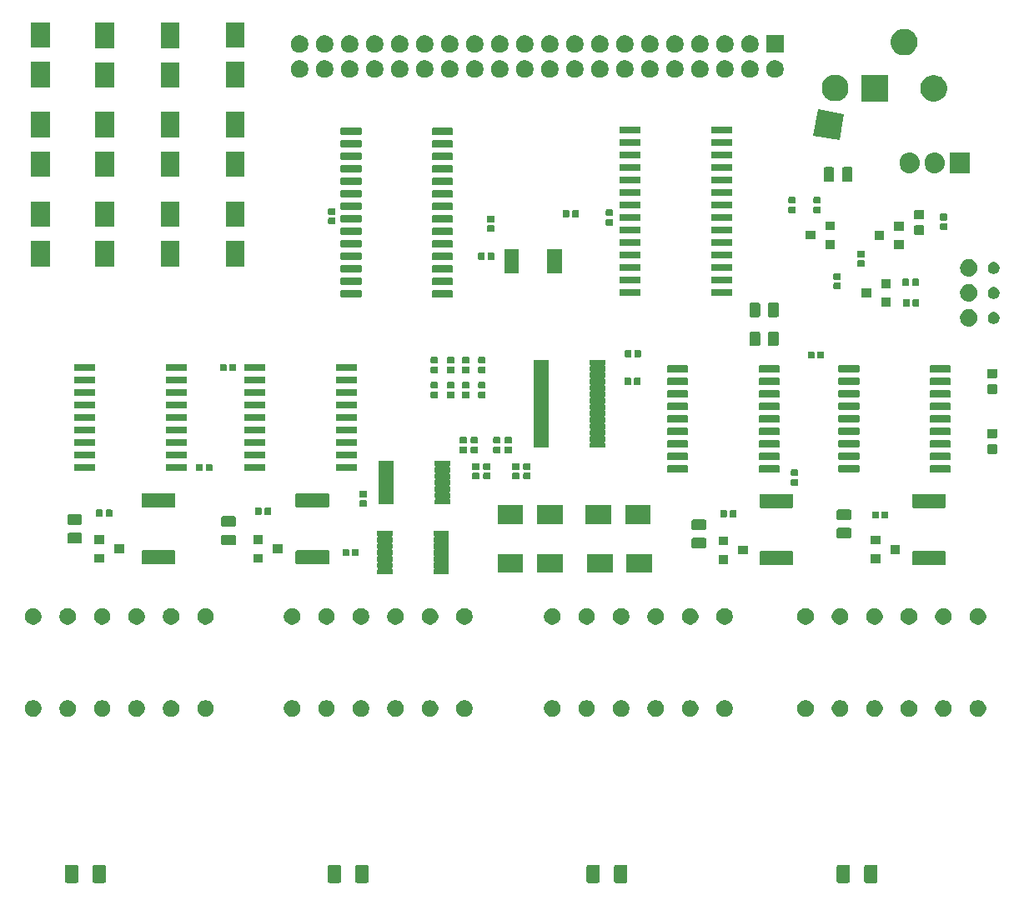
<source format=gbr>
G04 #@! TF.GenerationSoftware,KiCad,Pcbnew,5.1.6*
G04 #@! TF.CreationDate,2020-06-16T10:51:22-04:00*
G04 #@! TF.ProjectId,EVE-PCB-V4,4556452d-5043-4422-9d56-342e6b696361,rev?*
G04 #@! TF.SameCoordinates,Original*
G04 #@! TF.FileFunction,Soldermask,Top*
G04 #@! TF.FilePolarity,Negative*
%FSLAX46Y46*%
G04 Gerber Fmt 4.6, Leading zero omitted, Abs format (unit mm)*
G04 Created by KiCad (PCBNEW 5.1.6) date 2020-06-16 10:51:22*
%MOMM*%
%LPD*%
G01*
G04 APERTURE LIST*
%ADD10C,0.100000*%
G04 APERTURE END LIST*
D10*
G36*
X176670604Y-120998347D02*
G01*
X176707144Y-121009432D01*
X176740821Y-121027433D01*
X176770341Y-121051659D01*
X176794567Y-121081179D01*
X176812568Y-121114856D01*
X176823653Y-121151396D01*
X176828000Y-121195538D01*
X176828000Y-122644462D01*
X176823653Y-122688604D01*
X176812568Y-122725144D01*
X176794567Y-122758821D01*
X176770341Y-122788341D01*
X176740821Y-122812567D01*
X176707144Y-122830568D01*
X176670604Y-122841653D01*
X176626462Y-122846000D01*
X175677538Y-122846000D01*
X175633396Y-122841653D01*
X175596856Y-122830568D01*
X175563179Y-122812567D01*
X175533659Y-122788341D01*
X175509433Y-122758821D01*
X175491432Y-122725144D01*
X175480347Y-122688604D01*
X175476000Y-122644462D01*
X175476000Y-121195538D01*
X175480347Y-121151396D01*
X175491432Y-121114856D01*
X175509433Y-121081179D01*
X175533659Y-121051659D01*
X175563179Y-121027433D01*
X175596856Y-121009432D01*
X175633396Y-120998347D01*
X175677538Y-120994000D01*
X176626462Y-120994000D01*
X176670604Y-120998347D01*
G37*
G36*
X173870604Y-120998347D02*
G01*
X173907144Y-121009432D01*
X173940821Y-121027433D01*
X173970341Y-121051659D01*
X173994567Y-121081179D01*
X174012568Y-121114856D01*
X174023653Y-121151396D01*
X174028000Y-121195538D01*
X174028000Y-122644462D01*
X174023653Y-122688604D01*
X174012568Y-122725144D01*
X173994567Y-122758821D01*
X173970341Y-122788341D01*
X173940821Y-122812567D01*
X173907144Y-122830568D01*
X173870604Y-122841653D01*
X173826462Y-122846000D01*
X172877538Y-122846000D01*
X172833396Y-122841653D01*
X172796856Y-122830568D01*
X172763179Y-122812567D01*
X172733659Y-122788341D01*
X172709433Y-122758821D01*
X172691432Y-122725144D01*
X172680347Y-122688604D01*
X172676000Y-122644462D01*
X172676000Y-121195538D01*
X172680347Y-121151396D01*
X172691432Y-121114856D01*
X172709433Y-121081179D01*
X172733659Y-121051659D01*
X172763179Y-121027433D01*
X172796856Y-121009432D01*
X172833396Y-120998347D01*
X172877538Y-120994000D01*
X173826462Y-120994000D01*
X173870604Y-120998347D01*
G37*
G36*
X98308604Y-120998347D02*
G01*
X98345144Y-121009432D01*
X98378821Y-121027433D01*
X98408341Y-121051659D01*
X98432567Y-121081179D01*
X98450568Y-121114856D01*
X98461653Y-121151396D01*
X98466000Y-121195538D01*
X98466000Y-122644462D01*
X98461653Y-122688604D01*
X98450568Y-122725144D01*
X98432567Y-122758821D01*
X98408341Y-122788341D01*
X98378821Y-122812567D01*
X98345144Y-122830568D01*
X98308604Y-122841653D01*
X98264462Y-122846000D01*
X97315538Y-122846000D01*
X97271396Y-122841653D01*
X97234856Y-122830568D01*
X97201179Y-122812567D01*
X97171659Y-122788341D01*
X97147433Y-122758821D01*
X97129432Y-122725144D01*
X97118347Y-122688604D01*
X97114000Y-122644462D01*
X97114000Y-121195538D01*
X97118347Y-121151396D01*
X97129432Y-121114856D01*
X97147433Y-121081179D01*
X97171659Y-121051659D01*
X97201179Y-121027433D01*
X97234856Y-121009432D01*
X97271396Y-120998347D01*
X97315538Y-120994000D01*
X98264462Y-120994000D01*
X98308604Y-120998347D01*
G37*
G36*
X95508604Y-120998347D02*
G01*
X95545144Y-121009432D01*
X95578821Y-121027433D01*
X95608341Y-121051659D01*
X95632567Y-121081179D01*
X95650568Y-121114856D01*
X95661653Y-121151396D01*
X95666000Y-121195538D01*
X95666000Y-122644462D01*
X95661653Y-122688604D01*
X95650568Y-122725144D01*
X95632567Y-122758821D01*
X95608341Y-122788341D01*
X95578821Y-122812567D01*
X95545144Y-122830568D01*
X95508604Y-122841653D01*
X95464462Y-122846000D01*
X94515538Y-122846000D01*
X94471396Y-122841653D01*
X94434856Y-122830568D01*
X94401179Y-122812567D01*
X94371659Y-122788341D01*
X94347433Y-122758821D01*
X94329432Y-122725144D01*
X94318347Y-122688604D01*
X94314000Y-122644462D01*
X94314000Y-121195538D01*
X94318347Y-121151396D01*
X94329432Y-121114856D01*
X94347433Y-121081179D01*
X94371659Y-121051659D01*
X94401179Y-121027433D01*
X94434856Y-121009432D01*
X94471396Y-120998347D01*
X94515538Y-120994000D01*
X95464462Y-120994000D01*
X95508604Y-120998347D01*
G37*
G36*
X122184604Y-120998347D02*
G01*
X122221144Y-121009432D01*
X122254821Y-121027433D01*
X122284341Y-121051659D01*
X122308567Y-121081179D01*
X122326568Y-121114856D01*
X122337653Y-121151396D01*
X122342000Y-121195538D01*
X122342000Y-122644462D01*
X122337653Y-122688604D01*
X122326568Y-122725144D01*
X122308567Y-122758821D01*
X122284341Y-122788341D01*
X122254821Y-122812567D01*
X122221144Y-122830568D01*
X122184604Y-122841653D01*
X122140462Y-122846000D01*
X121191538Y-122846000D01*
X121147396Y-122841653D01*
X121110856Y-122830568D01*
X121077179Y-122812567D01*
X121047659Y-122788341D01*
X121023433Y-122758821D01*
X121005432Y-122725144D01*
X120994347Y-122688604D01*
X120990000Y-122644462D01*
X120990000Y-121195538D01*
X120994347Y-121151396D01*
X121005432Y-121114856D01*
X121023433Y-121081179D01*
X121047659Y-121051659D01*
X121077179Y-121027433D01*
X121110856Y-121009432D01*
X121147396Y-120998347D01*
X121191538Y-120994000D01*
X122140462Y-120994000D01*
X122184604Y-120998347D01*
G37*
G36*
X151270604Y-120998347D02*
G01*
X151307144Y-121009432D01*
X151340821Y-121027433D01*
X151370341Y-121051659D01*
X151394567Y-121081179D01*
X151412568Y-121114856D01*
X151423653Y-121151396D01*
X151428000Y-121195538D01*
X151428000Y-122644462D01*
X151423653Y-122688604D01*
X151412568Y-122725144D01*
X151394567Y-122758821D01*
X151370341Y-122788341D01*
X151340821Y-122812567D01*
X151307144Y-122830568D01*
X151270604Y-122841653D01*
X151226462Y-122846000D01*
X150277538Y-122846000D01*
X150233396Y-122841653D01*
X150196856Y-122830568D01*
X150163179Y-122812567D01*
X150133659Y-122788341D01*
X150109433Y-122758821D01*
X150091432Y-122725144D01*
X150080347Y-122688604D01*
X150076000Y-122644462D01*
X150076000Y-121195538D01*
X150080347Y-121151396D01*
X150091432Y-121114856D01*
X150109433Y-121081179D01*
X150133659Y-121051659D01*
X150163179Y-121027433D01*
X150196856Y-121009432D01*
X150233396Y-120998347D01*
X150277538Y-120994000D01*
X151226462Y-120994000D01*
X151270604Y-120998347D01*
G37*
G36*
X148470604Y-120998347D02*
G01*
X148507144Y-121009432D01*
X148540821Y-121027433D01*
X148570341Y-121051659D01*
X148594567Y-121081179D01*
X148612568Y-121114856D01*
X148623653Y-121151396D01*
X148628000Y-121195538D01*
X148628000Y-122644462D01*
X148623653Y-122688604D01*
X148612568Y-122725144D01*
X148594567Y-122758821D01*
X148570341Y-122788341D01*
X148540821Y-122812567D01*
X148507144Y-122830568D01*
X148470604Y-122841653D01*
X148426462Y-122846000D01*
X147477538Y-122846000D01*
X147433396Y-122841653D01*
X147396856Y-122830568D01*
X147363179Y-122812567D01*
X147333659Y-122788341D01*
X147309433Y-122758821D01*
X147291432Y-122725144D01*
X147280347Y-122688604D01*
X147276000Y-122644462D01*
X147276000Y-121195538D01*
X147280347Y-121151396D01*
X147291432Y-121114856D01*
X147309433Y-121081179D01*
X147333659Y-121051659D01*
X147363179Y-121027433D01*
X147396856Y-121009432D01*
X147433396Y-120998347D01*
X147477538Y-120994000D01*
X148426462Y-120994000D01*
X148470604Y-120998347D01*
G37*
G36*
X124984604Y-120998347D02*
G01*
X125021144Y-121009432D01*
X125054821Y-121027433D01*
X125084341Y-121051659D01*
X125108567Y-121081179D01*
X125126568Y-121114856D01*
X125137653Y-121151396D01*
X125142000Y-121195538D01*
X125142000Y-122644462D01*
X125137653Y-122688604D01*
X125126568Y-122725144D01*
X125108567Y-122758821D01*
X125084341Y-122788341D01*
X125054821Y-122812567D01*
X125021144Y-122830568D01*
X124984604Y-122841653D01*
X124940462Y-122846000D01*
X123991538Y-122846000D01*
X123947396Y-122841653D01*
X123910856Y-122830568D01*
X123877179Y-122812567D01*
X123847659Y-122788341D01*
X123823433Y-122758821D01*
X123805432Y-122725144D01*
X123794347Y-122688604D01*
X123790000Y-122644462D01*
X123790000Y-121195538D01*
X123794347Y-121151396D01*
X123805432Y-121114856D01*
X123823433Y-121081179D01*
X123847659Y-121051659D01*
X123877179Y-121027433D01*
X123910856Y-121009432D01*
X123947396Y-120998347D01*
X123991538Y-120994000D01*
X124940462Y-120994000D01*
X124984604Y-120998347D01*
G37*
G36*
X147541927Y-104303723D02*
G01*
X147694524Y-104366930D01*
X147831858Y-104458694D01*
X147948652Y-104575488D01*
X148040416Y-104712822D01*
X148103623Y-104865419D01*
X148135846Y-105027414D01*
X148135846Y-105192586D01*
X148103623Y-105354581D01*
X148040416Y-105507178D01*
X147948652Y-105644512D01*
X147831858Y-105761306D01*
X147694524Y-105853070D01*
X147541927Y-105916277D01*
X147379932Y-105948500D01*
X147214760Y-105948500D01*
X147052765Y-105916277D01*
X146900168Y-105853070D01*
X146762834Y-105761306D01*
X146646040Y-105644512D01*
X146554276Y-105507178D01*
X146491069Y-105354581D01*
X146458846Y-105192586D01*
X146458846Y-105027414D01*
X146491069Y-104865419D01*
X146554276Y-104712822D01*
X146646040Y-104575488D01*
X146762834Y-104458694D01*
X146900168Y-104366930D01*
X147052765Y-104303723D01*
X147214760Y-104271500D01*
X147379932Y-104271500D01*
X147541927Y-104303723D01*
G37*
G36*
X117625927Y-104303723D02*
G01*
X117778524Y-104366930D01*
X117915858Y-104458694D01*
X118032652Y-104575488D01*
X118124416Y-104712822D01*
X118187623Y-104865419D01*
X118219846Y-105027414D01*
X118219846Y-105192586D01*
X118187623Y-105354581D01*
X118124416Y-105507178D01*
X118032652Y-105644512D01*
X117915858Y-105761306D01*
X117778524Y-105853070D01*
X117625927Y-105916277D01*
X117463932Y-105948500D01*
X117298760Y-105948500D01*
X117136765Y-105916277D01*
X116984168Y-105853070D01*
X116846834Y-105761306D01*
X116730040Y-105644512D01*
X116638276Y-105507178D01*
X116575069Y-105354581D01*
X116542846Y-105192586D01*
X116542846Y-105027414D01*
X116575069Y-104865419D01*
X116638276Y-104712822D01*
X116730040Y-104575488D01*
X116846834Y-104458694D01*
X116984168Y-104366930D01*
X117136765Y-104303723D01*
X117298760Y-104271500D01*
X117463932Y-104271500D01*
X117625927Y-104303723D01*
G37*
G36*
X121125927Y-104303723D02*
G01*
X121278524Y-104366930D01*
X121415858Y-104458694D01*
X121532652Y-104575488D01*
X121624416Y-104712822D01*
X121687623Y-104865419D01*
X121719846Y-105027414D01*
X121719846Y-105192586D01*
X121687623Y-105354581D01*
X121624416Y-105507178D01*
X121532652Y-105644512D01*
X121415858Y-105761306D01*
X121278524Y-105853070D01*
X121125927Y-105916277D01*
X120963932Y-105948500D01*
X120798760Y-105948500D01*
X120636765Y-105916277D01*
X120484168Y-105853070D01*
X120346834Y-105761306D01*
X120230040Y-105644512D01*
X120138276Y-105507178D01*
X120075069Y-105354581D01*
X120042846Y-105192586D01*
X120042846Y-105027414D01*
X120075069Y-104865419D01*
X120138276Y-104712822D01*
X120230040Y-104575488D01*
X120346834Y-104458694D01*
X120484168Y-104366930D01*
X120636765Y-104303723D01*
X120798760Y-104271500D01*
X120963932Y-104271500D01*
X121125927Y-104303723D01*
G37*
G36*
X124625927Y-104303723D02*
G01*
X124778524Y-104366930D01*
X124915858Y-104458694D01*
X125032652Y-104575488D01*
X125124416Y-104712822D01*
X125187623Y-104865419D01*
X125219846Y-105027414D01*
X125219846Y-105192586D01*
X125187623Y-105354581D01*
X125124416Y-105507178D01*
X125032652Y-105644512D01*
X124915858Y-105761306D01*
X124778524Y-105853070D01*
X124625927Y-105916277D01*
X124463932Y-105948500D01*
X124298760Y-105948500D01*
X124136765Y-105916277D01*
X123984168Y-105853070D01*
X123846834Y-105761306D01*
X123730040Y-105644512D01*
X123638276Y-105507178D01*
X123575069Y-105354581D01*
X123542846Y-105192586D01*
X123542846Y-105027414D01*
X123575069Y-104865419D01*
X123638276Y-104712822D01*
X123730040Y-104575488D01*
X123846834Y-104458694D01*
X123984168Y-104366930D01*
X124136765Y-104303723D01*
X124298760Y-104271500D01*
X124463932Y-104271500D01*
X124625927Y-104303723D01*
G37*
G36*
X128125927Y-104303723D02*
G01*
X128278524Y-104366930D01*
X128415858Y-104458694D01*
X128532652Y-104575488D01*
X128624416Y-104712822D01*
X128687623Y-104865419D01*
X128719846Y-105027414D01*
X128719846Y-105192586D01*
X128687623Y-105354581D01*
X128624416Y-105507178D01*
X128532652Y-105644512D01*
X128415858Y-105761306D01*
X128278524Y-105853070D01*
X128125927Y-105916277D01*
X127963932Y-105948500D01*
X127798760Y-105948500D01*
X127636765Y-105916277D01*
X127484168Y-105853070D01*
X127346834Y-105761306D01*
X127230040Y-105644512D01*
X127138276Y-105507178D01*
X127075069Y-105354581D01*
X127042846Y-105192586D01*
X127042846Y-105027414D01*
X127075069Y-104865419D01*
X127138276Y-104712822D01*
X127230040Y-104575488D01*
X127346834Y-104458694D01*
X127484168Y-104366930D01*
X127636765Y-104303723D01*
X127798760Y-104271500D01*
X127963932Y-104271500D01*
X128125927Y-104303723D01*
G37*
G36*
X131625927Y-104303723D02*
G01*
X131778524Y-104366930D01*
X131915858Y-104458694D01*
X132032652Y-104575488D01*
X132124416Y-104712822D01*
X132187623Y-104865419D01*
X132219846Y-105027414D01*
X132219846Y-105192586D01*
X132187623Y-105354581D01*
X132124416Y-105507178D01*
X132032652Y-105644512D01*
X131915858Y-105761306D01*
X131778524Y-105853070D01*
X131625927Y-105916277D01*
X131463932Y-105948500D01*
X131298760Y-105948500D01*
X131136765Y-105916277D01*
X130984168Y-105853070D01*
X130846834Y-105761306D01*
X130730040Y-105644512D01*
X130638276Y-105507178D01*
X130575069Y-105354581D01*
X130542846Y-105192586D01*
X130542846Y-105027414D01*
X130575069Y-104865419D01*
X130638276Y-104712822D01*
X130730040Y-104575488D01*
X130846834Y-104458694D01*
X130984168Y-104366930D01*
X131136765Y-104303723D01*
X131298760Y-104271500D01*
X131463932Y-104271500D01*
X131625927Y-104303723D01*
G37*
G36*
X135125927Y-104303723D02*
G01*
X135278524Y-104366930D01*
X135415858Y-104458694D01*
X135532652Y-104575488D01*
X135624416Y-104712822D01*
X135687623Y-104865419D01*
X135719846Y-105027414D01*
X135719846Y-105192586D01*
X135687623Y-105354581D01*
X135624416Y-105507178D01*
X135532652Y-105644512D01*
X135415858Y-105761306D01*
X135278524Y-105853070D01*
X135125927Y-105916277D01*
X134963932Y-105948500D01*
X134798760Y-105948500D01*
X134636765Y-105916277D01*
X134484168Y-105853070D01*
X134346834Y-105761306D01*
X134230040Y-105644512D01*
X134138276Y-105507178D01*
X134075069Y-105354581D01*
X134042846Y-105192586D01*
X134042846Y-105027414D01*
X134075069Y-104865419D01*
X134138276Y-104712822D01*
X134230040Y-104575488D01*
X134346834Y-104458694D01*
X134484168Y-104366930D01*
X134636765Y-104303723D01*
X134798760Y-104271500D01*
X134963932Y-104271500D01*
X135125927Y-104303723D01*
G37*
G36*
X144041927Y-104303723D02*
G01*
X144194524Y-104366930D01*
X144331858Y-104458694D01*
X144448652Y-104575488D01*
X144540416Y-104712822D01*
X144603623Y-104865419D01*
X144635846Y-105027414D01*
X144635846Y-105192586D01*
X144603623Y-105354581D01*
X144540416Y-105507178D01*
X144448652Y-105644512D01*
X144331858Y-105761306D01*
X144194524Y-105853070D01*
X144041927Y-105916277D01*
X143879932Y-105948500D01*
X143714760Y-105948500D01*
X143552765Y-105916277D01*
X143400168Y-105853070D01*
X143262834Y-105761306D01*
X143146040Y-105644512D01*
X143054276Y-105507178D01*
X142991069Y-105354581D01*
X142958846Y-105192586D01*
X142958846Y-105027414D01*
X142991069Y-104865419D01*
X143054276Y-104712822D01*
X143146040Y-104575488D01*
X143262834Y-104458694D01*
X143400168Y-104366930D01*
X143552765Y-104303723D01*
X143714760Y-104271500D01*
X143879932Y-104271500D01*
X144041927Y-104303723D01*
G37*
G36*
X151041927Y-104303723D02*
G01*
X151194524Y-104366930D01*
X151331858Y-104458694D01*
X151448652Y-104575488D01*
X151540416Y-104712822D01*
X151603623Y-104865419D01*
X151635846Y-105027414D01*
X151635846Y-105192586D01*
X151603623Y-105354581D01*
X151540416Y-105507178D01*
X151448652Y-105644512D01*
X151331858Y-105761306D01*
X151194524Y-105853070D01*
X151041927Y-105916277D01*
X150879932Y-105948500D01*
X150714760Y-105948500D01*
X150552765Y-105916277D01*
X150400168Y-105853070D01*
X150262834Y-105761306D01*
X150146040Y-105644512D01*
X150054276Y-105507178D01*
X149991069Y-105354581D01*
X149958846Y-105192586D01*
X149958846Y-105027414D01*
X149991069Y-104865419D01*
X150054276Y-104712822D01*
X150146040Y-104575488D01*
X150262834Y-104458694D01*
X150400168Y-104366930D01*
X150552765Y-104303723D01*
X150714760Y-104271500D01*
X150879932Y-104271500D01*
X151041927Y-104303723D01*
G37*
G36*
X154541927Y-104303723D02*
G01*
X154694524Y-104366930D01*
X154831858Y-104458694D01*
X154948652Y-104575488D01*
X155040416Y-104712822D01*
X155103623Y-104865419D01*
X155135846Y-105027414D01*
X155135846Y-105192586D01*
X155103623Y-105354581D01*
X155040416Y-105507178D01*
X154948652Y-105644512D01*
X154831858Y-105761306D01*
X154694524Y-105853070D01*
X154541927Y-105916277D01*
X154379932Y-105948500D01*
X154214760Y-105948500D01*
X154052765Y-105916277D01*
X153900168Y-105853070D01*
X153762834Y-105761306D01*
X153646040Y-105644512D01*
X153554276Y-105507178D01*
X153491069Y-105354581D01*
X153458846Y-105192586D01*
X153458846Y-105027414D01*
X153491069Y-104865419D01*
X153554276Y-104712822D01*
X153646040Y-104575488D01*
X153762834Y-104458694D01*
X153900168Y-104366930D01*
X154052765Y-104303723D01*
X154214760Y-104271500D01*
X154379932Y-104271500D01*
X154541927Y-104303723D01*
G37*
G36*
X158041927Y-104303723D02*
G01*
X158194524Y-104366930D01*
X158331858Y-104458694D01*
X158448652Y-104575488D01*
X158540416Y-104712822D01*
X158603623Y-104865419D01*
X158635846Y-105027414D01*
X158635846Y-105192586D01*
X158603623Y-105354581D01*
X158540416Y-105507178D01*
X158448652Y-105644512D01*
X158331858Y-105761306D01*
X158194524Y-105853070D01*
X158041927Y-105916277D01*
X157879932Y-105948500D01*
X157714760Y-105948500D01*
X157552765Y-105916277D01*
X157400168Y-105853070D01*
X157262834Y-105761306D01*
X157146040Y-105644512D01*
X157054276Y-105507178D01*
X156991069Y-105354581D01*
X156958846Y-105192586D01*
X156958846Y-105027414D01*
X156991069Y-104865419D01*
X157054276Y-104712822D01*
X157146040Y-104575488D01*
X157262834Y-104458694D01*
X157400168Y-104366930D01*
X157552765Y-104303723D01*
X157714760Y-104271500D01*
X157879932Y-104271500D01*
X158041927Y-104303723D01*
G37*
G36*
X161541927Y-104303723D02*
G01*
X161694524Y-104366930D01*
X161831858Y-104458694D01*
X161948652Y-104575488D01*
X162040416Y-104712822D01*
X162103623Y-104865419D01*
X162135846Y-105027414D01*
X162135846Y-105192586D01*
X162103623Y-105354581D01*
X162040416Y-105507178D01*
X161948652Y-105644512D01*
X161831858Y-105761306D01*
X161694524Y-105853070D01*
X161541927Y-105916277D01*
X161379932Y-105948500D01*
X161214760Y-105948500D01*
X161052765Y-105916277D01*
X160900168Y-105853070D01*
X160762834Y-105761306D01*
X160646040Y-105644512D01*
X160554276Y-105507178D01*
X160491069Y-105354581D01*
X160458846Y-105192586D01*
X160458846Y-105027414D01*
X160491069Y-104865419D01*
X160554276Y-104712822D01*
X160646040Y-104575488D01*
X160762834Y-104458694D01*
X160900168Y-104366930D01*
X161052765Y-104303723D01*
X161214760Y-104271500D01*
X161379932Y-104271500D01*
X161541927Y-104303723D01*
G37*
G36*
X105336927Y-104303723D02*
G01*
X105489524Y-104366930D01*
X105626858Y-104458694D01*
X105743652Y-104575488D01*
X105835416Y-104712822D01*
X105898623Y-104865419D01*
X105930846Y-105027414D01*
X105930846Y-105192586D01*
X105898623Y-105354581D01*
X105835416Y-105507178D01*
X105743652Y-105644512D01*
X105626858Y-105761306D01*
X105489524Y-105853070D01*
X105336927Y-105916277D01*
X105174932Y-105948500D01*
X105009760Y-105948500D01*
X104847765Y-105916277D01*
X104695168Y-105853070D01*
X104557834Y-105761306D01*
X104441040Y-105644512D01*
X104349276Y-105507178D01*
X104286069Y-105354581D01*
X104253846Y-105192586D01*
X104253846Y-105027414D01*
X104286069Y-104865419D01*
X104349276Y-104712822D01*
X104441040Y-104575488D01*
X104557834Y-104458694D01*
X104695168Y-104366930D01*
X104847765Y-104303723D01*
X105009760Y-104271500D01*
X105174932Y-104271500D01*
X105336927Y-104303723D01*
G37*
G36*
X169759427Y-104303723D02*
G01*
X169912024Y-104366930D01*
X170049358Y-104458694D01*
X170166152Y-104575488D01*
X170257916Y-104712822D01*
X170321123Y-104865419D01*
X170353346Y-105027414D01*
X170353346Y-105192586D01*
X170321123Y-105354581D01*
X170257916Y-105507178D01*
X170166152Y-105644512D01*
X170049358Y-105761306D01*
X169912024Y-105853070D01*
X169759427Y-105916277D01*
X169597432Y-105948500D01*
X169432260Y-105948500D01*
X169270265Y-105916277D01*
X169117668Y-105853070D01*
X168980334Y-105761306D01*
X168863540Y-105644512D01*
X168771776Y-105507178D01*
X168708569Y-105354581D01*
X168676346Y-105192586D01*
X168676346Y-105027414D01*
X168708569Y-104865419D01*
X168771776Y-104712822D01*
X168863540Y-104575488D01*
X168980334Y-104458694D01*
X169117668Y-104366930D01*
X169270265Y-104303723D01*
X169432260Y-104271500D01*
X169597432Y-104271500D01*
X169759427Y-104303723D01*
G37*
G36*
X173259427Y-104303723D02*
G01*
X173412024Y-104366930D01*
X173549358Y-104458694D01*
X173666152Y-104575488D01*
X173757916Y-104712822D01*
X173821123Y-104865419D01*
X173853346Y-105027414D01*
X173853346Y-105192586D01*
X173821123Y-105354581D01*
X173757916Y-105507178D01*
X173666152Y-105644512D01*
X173549358Y-105761306D01*
X173412024Y-105853070D01*
X173259427Y-105916277D01*
X173097432Y-105948500D01*
X172932260Y-105948500D01*
X172770265Y-105916277D01*
X172617668Y-105853070D01*
X172480334Y-105761306D01*
X172363540Y-105644512D01*
X172271776Y-105507178D01*
X172208569Y-105354581D01*
X172176346Y-105192586D01*
X172176346Y-105027414D01*
X172208569Y-104865419D01*
X172271776Y-104712822D01*
X172363540Y-104575488D01*
X172480334Y-104458694D01*
X172617668Y-104366930D01*
X172770265Y-104303723D01*
X172932260Y-104271500D01*
X173097432Y-104271500D01*
X173259427Y-104303723D01*
G37*
G36*
X176759427Y-104303723D02*
G01*
X176912024Y-104366930D01*
X177049358Y-104458694D01*
X177166152Y-104575488D01*
X177257916Y-104712822D01*
X177321123Y-104865419D01*
X177353346Y-105027414D01*
X177353346Y-105192586D01*
X177321123Y-105354581D01*
X177257916Y-105507178D01*
X177166152Y-105644512D01*
X177049358Y-105761306D01*
X176912024Y-105853070D01*
X176759427Y-105916277D01*
X176597432Y-105948500D01*
X176432260Y-105948500D01*
X176270265Y-105916277D01*
X176117668Y-105853070D01*
X175980334Y-105761306D01*
X175863540Y-105644512D01*
X175771776Y-105507178D01*
X175708569Y-105354581D01*
X175676346Y-105192586D01*
X175676346Y-105027414D01*
X175708569Y-104865419D01*
X175771776Y-104712822D01*
X175863540Y-104575488D01*
X175980334Y-104458694D01*
X176117668Y-104366930D01*
X176270265Y-104303723D01*
X176432260Y-104271500D01*
X176597432Y-104271500D01*
X176759427Y-104303723D01*
G37*
G36*
X180259427Y-104303723D02*
G01*
X180412024Y-104366930D01*
X180549358Y-104458694D01*
X180666152Y-104575488D01*
X180757916Y-104712822D01*
X180821123Y-104865419D01*
X180853346Y-105027414D01*
X180853346Y-105192586D01*
X180821123Y-105354581D01*
X180757916Y-105507178D01*
X180666152Y-105644512D01*
X180549358Y-105761306D01*
X180412024Y-105853070D01*
X180259427Y-105916277D01*
X180097432Y-105948500D01*
X179932260Y-105948500D01*
X179770265Y-105916277D01*
X179617668Y-105853070D01*
X179480334Y-105761306D01*
X179363540Y-105644512D01*
X179271776Y-105507178D01*
X179208569Y-105354581D01*
X179176346Y-105192586D01*
X179176346Y-105027414D01*
X179208569Y-104865419D01*
X179271776Y-104712822D01*
X179363540Y-104575488D01*
X179480334Y-104458694D01*
X179617668Y-104366930D01*
X179770265Y-104303723D01*
X179932260Y-104271500D01*
X180097432Y-104271500D01*
X180259427Y-104303723D01*
G37*
G36*
X183759427Y-104303723D02*
G01*
X183912024Y-104366930D01*
X184049358Y-104458694D01*
X184166152Y-104575488D01*
X184257916Y-104712822D01*
X184321123Y-104865419D01*
X184353346Y-105027414D01*
X184353346Y-105192586D01*
X184321123Y-105354581D01*
X184257916Y-105507178D01*
X184166152Y-105644512D01*
X184049358Y-105761306D01*
X183912024Y-105853070D01*
X183759427Y-105916277D01*
X183597432Y-105948500D01*
X183432260Y-105948500D01*
X183270265Y-105916277D01*
X183117668Y-105853070D01*
X182980334Y-105761306D01*
X182863540Y-105644512D01*
X182771776Y-105507178D01*
X182708569Y-105354581D01*
X182676346Y-105192586D01*
X182676346Y-105027414D01*
X182708569Y-104865419D01*
X182771776Y-104712822D01*
X182863540Y-104575488D01*
X182980334Y-104458694D01*
X183117668Y-104366930D01*
X183270265Y-104303723D01*
X183432260Y-104271500D01*
X183597432Y-104271500D01*
X183759427Y-104303723D01*
G37*
G36*
X187259427Y-104303723D02*
G01*
X187412024Y-104366930D01*
X187549358Y-104458694D01*
X187666152Y-104575488D01*
X187757916Y-104712822D01*
X187821123Y-104865419D01*
X187853346Y-105027414D01*
X187853346Y-105192586D01*
X187821123Y-105354581D01*
X187757916Y-105507178D01*
X187666152Y-105644512D01*
X187549358Y-105761306D01*
X187412024Y-105853070D01*
X187259427Y-105916277D01*
X187097432Y-105948500D01*
X186932260Y-105948500D01*
X186770265Y-105916277D01*
X186617668Y-105853070D01*
X186480334Y-105761306D01*
X186363540Y-105644512D01*
X186271776Y-105507178D01*
X186208569Y-105354581D01*
X186176346Y-105192586D01*
X186176346Y-105027414D01*
X186208569Y-104865419D01*
X186271776Y-104712822D01*
X186363540Y-104575488D01*
X186480334Y-104458694D01*
X186617668Y-104366930D01*
X186770265Y-104303723D01*
X186932260Y-104271500D01*
X187097432Y-104271500D01*
X187259427Y-104303723D01*
G37*
G36*
X108836927Y-104303723D02*
G01*
X108989524Y-104366930D01*
X109126858Y-104458694D01*
X109243652Y-104575488D01*
X109335416Y-104712822D01*
X109398623Y-104865419D01*
X109430846Y-105027414D01*
X109430846Y-105192586D01*
X109398623Y-105354581D01*
X109335416Y-105507178D01*
X109243652Y-105644512D01*
X109126858Y-105761306D01*
X108989524Y-105853070D01*
X108836927Y-105916277D01*
X108674932Y-105948500D01*
X108509760Y-105948500D01*
X108347765Y-105916277D01*
X108195168Y-105853070D01*
X108057834Y-105761306D01*
X107941040Y-105644512D01*
X107849276Y-105507178D01*
X107786069Y-105354581D01*
X107753846Y-105192586D01*
X107753846Y-105027414D01*
X107786069Y-104865419D01*
X107849276Y-104712822D01*
X107941040Y-104575488D01*
X108057834Y-104458694D01*
X108195168Y-104366930D01*
X108347765Y-104303723D01*
X108509760Y-104271500D01*
X108674932Y-104271500D01*
X108836927Y-104303723D01*
G37*
G36*
X94836927Y-104303723D02*
G01*
X94989524Y-104366930D01*
X95126858Y-104458694D01*
X95243652Y-104575488D01*
X95335416Y-104712822D01*
X95398623Y-104865419D01*
X95430846Y-105027414D01*
X95430846Y-105192586D01*
X95398623Y-105354581D01*
X95335416Y-105507178D01*
X95243652Y-105644512D01*
X95126858Y-105761306D01*
X94989524Y-105853070D01*
X94836927Y-105916277D01*
X94674932Y-105948500D01*
X94509760Y-105948500D01*
X94347765Y-105916277D01*
X94195168Y-105853070D01*
X94057834Y-105761306D01*
X93941040Y-105644512D01*
X93849276Y-105507178D01*
X93786069Y-105354581D01*
X93753846Y-105192586D01*
X93753846Y-105027414D01*
X93786069Y-104865419D01*
X93849276Y-104712822D01*
X93941040Y-104575488D01*
X94057834Y-104458694D01*
X94195168Y-104366930D01*
X94347765Y-104303723D01*
X94509760Y-104271500D01*
X94674932Y-104271500D01*
X94836927Y-104303723D01*
G37*
G36*
X91336927Y-104303723D02*
G01*
X91489524Y-104366930D01*
X91626858Y-104458694D01*
X91743652Y-104575488D01*
X91835416Y-104712822D01*
X91898623Y-104865419D01*
X91930846Y-105027414D01*
X91930846Y-105192586D01*
X91898623Y-105354581D01*
X91835416Y-105507178D01*
X91743652Y-105644512D01*
X91626858Y-105761306D01*
X91489524Y-105853070D01*
X91336927Y-105916277D01*
X91174932Y-105948500D01*
X91009760Y-105948500D01*
X90847765Y-105916277D01*
X90695168Y-105853070D01*
X90557834Y-105761306D01*
X90441040Y-105644512D01*
X90349276Y-105507178D01*
X90286069Y-105354581D01*
X90253846Y-105192586D01*
X90253846Y-105027414D01*
X90286069Y-104865419D01*
X90349276Y-104712822D01*
X90441040Y-104575488D01*
X90557834Y-104458694D01*
X90695168Y-104366930D01*
X90847765Y-104303723D01*
X91009760Y-104271500D01*
X91174932Y-104271500D01*
X91336927Y-104303723D01*
G37*
G36*
X98336927Y-104303723D02*
G01*
X98489524Y-104366930D01*
X98626858Y-104458694D01*
X98743652Y-104575488D01*
X98835416Y-104712822D01*
X98898623Y-104865419D01*
X98930846Y-105027414D01*
X98930846Y-105192586D01*
X98898623Y-105354581D01*
X98835416Y-105507178D01*
X98743652Y-105644512D01*
X98626858Y-105761306D01*
X98489524Y-105853070D01*
X98336927Y-105916277D01*
X98174932Y-105948500D01*
X98009760Y-105948500D01*
X97847765Y-105916277D01*
X97695168Y-105853070D01*
X97557834Y-105761306D01*
X97441040Y-105644512D01*
X97349276Y-105507178D01*
X97286069Y-105354581D01*
X97253846Y-105192586D01*
X97253846Y-105027414D01*
X97286069Y-104865419D01*
X97349276Y-104712822D01*
X97441040Y-104575488D01*
X97557834Y-104458694D01*
X97695168Y-104366930D01*
X97847765Y-104303723D01*
X98009760Y-104271500D01*
X98174932Y-104271500D01*
X98336927Y-104303723D01*
G37*
G36*
X101836927Y-104303723D02*
G01*
X101989524Y-104366930D01*
X102126858Y-104458694D01*
X102243652Y-104575488D01*
X102335416Y-104712822D01*
X102398623Y-104865419D01*
X102430846Y-105027414D01*
X102430846Y-105192586D01*
X102398623Y-105354581D01*
X102335416Y-105507178D01*
X102243652Y-105644512D01*
X102126858Y-105761306D01*
X101989524Y-105853070D01*
X101836927Y-105916277D01*
X101674932Y-105948500D01*
X101509760Y-105948500D01*
X101347765Y-105916277D01*
X101195168Y-105853070D01*
X101057834Y-105761306D01*
X100941040Y-105644512D01*
X100849276Y-105507178D01*
X100786069Y-105354581D01*
X100753846Y-105192586D01*
X100753846Y-105027414D01*
X100786069Y-104865419D01*
X100849276Y-104712822D01*
X100941040Y-104575488D01*
X101057834Y-104458694D01*
X101195168Y-104366930D01*
X101347765Y-104303723D01*
X101509760Y-104271500D01*
X101674932Y-104271500D01*
X101836927Y-104303723D01*
G37*
G36*
X94836927Y-94953723D02*
G01*
X94989524Y-95016930D01*
X95126858Y-95108694D01*
X95243652Y-95225488D01*
X95335416Y-95362822D01*
X95398623Y-95515419D01*
X95430846Y-95677414D01*
X95430846Y-95842586D01*
X95398623Y-96004581D01*
X95335416Y-96157178D01*
X95243652Y-96294512D01*
X95126858Y-96411306D01*
X94989524Y-96503070D01*
X94836927Y-96566277D01*
X94674932Y-96598500D01*
X94509760Y-96598500D01*
X94347765Y-96566277D01*
X94195168Y-96503070D01*
X94057834Y-96411306D01*
X93941040Y-96294512D01*
X93849276Y-96157178D01*
X93786069Y-96004581D01*
X93753846Y-95842586D01*
X93753846Y-95677414D01*
X93786069Y-95515419D01*
X93849276Y-95362822D01*
X93941040Y-95225488D01*
X94057834Y-95108694D01*
X94195168Y-95016930D01*
X94347765Y-94953723D01*
X94509760Y-94921500D01*
X94674932Y-94921500D01*
X94836927Y-94953723D01*
G37*
G36*
X91336927Y-94953723D02*
G01*
X91489524Y-95016930D01*
X91626858Y-95108694D01*
X91743652Y-95225488D01*
X91835416Y-95362822D01*
X91898623Y-95515419D01*
X91930846Y-95677414D01*
X91930846Y-95842586D01*
X91898623Y-96004581D01*
X91835416Y-96157178D01*
X91743652Y-96294512D01*
X91626858Y-96411306D01*
X91489524Y-96503070D01*
X91336927Y-96566277D01*
X91174932Y-96598500D01*
X91009760Y-96598500D01*
X90847765Y-96566277D01*
X90695168Y-96503070D01*
X90557834Y-96411306D01*
X90441040Y-96294512D01*
X90349276Y-96157178D01*
X90286069Y-96004581D01*
X90253846Y-95842586D01*
X90253846Y-95677414D01*
X90286069Y-95515419D01*
X90349276Y-95362822D01*
X90441040Y-95225488D01*
X90557834Y-95108694D01*
X90695168Y-95016930D01*
X90847765Y-94953723D01*
X91009760Y-94921500D01*
X91174932Y-94921500D01*
X91336927Y-94953723D01*
G37*
G36*
X98336927Y-94953723D02*
G01*
X98489524Y-95016930D01*
X98626858Y-95108694D01*
X98743652Y-95225488D01*
X98835416Y-95362822D01*
X98898623Y-95515419D01*
X98930846Y-95677414D01*
X98930846Y-95842586D01*
X98898623Y-96004581D01*
X98835416Y-96157178D01*
X98743652Y-96294512D01*
X98626858Y-96411306D01*
X98489524Y-96503070D01*
X98336927Y-96566277D01*
X98174932Y-96598500D01*
X98009760Y-96598500D01*
X97847765Y-96566277D01*
X97695168Y-96503070D01*
X97557834Y-96411306D01*
X97441040Y-96294512D01*
X97349276Y-96157178D01*
X97286069Y-96004581D01*
X97253846Y-95842586D01*
X97253846Y-95677414D01*
X97286069Y-95515419D01*
X97349276Y-95362822D01*
X97441040Y-95225488D01*
X97557834Y-95108694D01*
X97695168Y-95016930D01*
X97847765Y-94953723D01*
X98009760Y-94921500D01*
X98174932Y-94921500D01*
X98336927Y-94953723D01*
G37*
G36*
X101836927Y-94953723D02*
G01*
X101989524Y-95016930D01*
X102126858Y-95108694D01*
X102243652Y-95225488D01*
X102335416Y-95362822D01*
X102398623Y-95515419D01*
X102430846Y-95677414D01*
X102430846Y-95842586D01*
X102398623Y-96004581D01*
X102335416Y-96157178D01*
X102243652Y-96294512D01*
X102126858Y-96411306D01*
X101989524Y-96503070D01*
X101836927Y-96566277D01*
X101674932Y-96598500D01*
X101509760Y-96598500D01*
X101347765Y-96566277D01*
X101195168Y-96503070D01*
X101057834Y-96411306D01*
X100941040Y-96294512D01*
X100849276Y-96157178D01*
X100786069Y-96004581D01*
X100753846Y-95842586D01*
X100753846Y-95677414D01*
X100786069Y-95515419D01*
X100849276Y-95362822D01*
X100941040Y-95225488D01*
X101057834Y-95108694D01*
X101195168Y-95016930D01*
X101347765Y-94953723D01*
X101509760Y-94921500D01*
X101674932Y-94921500D01*
X101836927Y-94953723D01*
G37*
G36*
X105336927Y-94953723D02*
G01*
X105489524Y-95016930D01*
X105626858Y-95108694D01*
X105743652Y-95225488D01*
X105835416Y-95362822D01*
X105898623Y-95515419D01*
X105930846Y-95677414D01*
X105930846Y-95842586D01*
X105898623Y-96004581D01*
X105835416Y-96157178D01*
X105743652Y-96294512D01*
X105626858Y-96411306D01*
X105489524Y-96503070D01*
X105336927Y-96566277D01*
X105174932Y-96598500D01*
X105009760Y-96598500D01*
X104847765Y-96566277D01*
X104695168Y-96503070D01*
X104557834Y-96411306D01*
X104441040Y-96294512D01*
X104349276Y-96157178D01*
X104286069Y-96004581D01*
X104253846Y-95842586D01*
X104253846Y-95677414D01*
X104286069Y-95515419D01*
X104349276Y-95362822D01*
X104441040Y-95225488D01*
X104557834Y-95108694D01*
X104695168Y-95016930D01*
X104847765Y-94953723D01*
X105009760Y-94921500D01*
X105174932Y-94921500D01*
X105336927Y-94953723D01*
G37*
G36*
X108836927Y-94953723D02*
G01*
X108989524Y-95016930D01*
X109126858Y-95108694D01*
X109243652Y-95225488D01*
X109335416Y-95362822D01*
X109398623Y-95515419D01*
X109430846Y-95677414D01*
X109430846Y-95842586D01*
X109398623Y-96004581D01*
X109335416Y-96157178D01*
X109243652Y-96294512D01*
X109126858Y-96411306D01*
X108989524Y-96503070D01*
X108836927Y-96566277D01*
X108674932Y-96598500D01*
X108509760Y-96598500D01*
X108347765Y-96566277D01*
X108195168Y-96503070D01*
X108057834Y-96411306D01*
X107941040Y-96294512D01*
X107849276Y-96157178D01*
X107786069Y-96004581D01*
X107753846Y-95842586D01*
X107753846Y-95677414D01*
X107786069Y-95515419D01*
X107849276Y-95362822D01*
X107941040Y-95225488D01*
X108057834Y-95108694D01*
X108195168Y-95016930D01*
X108347765Y-94953723D01*
X108509760Y-94921500D01*
X108674932Y-94921500D01*
X108836927Y-94953723D01*
G37*
G36*
X144041927Y-94953723D02*
G01*
X144194524Y-95016930D01*
X144331858Y-95108694D01*
X144448652Y-95225488D01*
X144540416Y-95362822D01*
X144603623Y-95515419D01*
X144635846Y-95677414D01*
X144635846Y-95842586D01*
X144603623Y-96004581D01*
X144540416Y-96157178D01*
X144448652Y-96294512D01*
X144331858Y-96411306D01*
X144194524Y-96503070D01*
X144041927Y-96566277D01*
X143879932Y-96598500D01*
X143714760Y-96598500D01*
X143552765Y-96566277D01*
X143400168Y-96503070D01*
X143262834Y-96411306D01*
X143146040Y-96294512D01*
X143054276Y-96157178D01*
X142991069Y-96004581D01*
X142958846Y-95842586D01*
X142958846Y-95677414D01*
X142991069Y-95515419D01*
X143054276Y-95362822D01*
X143146040Y-95225488D01*
X143262834Y-95108694D01*
X143400168Y-95016930D01*
X143552765Y-94953723D01*
X143714760Y-94921500D01*
X143879932Y-94921500D01*
X144041927Y-94953723D01*
G37*
G36*
X147541927Y-94953723D02*
G01*
X147694524Y-95016930D01*
X147831858Y-95108694D01*
X147948652Y-95225488D01*
X148040416Y-95362822D01*
X148103623Y-95515419D01*
X148135846Y-95677414D01*
X148135846Y-95842586D01*
X148103623Y-96004581D01*
X148040416Y-96157178D01*
X147948652Y-96294512D01*
X147831858Y-96411306D01*
X147694524Y-96503070D01*
X147541927Y-96566277D01*
X147379932Y-96598500D01*
X147214760Y-96598500D01*
X147052765Y-96566277D01*
X146900168Y-96503070D01*
X146762834Y-96411306D01*
X146646040Y-96294512D01*
X146554276Y-96157178D01*
X146491069Y-96004581D01*
X146458846Y-95842586D01*
X146458846Y-95677414D01*
X146491069Y-95515419D01*
X146554276Y-95362822D01*
X146646040Y-95225488D01*
X146762834Y-95108694D01*
X146900168Y-95016930D01*
X147052765Y-94953723D01*
X147214760Y-94921500D01*
X147379932Y-94921500D01*
X147541927Y-94953723D01*
G37*
G36*
X124625927Y-94953723D02*
G01*
X124778524Y-95016930D01*
X124915858Y-95108694D01*
X125032652Y-95225488D01*
X125124416Y-95362822D01*
X125187623Y-95515419D01*
X125219846Y-95677414D01*
X125219846Y-95842586D01*
X125187623Y-96004581D01*
X125124416Y-96157178D01*
X125032652Y-96294512D01*
X124915858Y-96411306D01*
X124778524Y-96503070D01*
X124625927Y-96566277D01*
X124463932Y-96598500D01*
X124298760Y-96598500D01*
X124136765Y-96566277D01*
X123984168Y-96503070D01*
X123846834Y-96411306D01*
X123730040Y-96294512D01*
X123638276Y-96157178D01*
X123575069Y-96004581D01*
X123542846Y-95842586D01*
X123542846Y-95677414D01*
X123575069Y-95515419D01*
X123638276Y-95362822D01*
X123730040Y-95225488D01*
X123846834Y-95108694D01*
X123984168Y-95016930D01*
X124136765Y-94953723D01*
X124298760Y-94921500D01*
X124463932Y-94921500D01*
X124625927Y-94953723D01*
G37*
G36*
X128125927Y-94953723D02*
G01*
X128278524Y-95016930D01*
X128415858Y-95108694D01*
X128532652Y-95225488D01*
X128624416Y-95362822D01*
X128687623Y-95515419D01*
X128719846Y-95677414D01*
X128719846Y-95842586D01*
X128687623Y-96004581D01*
X128624416Y-96157178D01*
X128532652Y-96294512D01*
X128415858Y-96411306D01*
X128278524Y-96503070D01*
X128125927Y-96566277D01*
X127963932Y-96598500D01*
X127798760Y-96598500D01*
X127636765Y-96566277D01*
X127484168Y-96503070D01*
X127346834Y-96411306D01*
X127230040Y-96294512D01*
X127138276Y-96157178D01*
X127075069Y-96004581D01*
X127042846Y-95842586D01*
X127042846Y-95677414D01*
X127075069Y-95515419D01*
X127138276Y-95362822D01*
X127230040Y-95225488D01*
X127346834Y-95108694D01*
X127484168Y-95016930D01*
X127636765Y-94953723D01*
X127798760Y-94921500D01*
X127963932Y-94921500D01*
X128125927Y-94953723D01*
G37*
G36*
X121125927Y-94953723D02*
G01*
X121278524Y-95016930D01*
X121415858Y-95108694D01*
X121532652Y-95225488D01*
X121624416Y-95362822D01*
X121687623Y-95515419D01*
X121719846Y-95677414D01*
X121719846Y-95842586D01*
X121687623Y-96004581D01*
X121624416Y-96157178D01*
X121532652Y-96294512D01*
X121415858Y-96411306D01*
X121278524Y-96503070D01*
X121125927Y-96566277D01*
X120963932Y-96598500D01*
X120798760Y-96598500D01*
X120636765Y-96566277D01*
X120484168Y-96503070D01*
X120346834Y-96411306D01*
X120230040Y-96294512D01*
X120138276Y-96157178D01*
X120075069Y-96004581D01*
X120042846Y-95842586D01*
X120042846Y-95677414D01*
X120075069Y-95515419D01*
X120138276Y-95362822D01*
X120230040Y-95225488D01*
X120346834Y-95108694D01*
X120484168Y-95016930D01*
X120636765Y-94953723D01*
X120798760Y-94921500D01*
X120963932Y-94921500D01*
X121125927Y-94953723D01*
G37*
G36*
X117625927Y-94953723D02*
G01*
X117778524Y-95016930D01*
X117915858Y-95108694D01*
X118032652Y-95225488D01*
X118124416Y-95362822D01*
X118187623Y-95515419D01*
X118219846Y-95677414D01*
X118219846Y-95842586D01*
X118187623Y-96004581D01*
X118124416Y-96157178D01*
X118032652Y-96294512D01*
X117915858Y-96411306D01*
X117778524Y-96503070D01*
X117625927Y-96566277D01*
X117463932Y-96598500D01*
X117298760Y-96598500D01*
X117136765Y-96566277D01*
X116984168Y-96503070D01*
X116846834Y-96411306D01*
X116730040Y-96294512D01*
X116638276Y-96157178D01*
X116575069Y-96004581D01*
X116542846Y-95842586D01*
X116542846Y-95677414D01*
X116575069Y-95515419D01*
X116638276Y-95362822D01*
X116730040Y-95225488D01*
X116846834Y-95108694D01*
X116984168Y-95016930D01*
X117136765Y-94953723D01*
X117298760Y-94921500D01*
X117463932Y-94921500D01*
X117625927Y-94953723D01*
G37*
G36*
X158041927Y-94953723D02*
G01*
X158194524Y-95016930D01*
X158331858Y-95108694D01*
X158448652Y-95225488D01*
X158540416Y-95362822D01*
X158603623Y-95515419D01*
X158635846Y-95677414D01*
X158635846Y-95842586D01*
X158603623Y-96004581D01*
X158540416Y-96157178D01*
X158448652Y-96294512D01*
X158331858Y-96411306D01*
X158194524Y-96503070D01*
X158041927Y-96566277D01*
X157879932Y-96598500D01*
X157714760Y-96598500D01*
X157552765Y-96566277D01*
X157400168Y-96503070D01*
X157262834Y-96411306D01*
X157146040Y-96294512D01*
X157054276Y-96157178D01*
X156991069Y-96004581D01*
X156958846Y-95842586D01*
X156958846Y-95677414D01*
X156991069Y-95515419D01*
X157054276Y-95362822D01*
X157146040Y-95225488D01*
X157262834Y-95108694D01*
X157400168Y-95016930D01*
X157552765Y-94953723D01*
X157714760Y-94921500D01*
X157879932Y-94921500D01*
X158041927Y-94953723D01*
G37*
G36*
X151041927Y-94953723D02*
G01*
X151194524Y-95016930D01*
X151331858Y-95108694D01*
X151448652Y-95225488D01*
X151540416Y-95362822D01*
X151603623Y-95515419D01*
X151635846Y-95677414D01*
X151635846Y-95842586D01*
X151603623Y-96004581D01*
X151540416Y-96157178D01*
X151448652Y-96294512D01*
X151331858Y-96411306D01*
X151194524Y-96503070D01*
X151041927Y-96566277D01*
X150879932Y-96598500D01*
X150714760Y-96598500D01*
X150552765Y-96566277D01*
X150400168Y-96503070D01*
X150262834Y-96411306D01*
X150146040Y-96294512D01*
X150054276Y-96157178D01*
X149991069Y-96004581D01*
X149958846Y-95842586D01*
X149958846Y-95677414D01*
X149991069Y-95515419D01*
X150054276Y-95362822D01*
X150146040Y-95225488D01*
X150262834Y-95108694D01*
X150400168Y-95016930D01*
X150552765Y-94953723D01*
X150714760Y-94921500D01*
X150879932Y-94921500D01*
X151041927Y-94953723D01*
G37*
G36*
X183759427Y-94953723D02*
G01*
X183912024Y-95016930D01*
X184049358Y-95108694D01*
X184166152Y-95225488D01*
X184257916Y-95362822D01*
X184321123Y-95515419D01*
X184353346Y-95677414D01*
X184353346Y-95842586D01*
X184321123Y-96004581D01*
X184257916Y-96157178D01*
X184166152Y-96294512D01*
X184049358Y-96411306D01*
X183912024Y-96503070D01*
X183759427Y-96566277D01*
X183597432Y-96598500D01*
X183432260Y-96598500D01*
X183270265Y-96566277D01*
X183117668Y-96503070D01*
X182980334Y-96411306D01*
X182863540Y-96294512D01*
X182771776Y-96157178D01*
X182708569Y-96004581D01*
X182676346Y-95842586D01*
X182676346Y-95677414D01*
X182708569Y-95515419D01*
X182771776Y-95362822D01*
X182863540Y-95225488D01*
X182980334Y-95108694D01*
X183117668Y-95016930D01*
X183270265Y-94953723D01*
X183432260Y-94921500D01*
X183597432Y-94921500D01*
X183759427Y-94953723D01*
G37*
G36*
X154541927Y-94953723D02*
G01*
X154694524Y-95016930D01*
X154831858Y-95108694D01*
X154948652Y-95225488D01*
X155040416Y-95362822D01*
X155103623Y-95515419D01*
X155135846Y-95677414D01*
X155135846Y-95842586D01*
X155103623Y-96004581D01*
X155040416Y-96157178D01*
X154948652Y-96294512D01*
X154831858Y-96411306D01*
X154694524Y-96503070D01*
X154541927Y-96566277D01*
X154379932Y-96598500D01*
X154214760Y-96598500D01*
X154052765Y-96566277D01*
X153900168Y-96503070D01*
X153762834Y-96411306D01*
X153646040Y-96294512D01*
X153554276Y-96157178D01*
X153491069Y-96004581D01*
X153458846Y-95842586D01*
X153458846Y-95677414D01*
X153491069Y-95515419D01*
X153554276Y-95362822D01*
X153646040Y-95225488D01*
X153762834Y-95108694D01*
X153900168Y-95016930D01*
X154052765Y-94953723D01*
X154214760Y-94921500D01*
X154379932Y-94921500D01*
X154541927Y-94953723D01*
G37*
G36*
X187259427Y-94953723D02*
G01*
X187412024Y-95016930D01*
X187549358Y-95108694D01*
X187666152Y-95225488D01*
X187757916Y-95362822D01*
X187821123Y-95515419D01*
X187853346Y-95677414D01*
X187853346Y-95842586D01*
X187821123Y-96004581D01*
X187757916Y-96157178D01*
X187666152Y-96294512D01*
X187549358Y-96411306D01*
X187412024Y-96503070D01*
X187259427Y-96566277D01*
X187097432Y-96598500D01*
X186932260Y-96598500D01*
X186770265Y-96566277D01*
X186617668Y-96503070D01*
X186480334Y-96411306D01*
X186363540Y-96294512D01*
X186271776Y-96157178D01*
X186208569Y-96004581D01*
X186176346Y-95842586D01*
X186176346Y-95677414D01*
X186208569Y-95515419D01*
X186271776Y-95362822D01*
X186363540Y-95225488D01*
X186480334Y-95108694D01*
X186617668Y-95016930D01*
X186770265Y-94953723D01*
X186932260Y-94921500D01*
X187097432Y-94921500D01*
X187259427Y-94953723D01*
G37*
G36*
X180259427Y-94953723D02*
G01*
X180412024Y-95016930D01*
X180549358Y-95108694D01*
X180666152Y-95225488D01*
X180757916Y-95362822D01*
X180821123Y-95515419D01*
X180853346Y-95677414D01*
X180853346Y-95842586D01*
X180821123Y-96004581D01*
X180757916Y-96157178D01*
X180666152Y-96294512D01*
X180549358Y-96411306D01*
X180412024Y-96503070D01*
X180259427Y-96566277D01*
X180097432Y-96598500D01*
X179932260Y-96598500D01*
X179770265Y-96566277D01*
X179617668Y-96503070D01*
X179480334Y-96411306D01*
X179363540Y-96294512D01*
X179271776Y-96157178D01*
X179208569Y-96004581D01*
X179176346Y-95842586D01*
X179176346Y-95677414D01*
X179208569Y-95515419D01*
X179271776Y-95362822D01*
X179363540Y-95225488D01*
X179480334Y-95108694D01*
X179617668Y-95016930D01*
X179770265Y-94953723D01*
X179932260Y-94921500D01*
X180097432Y-94921500D01*
X180259427Y-94953723D01*
G37*
G36*
X176759427Y-94953723D02*
G01*
X176912024Y-95016930D01*
X177049358Y-95108694D01*
X177166152Y-95225488D01*
X177257916Y-95362822D01*
X177321123Y-95515419D01*
X177353346Y-95677414D01*
X177353346Y-95842586D01*
X177321123Y-96004581D01*
X177257916Y-96157178D01*
X177166152Y-96294512D01*
X177049358Y-96411306D01*
X176912024Y-96503070D01*
X176759427Y-96566277D01*
X176597432Y-96598500D01*
X176432260Y-96598500D01*
X176270265Y-96566277D01*
X176117668Y-96503070D01*
X175980334Y-96411306D01*
X175863540Y-96294512D01*
X175771776Y-96157178D01*
X175708569Y-96004581D01*
X175676346Y-95842586D01*
X175676346Y-95677414D01*
X175708569Y-95515419D01*
X175771776Y-95362822D01*
X175863540Y-95225488D01*
X175980334Y-95108694D01*
X176117668Y-95016930D01*
X176270265Y-94953723D01*
X176432260Y-94921500D01*
X176597432Y-94921500D01*
X176759427Y-94953723D01*
G37*
G36*
X169759427Y-94953723D02*
G01*
X169912024Y-95016930D01*
X170049358Y-95108694D01*
X170166152Y-95225488D01*
X170257916Y-95362822D01*
X170321123Y-95515419D01*
X170353346Y-95677414D01*
X170353346Y-95842586D01*
X170321123Y-96004581D01*
X170257916Y-96157178D01*
X170166152Y-96294512D01*
X170049358Y-96411306D01*
X169912024Y-96503070D01*
X169759427Y-96566277D01*
X169597432Y-96598500D01*
X169432260Y-96598500D01*
X169270265Y-96566277D01*
X169117668Y-96503070D01*
X168980334Y-96411306D01*
X168863540Y-96294512D01*
X168771776Y-96157178D01*
X168708569Y-96004581D01*
X168676346Y-95842586D01*
X168676346Y-95677414D01*
X168708569Y-95515419D01*
X168771776Y-95362822D01*
X168863540Y-95225488D01*
X168980334Y-95108694D01*
X169117668Y-95016930D01*
X169270265Y-94953723D01*
X169432260Y-94921500D01*
X169597432Y-94921500D01*
X169759427Y-94953723D01*
G37*
G36*
X135125927Y-94953723D02*
G01*
X135278524Y-95016930D01*
X135415858Y-95108694D01*
X135532652Y-95225488D01*
X135624416Y-95362822D01*
X135687623Y-95515419D01*
X135719846Y-95677414D01*
X135719846Y-95842586D01*
X135687623Y-96004581D01*
X135624416Y-96157178D01*
X135532652Y-96294512D01*
X135415858Y-96411306D01*
X135278524Y-96503070D01*
X135125927Y-96566277D01*
X134963932Y-96598500D01*
X134798760Y-96598500D01*
X134636765Y-96566277D01*
X134484168Y-96503070D01*
X134346834Y-96411306D01*
X134230040Y-96294512D01*
X134138276Y-96157178D01*
X134075069Y-96004581D01*
X134042846Y-95842586D01*
X134042846Y-95677414D01*
X134075069Y-95515419D01*
X134138276Y-95362822D01*
X134230040Y-95225488D01*
X134346834Y-95108694D01*
X134484168Y-95016930D01*
X134636765Y-94953723D01*
X134798760Y-94921500D01*
X134963932Y-94921500D01*
X135125927Y-94953723D01*
G37*
G36*
X161541927Y-94953723D02*
G01*
X161694524Y-95016930D01*
X161831858Y-95108694D01*
X161948652Y-95225488D01*
X162040416Y-95362822D01*
X162103623Y-95515419D01*
X162135846Y-95677414D01*
X162135846Y-95842586D01*
X162103623Y-96004581D01*
X162040416Y-96157178D01*
X161948652Y-96294512D01*
X161831858Y-96411306D01*
X161694524Y-96503070D01*
X161541927Y-96566277D01*
X161379932Y-96598500D01*
X161214760Y-96598500D01*
X161052765Y-96566277D01*
X160900168Y-96503070D01*
X160762834Y-96411306D01*
X160646040Y-96294512D01*
X160554276Y-96157178D01*
X160491069Y-96004581D01*
X160458846Y-95842586D01*
X160458846Y-95677414D01*
X160491069Y-95515419D01*
X160554276Y-95362822D01*
X160646040Y-95225488D01*
X160762834Y-95108694D01*
X160900168Y-95016930D01*
X161052765Y-94953723D01*
X161214760Y-94921500D01*
X161379932Y-94921500D01*
X161541927Y-94953723D01*
G37*
G36*
X131625927Y-94953723D02*
G01*
X131778524Y-95016930D01*
X131915858Y-95108694D01*
X132032652Y-95225488D01*
X132124416Y-95362822D01*
X132187623Y-95515419D01*
X132219846Y-95677414D01*
X132219846Y-95842586D01*
X132187623Y-96004581D01*
X132124416Y-96157178D01*
X132032652Y-96294512D01*
X131915858Y-96411306D01*
X131778524Y-96503070D01*
X131625927Y-96566277D01*
X131463932Y-96598500D01*
X131298760Y-96598500D01*
X131136765Y-96566277D01*
X130984168Y-96503070D01*
X130846834Y-96411306D01*
X130730040Y-96294512D01*
X130638276Y-96157178D01*
X130575069Y-96004581D01*
X130542846Y-95842586D01*
X130542846Y-95677414D01*
X130575069Y-95515419D01*
X130638276Y-95362822D01*
X130730040Y-95225488D01*
X130846834Y-95108694D01*
X130984168Y-95016930D01*
X131136765Y-94953723D01*
X131298760Y-94921500D01*
X131463932Y-94921500D01*
X131625927Y-94953723D01*
G37*
G36*
X173259427Y-94953723D02*
G01*
X173412024Y-95016930D01*
X173549358Y-95108694D01*
X173666152Y-95225488D01*
X173757916Y-95362822D01*
X173821123Y-95515419D01*
X173853346Y-95677414D01*
X173853346Y-95842586D01*
X173821123Y-96004581D01*
X173757916Y-96157178D01*
X173666152Y-96294512D01*
X173549358Y-96411306D01*
X173412024Y-96503070D01*
X173259427Y-96566277D01*
X173097432Y-96598500D01*
X172932260Y-96598500D01*
X172770265Y-96566277D01*
X172617668Y-96503070D01*
X172480334Y-96411306D01*
X172363540Y-96294512D01*
X172271776Y-96157178D01*
X172208569Y-96004581D01*
X172176346Y-95842586D01*
X172176346Y-95677414D01*
X172208569Y-95515419D01*
X172271776Y-95362822D01*
X172363540Y-95225488D01*
X172480334Y-95108694D01*
X172617668Y-95016930D01*
X172770265Y-94953723D01*
X172932260Y-94921500D01*
X173097432Y-94921500D01*
X173259427Y-94953723D01*
G37*
G36*
X133267170Y-87081803D02*
G01*
X133278875Y-87085354D01*
X133289665Y-87091121D01*
X133299119Y-87098881D01*
X133306879Y-87108335D01*
X133312646Y-87119125D01*
X133316197Y-87130830D01*
X133318000Y-87149138D01*
X133318000Y-87512862D01*
X133316197Y-87531170D01*
X133312646Y-87542875D01*
X133306879Y-87553665D01*
X133295370Y-87567688D01*
X133286355Y-87576704D01*
X133272741Y-87597078D01*
X133263365Y-87619717D01*
X133258585Y-87643751D01*
X133258585Y-87668255D01*
X133263366Y-87692288D01*
X133272744Y-87714926D01*
X133286358Y-87735301D01*
X133295374Y-87744317D01*
X133306879Y-87758335D01*
X133312646Y-87769125D01*
X133316197Y-87780830D01*
X133318000Y-87799138D01*
X133318000Y-88162862D01*
X133316197Y-88181170D01*
X133312646Y-88192875D01*
X133306879Y-88203665D01*
X133295370Y-88217688D01*
X133286355Y-88226704D01*
X133272741Y-88247078D01*
X133263365Y-88269717D01*
X133258585Y-88293751D01*
X133258585Y-88318255D01*
X133263366Y-88342288D01*
X133272744Y-88364926D01*
X133286358Y-88385301D01*
X133295374Y-88394317D01*
X133306879Y-88408335D01*
X133312646Y-88419125D01*
X133316197Y-88430830D01*
X133318000Y-88449138D01*
X133318000Y-88812862D01*
X133316197Y-88831170D01*
X133312646Y-88842875D01*
X133306879Y-88853665D01*
X133295370Y-88867688D01*
X133286355Y-88876704D01*
X133272741Y-88897078D01*
X133263365Y-88919717D01*
X133258585Y-88943751D01*
X133258585Y-88968255D01*
X133263366Y-88992288D01*
X133272744Y-89014926D01*
X133286358Y-89035301D01*
X133295374Y-89044317D01*
X133306879Y-89058335D01*
X133312646Y-89069125D01*
X133316197Y-89080830D01*
X133318000Y-89099138D01*
X133318000Y-89462862D01*
X133316197Y-89481170D01*
X133312646Y-89492875D01*
X133306879Y-89503665D01*
X133295370Y-89517688D01*
X133286355Y-89526704D01*
X133272741Y-89547078D01*
X133263365Y-89569717D01*
X133258585Y-89593751D01*
X133258585Y-89618255D01*
X133263366Y-89642288D01*
X133272744Y-89664926D01*
X133286358Y-89685301D01*
X133295374Y-89694317D01*
X133306879Y-89708335D01*
X133312646Y-89719125D01*
X133316197Y-89730830D01*
X133318000Y-89749138D01*
X133318000Y-90112862D01*
X133316197Y-90131170D01*
X133312646Y-90142875D01*
X133306879Y-90153665D01*
X133295370Y-90167688D01*
X133286355Y-90176704D01*
X133272741Y-90197078D01*
X133263365Y-90219717D01*
X133258585Y-90243751D01*
X133258585Y-90268255D01*
X133263366Y-90292288D01*
X133272744Y-90314926D01*
X133286358Y-90335301D01*
X133295374Y-90344317D01*
X133306879Y-90358335D01*
X133312646Y-90369125D01*
X133316197Y-90380830D01*
X133318000Y-90399138D01*
X133318000Y-90762862D01*
X133316197Y-90781170D01*
X133312646Y-90792875D01*
X133306879Y-90803665D01*
X133295370Y-90817688D01*
X133286355Y-90826704D01*
X133272741Y-90847078D01*
X133263365Y-90869717D01*
X133258585Y-90893751D01*
X133258585Y-90918255D01*
X133263366Y-90942288D01*
X133272744Y-90964926D01*
X133286358Y-90985301D01*
X133295374Y-90994317D01*
X133306879Y-91008335D01*
X133312646Y-91019125D01*
X133316197Y-91030830D01*
X133318000Y-91049138D01*
X133318000Y-91412862D01*
X133316197Y-91431170D01*
X133312646Y-91442875D01*
X133306879Y-91453665D01*
X133299119Y-91463119D01*
X133289665Y-91470879D01*
X133278875Y-91476646D01*
X133267170Y-91480197D01*
X133248862Y-91482000D01*
X131810138Y-91482000D01*
X131791830Y-91480197D01*
X131780125Y-91476646D01*
X131769335Y-91470879D01*
X131759881Y-91463119D01*
X131752121Y-91453665D01*
X131746354Y-91442875D01*
X131742803Y-91431170D01*
X131741000Y-91412862D01*
X131741000Y-91049138D01*
X131742803Y-91030830D01*
X131746354Y-91019125D01*
X131752121Y-91008335D01*
X131763630Y-90994312D01*
X131772645Y-90985296D01*
X131786259Y-90964922D01*
X131795635Y-90942283D01*
X131800415Y-90918249D01*
X131800415Y-90893745D01*
X131795634Y-90869712D01*
X131786256Y-90847074D01*
X131772642Y-90826699D01*
X131763626Y-90817683D01*
X131752121Y-90803665D01*
X131746354Y-90792875D01*
X131742803Y-90781170D01*
X131741000Y-90762862D01*
X131741000Y-90399138D01*
X131742803Y-90380830D01*
X131746354Y-90369125D01*
X131752121Y-90358335D01*
X131763630Y-90344312D01*
X131772645Y-90335296D01*
X131786259Y-90314922D01*
X131795635Y-90292283D01*
X131800415Y-90268249D01*
X131800415Y-90243745D01*
X131795634Y-90219712D01*
X131786256Y-90197074D01*
X131772642Y-90176699D01*
X131763626Y-90167683D01*
X131752121Y-90153665D01*
X131746354Y-90142875D01*
X131742803Y-90131170D01*
X131741000Y-90112862D01*
X131741000Y-89749138D01*
X131742803Y-89730830D01*
X131746354Y-89719125D01*
X131752121Y-89708335D01*
X131763630Y-89694312D01*
X131772645Y-89685296D01*
X131786259Y-89664922D01*
X131795635Y-89642283D01*
X131800415Y-89618249D01*
X131800415Y-89593745D01*
X131795634Y-89569712D01*
X131786256Y-89547074D01*
X131772642Y-89526699D01*
X131763626Y-89517683D01*
X131752121Y-89503665D01*
X131746354Y-89492875D01*
X131742803Y-89481170D01*
X131741000Y-89462862D01*
X131741000Y-89099138D01*
X131742803Y-89080830D01*
X131746354Y-89069125D01*
X131752121Y-89058335D01*
X131763630Y-89044312D01*
X131772645Y-89035296D01*
X131786259Y-89014922D01*
X131795635Y-88992283D01*
X131800415Y-88968249D01*
X131800415Y-88943745D01*
X131795634Y-88919712D01*
X131786256Y-88897074D01*
X131772642Y-88876699D01*
X131763626Y-88867683D01*
X131752121Y-88853665D01*
X131746354Y-88842875D01*
X131742803Y-88831170D01*
X131741000Y-88812862D01*
X131741000Y-88449138D01*
X131742803Y-88430830D01*
X131746354Y-88419125D01*
X131752121Y-88408335D01*
X131763630Y-88394312D01*
X131772645Y-88385296D01*
X131786259Y-88364922D01*
X131795635Y-88342283D01*
X131800415Y-88318249D01*
X131800415Y-88293745D01*
X131795634Y-88269712D01*
X131786256Y-88247074D01*
X131772642Y-88226699D01*
X131763626Y-88217683D01*
X131752121Y-88203665D01*
X131746354Y-88192875D01*
X131742803Y-88181170D01*
X131741000Y-88162862D01*
X131741000Y-87799138D01*
X131742803Y-87780830D01*
X131746354Y-87769125D01*
X131752121Y-87758335D01*
X131763630Y-87744312D01*
X131772645Y-87735296D01*
X131786259Y-87714922D01*
X131795635Y-87692283D01*
X131800415Y-87668249D01*
X131800415Y-87643745D01*
X131795634Y-87619712D01*
X131786256Y-87597074D01*
X131772642Y-87576699D01*
X131763626Y-87567683D01*
X131752121Y-87553665D01*
X131746354Y-87542875D01*
X131742803Y-87531170D01*
X131741000Y-87512862D01*
X131741000Y-87149138D01*
X131742803Y-87130830D01*
X131746354Y-87119125D01*
X131752121Y-87108335D01*
X131759881Y-87098881D01*
X131769335Y-87091121D01*
X131780125Y-87085354D01*
X131791830Y-87081803D01*
X131810138Y-87080000D01*
X133248862Y-87080000D01*
X133267170Y-87081803D01*
G37*
G36*
X127542170Y-87081803D02*
G01*
X127553875Y-87085354D01*
X127564665Y-87091121D01*
X127574119Y-87098881D01*
X127581879Y-87108335D01*
X127587646Y-87119125D01*
X127591197Y-87130830D01*
X127593000Y-87149138D01*
X127593000Y-87512862D01*
X127591197Y-87531170D01*
X127587646Y-87542875D01*
X127581879Y-87553665D01*
X127570370Y-87567688D01*
X127561355Y-87576704D01*
X127547741Y-87597078D01*
X127538365Y-87619717D01*
X127533585Y-87643751D01*
X127533585Y-87668255D01*
X127538366Y-87692288D01*
X127547744Y-87714926D01*
X127561358Y-87735301D01*
X127570374Y-87744317D01*
X127581879Y-87758335D01*
X127587646Y-87769125D01*
X127591197Y-87780830D01*
X127593000Y-87799138D01*
X127593000Y-88162862D01*
X127591197Y-88181170D01*
X127587646Y-88192875D01*
X127581879Y-88203665D01*
X127570370Y-88217688D01*
X127561355Y-88226704D01*
X127547741Y-88247078D01*
X127538365Y-88269717D01*
X127533585Y-88293751D01*
X127533585Y-88318255D01*
X127538366Y-88342288D01*
X127547744Y-88364926D01*
X127561358Y-88385301D01*
X127570374Y-88394317D01*
X127581879Y-88408335D01*
X127587646Y-88419125D01*
X127591197Y-88430830D01*
X127593000Y-88449138D01*
X127593000Y-88812862D01*
X127591197Y-88831170D01*
X127587646Y-88842875D01*
X127581879Y-88853665D01*
X127570370Y-88867688D01*
X127561355Y-88876704D01*
X127547741Y-88897078D01*
X127538365Y-88919717D01*
X127533585Y-88943751D01*
X127533585Y-88968255D01*
X127538366Y-88992288D01*
X127547744Y-89014926D01*
X127561358Y-89035301D01*
X127570374Y-89044317D01*
X127581879Y-89058335D01*
X127587646Y-89069125D01*
X127591197Y-89080830D01*
X127593000Y-89099138D01*
X127593000Y-89462862D01*
X127591197Y-89481170D01*
X127587646Y-89492875D01*
X127581879Y-89503665D01*
X127570370Y-89517688D01*
X127561355Y-89526704D01*
X127547741Y-89547078D01*
X127538365Y-89569717D01*
X127533585Y-89593751D01*
X127533585Y-89618255D01*
X127538366Y-89642288D01*
X127547744Y-89664926D01*
X127561358Y-89685301D01*
X127570374Y-89694317D01*
X127581879Y-89708335D01*
X127587646Y-89719125D01*
X127591197Y-89730830D01*
X127593000Y-89749138D01*
X127593000Y-90112862D01*
X127591197Y-90131170D01*
X127587646Y-90142875D01*
X127581879Y-90153665D01*
X127570370Y-90167688D01*
X127561355Y-90176704D01*
X127547741Y-90197078D01*
X127538365Y-90219717D01*
X127533585Y-90243751D01*
X127533585Y-90268255D01*
X127538366Y-90292288D01*
X127547744Y-90314926D01*
X127561358Y-90335301D01*
X127570374Y-90344317D01*
X127581879Y-90358335D01*
X127587646Y-90369125D01*
X127591197Y-90380830D01*
X127593000Y-90399138D01*
X127593000Y-90762862D01*
X127591197Y-90781170D01*
X127587646Y-90792875D01*
X127581879Y-90803665D01*
X127570370Y-90817688D01*
X127561355Y-90826704D01*
X127547741Y-90847078D01*
X127538365Y-90869717D01*
X127533585Y-90893751D01*
X127533585Y-90918255D01*
X127538366Y-90942288D01*
X127547744Y-90964926D01*
X127561358Y-90985301D01*
X127570374Y-90994317D01*
X127581879Y-91008335D01*
X127587646Y-91019125D01*
X127591197Y-91030830D01*
X127593000Y-91049138D01*
X127593000Y-91412862D01*
X127591197Y-91431170D01*
X127587646Y-91442875D01*
X127581879Y-91453665D01*
X127574119Y-91463119D01*
X127564665Y-91470879D01*
X127553875Y-91476646D01*
X127542170Y-91480197D01*
X127523862Y-91482000D01*
X126085138Y-91482000D01*
X126066830Y-91480197D01*
X126055125Y-91476646D01*
X126044335Y-91470879D01*
X126034881Y-91463119D01*
X126027121Y-91453665D01*
X126021354Y-91442875D01*
X126017803Y-91431170D01*
X126016000Y-91412862D01*
X126016000Y-91049138D01*
X126017803Y-91030830D01*
X126021354Y-91019125D01*
X126027121Y-91008335D01*
X126038630Y-90994312D01*
X126047645Y-90985296D01*
X126061259Y-90964922D01*
X126070635Y-90942283D01*
X126075415Y-90918249D01*
X126075415Y-90893745D01*
X126070634Y-90869712D01*
X126061256Y-90847074D01*
X126047642Y-90826699D01*
X126038626Y-90817683D01*
X126027121Y-90803665D01*
X126021354Y-90792875D01*
X126017803Y-90781170D01*
X126016000Y-90762862D01*
X126016000Y-90399138D01*
X126017803Y-90380830D01*
X126021354Y-90369125D01*
X126027121Y-90358335D01*
X126038630Y-90344312D01*
X126047645Y-90335296D01*
X126061259Y-90314922D01*
X126070635Y-90292283D01*
X126075415Y-90268249D01*
X126075415Y-90243745D01*
X126070634Y-90219712D01*
X126061256Y-90197074D01*
X126047642Y-90176699D01*
X126038626Y-90167683D01*
X126027121Y-90153665D01*
X126021354Y-90142875D01*
X126017803Y-90131170D01*
X126016000Y-90112862D01*
X126016000Y-89749138D01*
X126017803Y-89730830D01*
X126021354Y-89719125D01*
X126027121Y-89708335D01*
X126038630Y-89694312D01*
X126047645Y-89685296D01*
X126061259Y-89664922D01*
X126070635Y-89642283D01*
X126075415Y-89618249D01*
X126075415Y-89593745D01*
X126070634Y-89569712D01*
X126061256Y-89547074D01*
X126047642Y-89526699D01*
X126038626Y-89517683D01*
X126027121Y-89503665D01*
X126021354Y-89492875D01*
X126017803Y-89481170D01*
X126016000Y-89462862D01*
X126016000Y-89099138D01*
X126017803Y-89080830D01*
X126021354Y-89069125D01*
X126027121Y-89058335D01*
X126038630Y-89044312D01*
X126047645Y-89035296D01*
X126061259Y-89014922D01*
X126070635Y-88992283D01*
X126075415Y-88968249D01*
X126075415Y-88943745D01*
X126070634Y-88919712D01*
X126061256Y-88897074D01*
X126047642Y-88876699D01*
X126038626Y-88867683D01*
X126027121Y-88853665D01*
X126021354Y-88842875D01*
X126017803Y-88831170D01*
X126016000Y-88812862D01*
X126016000Y-88449138D01*
X126017803Y-88430830D01*
X126021354Y-88419125D01*
X126027121Y-88408335D01*
X126038630Y-88394312D01*
X126047645Y-88385296D01*
X126061259Y-88364922D01*
X126070635Y-88342283D01*
X126075415Y-88318249D01*
X126075415Y-88293745D01*
X126070634Y-88269712D01*
X126061256Y-88247074D01*
X126047642Y-88226699D01*
X126038626Y-88217683D01*
X126027121Y-88203665D01*
X126021354Y-88192875D01*
X126017803Y-88181170D01*
X126016000Y-88162862D01*
X126016000Y-87799138D01*
X126017803Y-87780830D01*
X126021354Y-87769125D01*
X126027121Y-87758335D01*
X126038630Y-87744312D01*
X126047645Y-87735296D01*
X126061259Y-87714922D01*
X126070635Y-87692283D01*
X126075415Y-87668249D01*
X126075415Y-87643745D01*
X126070634Y-87619712D01*
X126061256Y-87597074D01*
X126047642Y-87576699D01*
X126038626Y-87567683D01*
X126027121Y-87553665D01*
X126021354Y-87542875D01*
X126017803Y-87531170D01*
X126016000Y-87512862D01*
X126016000Y-87149138D01*
X126017803Y-87130830D01*
X126021354Y-87119125D01*
X126027121Y-87108335D01*
X126034881Y-87098881D01*
X126044335Y-87091121D01*
X126055125Y-87085354D01*
X126066830Y-87081803D01*
X126085138Y-87080000D01*
X127523862Y-87080000D01*
X127542170Y-87081803D01*
G37*
G36*
X140842500Y-91311500D02*
G01*
X138240500Y-91311500D01*
X138240500Y-89409500D01*
X140842500Y-89409500D01*
X140842500Y-91311500D01*
G37*
G36*
X153923000Y-91311500D02*
G01*
X151321000Y-91311500D01*
X151321000Y-89409500D01*
X153923000Y-89409500D01*
X153923000Y-91311500D01*
G37*
G36*
X149923000Y-91311500D02*
G01*
X147321000Y-91311500D01*
X147321000Y-89409500D01*
X149923000Y-89409500D01*
X149923000Y-91311500D01*
G37*
G36*
X144842500Y-91311500D02*
G01*
X142240500Y-91311500D01*
X142240500Y-89409500D01*
X144842500Y-89409500D01*
X144842500Y-91311500D01*
G37*
G36*
X168133298Y-89109747D02*
G01*
X168168867Y-89120537D01*
X168201639Y-89138054D01*
X168230369Y-89161631D01*
X168253946Y-89190361D01*
X168271463Y-89223133D01*
X168282253Y-89258702D01*
X168286500Y-89301825D01*
X168286500Y-90361175D01*
X168282253Y-90404298D01*
X168271463Y-90439867D01*
X168253946Y-90472639D01*
X168230369Y-90501369D01*
X168201639Y-90524946D01*
X168168867Y-90542463D01*
X168133298Y-90553253D01*
X168090175Y-90557500D01*
X165030825Y-90557500D01*
X164987702Y-90553253D01*
X164952133Y-90542463D01*
X164919361Y-90524946D01*
X164890631Y-90501369D01*
X164867054Y-90472639D01*
X164849537Y-90439867D01*
X164838747Y-90404298D01*
X164834500Y-90361175D01*
X164834500Y-89301825D01*
X164838747Y-89258702D01*
X164849537Y-89223133D01*
X164867054Y-89190361D01*
X164890631Y-89161631D01*
X164919361Y-89138054D01*
X164952133Y-89120537D01*
X164987702Y-89109747D01*
X165030825Y-89105500D01*
X168090175Y-89105500D01*
X168133298Y-89109747D01*
G37*
G36*
X183627298Y-89109747D02*
G01*
X183662867Y-89120537D01*
X183695639Y-89138054D01*
X183724369Y-89161631D01*
X183747946Y-89190361D01*
X183765463Y-89223133D01*
X183776253Y-89258702D01*
X183780500Y-89301825D01*
X183780500Y-90361175D01*
X183776253Y-90404298D01*
X183765463Y-90439867D01*
X183747946Y-90472639D01*
X183724369Y-90501369D01*
X183695639Y-90524946D01*
X183662867Y-90542463D01*
X183627298Y-90553253D01*
X183584175Y-90557500D01*
X180524825Y-90557500D01*
X180481702Y-90553253D01*
X180446133Y-90542463D01*
X180413361Y-90524946D01*
X180384631Y-90501369D01*
X180361054Y-90472639D01*
X180343537Y-90439867D01*
X180332747Y-90404298D01*
X180328500Y-90361175D01*
X180328500Y-89301825D01*
X180332747Y-89258702D01*
X180343537Y-89223133D01*
X180361054Y-89190361D01*
X180384631Y-89161631D01*
X180413361Y-89138054D01*
X180446133Y-89120537D01*
X180481702Y-89109747D01*
X180524825Y-89105500D01*
X183584175Y-89105500D01*
X183627298Y-89109747D01*
G37*
G36*
X121016298Y-89046247D02*
G01*
X121051867Y-89057037D01*
X121084639Y-89074554D01*
X121113369Y-89098131D01*
X121136946Y-89126861D01*
X121154463Y-89159633D01*
X121165253Y-89195202D01*
X121169500Y-89238325D01*
X121169500Y-90297675D01*
X121165253Y-90340798D01*
X121154463Y-90376367D01*
X121136946Y-90409139D01*
X121113369Y-90437869D01*
X121084639Y-90461446D01*
X121051867Y-90478963D01*
X121016298Y-90489753D01*
X120973175Y-90494000D01*
X117913825Y-90494000D01*
X117870702Y-90489753D01*
X117835133Y-90478963D01*
X117802361Y-90461446D01*
X117773631Y-90437869D01*
X117750054Y-90409139D01*
X117732537Y-90376367D01*
X117721747Y-90340798D01*
X117717500Y-90297675D01*
X117717500Y-89238325D01*
X117721747Y-89195202D01*
X117732537Y-89159633D01*
X117750054Y-89126861D01*
X117773631Y-89098131D01*
X117802361Y-89074554D01*
X117835133Y-89057037D01*
X117870702Y-89046247D01*
X117913825Y-89042000D01*
X120973175Y-89042000D01*
X121016298Y-89046247D01*
G37*
G36*
X105395298Y-89046247D02*
G01*
X105430867Y-89057037D01*
X105463639Y-89074554D01*
X105492369Y-89098131D01*
X105515946Y-89126861D01*
X105533463Y-89159633D01*
X105544253Y-89195202D01*
X105548500Y-89238325D01*
X105548500Y-90297675D01*
X105544253Y-90340798D01*
X105533463Y-90376367D01*
X105515946Y-90409139D01*
X105492369Y-90437869D01*
X105463639Y-90461446D01*
X105430867Y-90478963D01*
X105395298Y-90489753D01*
X105352175Y-90494000D01*
X102292825Y-90494000D01*
X102249702Y-90489753D01*
X102214133Y-90478963D01*
X102181361Y-90461446D01*
X102152631Y-90437869D01*
X102129054Y-90409139D01*
X102111537Y-90376367D01*
X102100747Y-90340798D01*
X102096500Y-90297675D01*
X102096500Y-89238325D01*
X102100747Y-89195202D01*
X102111537Y-89159633D01*
X102129054Y-89126861D01*
X102152631Y-89098131D01*
X102181361Y-89074554D01*
X102214133Y-89057037D01*
X102249702Y-89046247D01*
X102292825Y-89042000D01*
X105352175Y-89042000D01*
X105395298Y-89046247D01*
G37*
G36*
X161680000Y-90428000D02*
G01*
X160678000Y-90428000D01*
X160678000Y-89526000D01*
X161680000Y-89526000D01*
X161680000Y-90428000D01*
G37*
G36*
X177110500Y-90364500D02*
G01*
X176108500Y-90364500D01*
X176108500Y-89462500D01*
X177110500Y-89462500D01*
X177110500Y-90364500D01*
G37*
G36*
X114436000Y-90301000D02*
G01*
X113434000Y-90301000D01*
X113434000Y-89399000D01*
X114436000Y-89399000D01*
X114436000Y-90301000D01*
G37*
G36*
X98307000Y-90301000D02*
G01*
X97305000Y-90301000D01*
X97305000Y-89399000D01*
X98307000Y-89399000D01*
X98307000Y-90301000D01*
G37*
G36*
X123088938Y-88912716D02*
G01*
X123109557Y-88918971D01*
X123128553Y-88929124D01*
X123145208Y-88942792D01*
X123158876Y-88959447D01*
X123169029Y-88978443D01*
X123175284Y-88999062D01*
X123178000Y-89026640D01*
X123178000Y-89535360D01*
X123175284Y-89562938D01*
X123169029Y-89583557D01*
X123158876Y-89602553D01*
X123145208Y-89619208D01*
X123128553Y-89632876D01*
X123109557Y-89643029D01*
X123088938Y-89649284D01*
X123061360Y-89652000D01*
X122602640Y-89652000D01*
X122575062Y-89649284D01*
X122554443Y-89643029D01*
X122535447Y-89632876D01*
X122518792Y-89619208D01*
X122505124Y-89602553D01*
X122494971Y-89583557D01*
X122488716Y-89562938D01*
X122486000Y-89535360D01*
X122486000Y-89026640D01*
X122488716Y-88999062D01*
X122494971Y-88978443D01*
X122505124Y-88959447D01*
X122518792Y-88942792D01*
X122535447Y-88929124D01*
X122554443Y-88918971D01*
X122575062Y-88912716D01*
X122602640Y-88910000D01*
X123061360Y-88910000D01*
X123088938Y-88912716D01*
G37*
G36*
X124058938Y-88912716D02*
G01*
X124079557Y-88918971D01*
X124098553Y-88929124D01*
X124115208Y-88942792D01*
X124128876Y-88959447D01*
X124139029Y-88978443D01*
X124145284Y-88999062D01*
X124148000Y-89026640D01*
X124148000Y-89535360D01*
X124145284Y-89562938D01*
X124139029Y-89583557D01*
X124128876Y-89602553D01*
X124115208Y-89619208D01*
X124098553Y-89632876D01*
X124079557Y-89643029D01*
X124058938Y-89649284D01*
X124031360Y-89652000D01*
X123572640Y-89652000D01*
X123545062Y-89649284D01*
X123524443Y-89643029D01*
X123505447Y-89632876D01*
X123488792Y-89619208D01*
X123475124Y-89602553D01*
X123464971Y-89583557D01*
X123458716Y-89562938D01*
X123456000Y-89535360D01*
X123456000Y-89026640D01*
X123458716Y-88999062D01*
X123464971Y-88978443D01*
X123475124Y-88959447D01*
X123488792Y-88942792D01*
X123505447Y-88929124D01*
X123524443Y-88918971D01*
X123545062Y-88912716D01*
X123572640Y-88910000D01*
X124031360Y-88910000D01*
X124058938Y-88912716D01*
G37*
G36*
X163680000Y-89478000D02*
G01*
X162678000Y-89478000D01*
X162678000Y-88576000D01*
X163680000Y-88576000D01*
X163680000Y-89478000D01*
G37*
G36*
X179110500Y-89414500D02*
G01*
X178108500Y-89414500D01*
X178108500Y-88512500D01*
X179110500Y-88512500D01*
X179110500Y-89414500D01*
G37*
G36*
X100307000Y-89351000D02*
G01*
X99305000Y-89351000D01*
X99305000Y-88449000D01*
X100307000Y-88449000D01*
X100307000Y-89351000D01*
G37*
G36*
X116436000Y-89351000D02*
G01*
X115434000Y-89351000D01*
X115434000Y-88449000D01*
X116436000Y-88449000D01*
X116436000Y-89351000D01*
G37*
G36*
X159270968Y-87779565D02*
G01*
X159309638Y-87791296D01*
X159345277Y-87810346D01*
X159376517Y-87835983D01*
X159402154Y-87867223D01*
X159421204Y-87902862D01*
X159432935Y-87941532D01*
X159437500Y-87987888D01*
X159437500Y-88639112D01*
X159432935Y-88685468D01*
X159421204Y-88724138D01*
X159402154Y-88759777D01*
X159376517Y-88791017D01*
X159345277Y-88816654D01*
X159309638Y-88835704D01*
X159270968Y-88847435D01*
X159224612Y-88852000D01*
X158148388Y-88852000D01*
X158102032Y-88847435D01*
X158063362Y-88835704D01*
X158027723Y-88816654D01*
X157996483Y-88791017D01*
X157970846Y-88759777D01*
X157951796Y-88724138D01*
X157940065Y-88685468D01*
X157935500Y-88639112D01*
X157935500Y-87987888D01*
X157940065Y-87941532D01*
X157951796Y-87902862D01*
X157970846Y-87867223D01*
X157996483Y-87835983D01*
X158027723Y-87810346D01*
X158063362Y-87791296D01*
X158102032Y-87779565D01*
X158148388Y-87775000D01*
X159224612Y-87775000D01*
X159270968Y-87779565D01*
G37*
G36*
X111518968Y-87462065D02*
G01*
X111557638Y-87473796D01*
X111593277Y-87492846D01*
X111624517Y-87518483D01*
X111650154Y-87549723D01*
X111669204Y-87585362D01*
X111680935Y-87624032D01*
X111685500Y-87670388D01*
X111685500Y-88321612D01*
X111680935Y-88367968D01*
X111669204Y-88406638D01*
X111650154Y-88442277D01*
X111624517Y-88473517D01*
X111593277Y-88499154D01*
X111557638Y-88518204D01*
X111518968Y-88529935D01*
X111472612Y-88534500D01*
X110396388Y-88534500D01*
X110350032Y-88529935D01*
X110311362Y-88518204D01*
X110275723Y-88499154D01*
X110244483Y-88473517D01*
X110218846Y-88442277D01*
X110199796Y-88406638D01*
X110188065Y-88367968D01*
X110183500Y-88321612D01*
X110183500Y-87670388D01*
X110188065Y-87624032D01*
X110199796Y-87585362D01*
X110218846Y-87549723D01*
X110244483Y-87518483D01*
X110275723Y-87492846D01*
X110311362Y-87473796D01*
X110350032Y-87462065D01*
X110396388Y-87457500D01*
X111472612Y-87457500D01*
X111518968Y-87462065D01*
G37*
G36*
X161680000Y-88528000D02*
G01*
X160678000Y-88528000D01*
X160678000Y-87626000D01*
X161680000Y-87626000D01*
X161680000Y-88528000D01*
G37*
G36*
X177110500Y-88464500D02*
G01*
X176108500Y-88464500D01*
X176108500Y-87562500D01*
X177110500Y-87562500D01*
X177110500Y-88464500D01*
G37*
G36*
X114436000Y-88401000D02*
G01*
X113434000Y-88401000D01*
X113434000Y-87499000D01*
X114436000Y-87499000D01*
X114436000Y-88401000D01*
G37*
G36*
X98307000Y-88401000D02*
G01*
X97305000Y-88401000D01*
X97305000Y-87499000D01*
X98307000Y-87499000D01*
X98307000Y-88401000D01*
G37*
G36*
X95897968Y-87271565D02*
G01*
X95936638Y-87283296D01*
X95972277Y-87302346D01*
X96003517Y-87327983D01*
X96029154Y-87359223D01*
X96048204Y-87394862D01*
X96059935Y-87433532D01*
X96064500Y-87479888D01*
X96064500Y-88131112D01*
X96059935Y-88177468D01*
X96048204Y-88216138D01*
X96029154Y-88251777D01*
X96003517Y-88283017D01*
X95972277Y-88308654D01*
X95936638Y-88327704D01*
X95897968Y-88339435D01*
X95851612Y-88344000D01*
X94775388Y-88344000D01*
X94729032Y-88339435D01*
X94690362Y-88327704D01*
X94654723Y-88308654D01*
X94623483Y-88283017D01*
X94597846Y-88251777D01*
X94578796Y-88216138D01*
X94567065Y-88177468D01*
X94562500Y-88131112D01*
X94562500Y-87479888D01*
X94567065Y-87433532D01*
X94578796Y-87394862D01*
X94597846Y-87359223D01*
X94623483Y-87327983D01*
X94654723Y-87302346D01*
X94690362Y-87283296D01*
X94729032Y-87271565D01*
X94775388Y-87267000D01*
X95851612Y-87267000D01*
X95897968Y-87271565D01*
G37*
G36*
X174002968Y-86763565D02*
G01*
X174041638Y-86775296D01*
X174077277Y-86794346D01*
X174108517Y-86819983D01*
X174134154Y-86851223D01*
X174153204Y-86886862D01*
X174164935Y-86925532D01*
X174169500Y-86971888D01*
X174169500Y-87623112D01*
X174164935Y-87669468D01*
X174153204Y-87708138D01*
X174134154Y-87743777D01*
X174108517Y-87775017D01*
X174077277Y-87800654D01*
X174041638Y-87819704D01*
X174002968Y-87831435D01*
X173956612Y-87836000D01*
X172880388Y-87836000D01*
X172834032Y-87831435D01*
X172795362Y-87819704D01*
X172759723Y-87800654D01*
X172728483Y-87775017D01*
X172702846Y-87743777D01*
X172683796Y-87708138D01*
X172672065Y-87669468D01*
X172667500Y-87623112D01*
X172667500Y-86971888D01*
X172672065Y-86925532D01*
X172683796Y-86886862D01*
X172702846Y-86851223D01*
X172728483Y-86819983D01*
X172759723Y-86794346D01*
X172795362Y-86775296D01*
X172834032Y-86763565D01*
X172880388Y-86759000D01*
X173956612Y-86759000D01*
X174002968Y-86763565D01*
G37*
G36*
X159270968Y-85904565D02*
G01*
X159309638Y-85916296D01*
X159345277Y-85935346D01*
X159376517Y-85960983D01*
X159402154Y-85992223D01*
X159421204Y-86027862D01*
X159432935Y-86066532D01*
X159437500Y-86112888D01*
X159437500Y-86764112D01*
X159432935Y-86810466D01*
X159421204Y-86849138D01*
X159402154Y-86884777D01*
X159376517Y-86916017D01*
X159345277Y-86941654D01*
X159309638Y-86960704D01*
X159270968Y-86972435D01*
X159224612Y-86977000D01*
X158148388Y-86977000D01*
X158102032Y-86972435D01*
X158063362Y-86960704D01*
X158027723Y-86941654D01*
X157996483Y-86916017D01*
X157970846Y-86884777D01*
X157951796Y-86849138D01*
X157940065Y-86810466D01*
X157935500Y-86764112D01*
X157935500Y-86112888D01*
X157940065Y-86066532D01*
X157951796Y-86027862D01*
X157970846Y-85992223D01*
X157996483Y-85960983D01*
X158027723Y-85935346D01*
X158063362Y-85916296D01*
X158102032Y-85904565D01*
X158148388Y-85900000D01*
X159224612Y-85900000D01*
X159270968Y-85904565D01*
G37*
G36*
X111518968Y-85587065D02*
G01*
X111557638Y-85598796D01*
X111593277Y-85617846D01*
X111624517Y-85643483D01*
X111650154Y-85674723D01*
X111669204Y-85710362D01*
X111680935Y-85749032D01*
X111685500Y-85795388D01*
X111685500Y-86446612D01*
X111680935Y-86492968D01*
X111669204Y-86531638D01*
X111650154Y-86567277D01*
X111624517Y-86598517D01*
X111593277Y-86624154D01*
X111557638Y-86643204D01*
X111518968Y-86654935D01*
X111472612Y-86659500D01*
X110396388Y-86659500D01*
X110350032Y-86654935D01*
X110311362Y-86643204D01*
X110275723Y-86624154D01*
X110244483Y-86598517D01*
X110218846Y-86567277D01*
X110199796Y-86531638D01*
X110188065Y-86492968D01*
X110183500Y-86446612D01*
X110183500Y-85795388D01*
X110188065Y-85749032D01*
X110199796Y-85710362D01*
X110218846Y-85674723D01*
X110244483Y-85643483D01*
X110275723Y-85617846D01*
X110311362Y-85598796D01*
X110350032Y-85587065D01*
X110396388Y-85582500D01*
X111472612Y-85582500D01*
X111518968Y-85587065D01*
G37*
G36*
X95897968Y-85396565D02*
G01*
X95936638Y-85408296D01*
X95972277Y-85427346D01*
X96003517Y-85452983D01*
X96029154Y-85484223D01*
X96048204Y-85519862D01*
X96059935Y-85558532D01*
X96064500Y-85604888D01*
X96064500Y-86256112D01*
X96059935Y-86302468D01*
X96048204Y-86341138D01*
X96029154Y-86376777D01*
X96003517Y-86408017D01*
X95972277Y-86433654D01*
X95936638Y-86452704D01*
X95897968Y-86464435D01*
X95851612Y-86469000D01*
X94775388Y-86469000D01*
X94729032Y-86464435D01*
X94690362Y-86452704D01*
X94654723Y-86433654D01*
X94623483Y-86408017D01*
X94597846Y-86376777D01*
X94578796Y-86341138D01*
X94567065Y-86302468D01*
X94562500Y-86256112D01*
X94562500Y-85604888D01*
X94567065Y-85558532D01*
X94578796Y-85519862D01*
X94597846Y-85484223D01*
X94623483Y-85452983D01*
X94654723Y-85427346D01*
X94690362Y-85408296D01*
X94729032Y-85396565D01*
X94775388Y-85392000D01*
X95851612Y-85392000D01*
X95897968Y-85396565D01*
G37*
G36*
X149796000Y-86358500D02*
G01*
X147194000Y-86358500D01*
X147194000Y-84456500D01*
X149796000Y-84456500D01*
X149796000Y-86358500D01*
G37*
G36*
X144842500Y-86358500D02*
G01*
X142240500Y-86358500D01*
X142240500Y-84456500D01*
X144842500Y-84456500D01*
X144842500Y-86358500D01*
G37*
G36*
X153796000Y-86358500D02*
G01*
X151194000Y-86358500D01*
X151194000Y-84456500D01*
X153796000Y-84456500D01*
X153796000Y-86358500D01*
G37*
G36*
X140842500Y-86358500D02*
G01*
X138240500Y-86358500D01*
X138240500Y-84456500D01*
X140842500Y-84456500D01*
X140842500Y-86358500D01*
G37*
G36*
X174002968Y-84888565D02*
G01*
X174041638Y-84900296D01*
X174077277Y-84919346D01*
X174108517Y-84944983D01*
X174134154Y-84976223D01*
X174153204Y-85011862D01*
X174164935Y-85050532D01*
X174169500Y-85096888D01*
X174169500Y-85748112D01*
X174164935Y-85794468D01*
X174153204Y-85833138D01*
X174134154Y-85868777D01*
X174108517Y-85900017D01*
X174077277Y-85925654D01*
X174041638Y-85944704D01*
X174002968Y-85956435D01*
X173956612Y-85961000D01*
X172880388Y-85961000D01*
X172834032Y-85956435D01*
X172795362Y-85944704D01*
X172759723Y-85925654D01*
X172728483Y-85900017D01*
X172702846Y-85868777D01*
X172683796Y-85833138D01*
X172672065Y-85794468D01*
X172667500Y-85748112D01*
X172667500Y-85096888D01*
X172672065Y-85050532D01*
X172683796Y-85011862D01*
X172702846Y-84976223D01*
X172728483Y-84944983D01*
X172759723Y-84919346D01*
X172795362Y-84900296D01*
X172834032Y-84888565D01*
X172880388Y-84884000D01*
X173956612Y-84884000D01*
X174002968Y-84888565D01*
G37*
G36*
X177843438Y-85102716D02*
G01*
X177864057Y-85108971D01*
X177883053Y-85119124D01*
X177899708Y-85132792D01*
X177913376Y-85149447D01*
X177923529Y-85168443D01*
X177929784Y-85189062D01*
X177932500Y-85216640D01*
X177932500Y-85725360D01*
X177929784Y-85752938D01*
X177923529Y-85773557D01*
X177913376Y-85792553D01*
X177899708Y-85809208D01*
X177883053Y-85822876D01*
X177864057Y-85833029D01*
X177843438Y-85839284D01*
X177815860Y-85842000D01*
X177357140Y-85842000D01*
X177329562Y-85839284D01*
X177308943Y-85833029D01*
X177289947Y-85822876D01*
X177273292Y-85809208D01*
X177259624Y-85792553D01*
X177249471Y-85773557D01*
X177243216Y-85752938D01*
X177240500Y-85725360D01*
X177240500Y-85216640D01*
X177243216Y-85189062D01*
X177249471Y-85168443D01*
X177259624Y-85149447D01*
X177273292Y-85132792D01*
X177289947Y-85119124D01*
X177308943Y-85108971D01*
X177329562Y-85102716D01*
X177357140Y-85100000D01*
X177815860Y-85100000D01*
X177843438Y-85102716D01*
G37*
G36*
X176873438Y-85102716D02*
G01*
X176894057Y-85108971D01*
X176913053Y-85119124D01*
X176929708Y-85132792D01*
X176943376Y-85149447D01*
X176953529Y-85168443D01*
X176959784Y-85189062D01*
X176962500Y-85216640D01*
X176962500Y-85725360D01*
X176959784Y-85752938D01*
X176953529Y-85773557D01*
X176943376Y-85792553D01*
X176929708Y-85809208D01*
X176913053Y-85822876D01*
X176894057Y-85833029D01*
X176873438Y-85839284D01*
X176845860Y-85842000D01*
X176387140Y-85842000D01*
X176359562Y-85839284D01*
X176338943Y-85833029D01*
X176319947Y-85822876D01*
X176303292Y-85809208D01*
X176289624Y-85792553D01*
X176279471Y-85773557D01*
X176273216Y-85752938D01*
X176270500Y-85725360D01*
X176270500Y-85216640D01*
X176273216Y-85189062D01*
X176279471Y-85168443D01*
X176289624Y-85149447D01*
X176303292Y-85132792D01*
X176319947Y-85119124D01*
X176338943Y-85108971D01*
X176359562Y-85102716D01*
X176387140Y-85100000D01*
X176845860Y-85100000D01*
X176873438Y-85102716D01*
G37*
G36*
X162412938Y-84975716D02*
G01*
X162433557Y-84981971D01*
X162452553Y-84992124D01*
X162469208Y-85005792D01*
X162482876Y-85022447D01*
X162493029Y-85041443D01*
X162499284Y-85062062D01*
X162502000Y-85089640D01*
X162502000Y-85598360D01*
X162499284Y-85625938D01*
X162493029Y-85646557D01*
X162482876Y-85665553D01*
X162469208Y-85682208D01*
X162452553Y-85695876D01*
X162433557Y-85706029D01*
X162412938Y-85712284D01*
X162385360Y-85715000D01*
X161926640Y-85715000D01*
X161899062Y-85712284D01*
X161878443Y-85706029D01*
X161859447Y-85695876D01*
X161842792Y-85682208D01*
X161829124Y-85665553D01*
X161818971Y-85646557D01*
X161812716Y-85625938D01*
X161810000Y-85598360D01*
X161810000Y-85089640D01*
X161812716Y-85062062D01*
X161818971Y-85041443D01*
X161829124Y-85022447D01*
X161842792Y-85005792D01*
X161859447Y-84992124D01*
X161878443Y-84981971D01*
X161899062Y-84975716D01*
X161926640Y-84973000D01*
X162385360Y-84973000D01*
X162412938Y-84975716D01*
G37*
G36*
X161442938Y-84975716D02*
G01*
X161463557Y-84981971D01*
X161482553Y-84992124D01*
X161499208Y-85005792D01*
X161512876Y-85022447D01*
X161523029Y-85041443D01*
X161529284Y-85062062D01*
X161532000Y-85089640D01*
X161532000Y-85598360D01*
X161529284Y-85625938D01*
X161523029Y-85646557D01*
X161512876Y-85665553D01*
X161499208Y-85682208D01*
X161482553Y-85695876D01*
X161463557Y-85706029D01*
X161442938Y-85712284D01*
X161415360Y-85715000D01*
X160956640Y-85715000D01*
X160929062Y-85712284D01*
X160908443Y-85706029D01*
X160889447Y-85695876D01*
X160872792Y-85682208D01*
X160859124Y-85665553D01*
X160848971Y-85646557D01*
X160842716Y-85625938D01*
X160840000Y-85598360D01*
X160840000Y-85089640D01*
X160842716Y-85062062D01*
X160848971Y-85041443D01*
X160859124Y-85022447D01*
X160872792Y-85005792D01*
X160889447Y-84992124D01*
X160908443Y-84981971D01*
X160929062Y-84975716D01*
X160956640Y-84973000D01*
X161415360Y-84973000D01*
X161442938Y-84975716D01*
G37*
G36*
X98069938Y-84912216D02*
G01*
X98090557Y-84918471D01*
X98109553Y-84928624D01*
X98126208Y-84942292D01*
X98139876Y-84958947D01*
X98150029Y-84977943D01*
X98156284Y-84998562D01*
X98159000Y-85026140D01*
X98159000Y-85534860D01*
X98156284Y-85562438D01*
X98150029Y-85583057D01*
X98139876Y-85602053D01*
X98126208Y-85618708D01*
X98109553Y-85632376D01*
X98090557Y-85642529D01*
X98069938Y-85648784D01*
X98042360Y-85651500D01*
X97583640Y-85651500D01*
X97556062Y-85648784D01*
X97535443Y-85642529D01*
X97516447Y-85632376D01*
X97499792Y-85618708D01*
X97486124Y-85602053D01*
X97475971Y-85583057D01*
X97469716Y-85562438D01*
X97467000Y-85534860D01*
X97467000Y-85026140D01*
X97469716Y-84998562D01*
X97475971Y-84977943D01*
X97486124Y-84958947D01*
X97499792Y-84942292D01*
X97516447Y-84928624D01*
X97535443Y-84918471D01*
X97556062Y-84912216D01*
X97583640Y-84909500D01*
X98042360Y-84909500D01*
X98069938Y-84912216D01*
G37*
G36*
X99039938Y-84912216D02*
G01*
X99060557Y-84918471D01*
X99079553Y-84928624D01*
X99096208Y-84942292D01*
X99109876Y-84958947D01*
X99120029Y-84977943D01*
X99126284Y-84998562D01*
X99129000Y-85026140D01*
X99129000Y-85534860D01*
X99126284Y-85562438D01*
X99120029Y-85583057D01*
X99109876Y-85602053D01*
X99096208Y-85618708D01*
X99079553Y-85632376D01*
X99060557Y-85642529D01*
X99039938Y-85648784D01*
X99012360Y-85651500D01*
X98553640Y-85651500D01*
X98526062Y-85648784D01*
X98505443Y-85642529D01*
X98486447Y-85632376D01*
X98469792Y-85618708D01*
X98456124Y-85602053D01*
X98445971Y-85583057D01*
X98439716Y-85562438D01*
X98437000Y-85534860D01*
X98437000Y-85026140D01*
X98439716Y-84998562D01*
X98445971Y-84977943D01*
X98456124Y-84958947D01*
X98469792Y-84942292D01*
X98486447Y-84928624D01*
X98505443Y-84918471D01*
X98526062Y-84912216D01*
X98553640Y-84909500D01*
X99012360Y-84909500D01*
X99039938Y-84912216D01*
G37*
G36*
X115168938Y-84721716D02*
G01*
X115189557Y-84727971D01*
X115208553Y-84738124D01*
X115225208Y-84751792D01*
X115238876Y-84768447D01*
X115249029Y-84787443D01*
X115255284Y-84808062D01*
X115258000Y-84835640D01*
X115258000Y-85344360D01*
X115255284Y-85371938D01*
X115249029Y-85392557D01*
X115238876Y-85411553D01*
X115225208Y-85428208D01*
X115208553Y-85441876D01*
X115189557Y-85452029D01*
X115168938Y-85458284D01*
X115141360Y-85461000D01*
X114682640Y-85461000D01*
X114655062Y-85458284D01*
X114634443Y-85452029D01*
X114615447Y-85441876D01*
X114598792Y-85428208D01*
X114585124Y-85411553D01*
X114574971Y-85392557D01*
X114568716Y-85371938D01*
X114566000Y-85344360D01*
X114566000Y-84835640D01*
X114568716Y-84808062D01*
X114574971Y-84787443D01*
X114585124Y-84768447D01*
X114598792Y-84751792D01*
X114615447Y-84738124D01*
X114634443Y-84727971D01*
X114655062Y-84721716D01*
X114682640Y-84719000D01*
X115141360Y-84719000D01*
X115168938Y-84721716D01*
G37*
G36*
X114198938Y-84721716D02*
G01*
X114219557Y-84727971D01*
X114238553Y-84738124D01*
X114255208Y-84751792D01*
X114268876Y-84768447D01*
X114279029Y-84787443D01*
X114285284Y-84808062D01*
X114288000Y-84835640D01*
X114288000Y-85344360D01*
X114285284Y-85371938D01*
X114279029Y-85392557D01*
X114268876Y-85411553D01*
X114255208Y-85428208D01*
X114238553Y-85441876D01*
X114219557Y-85452029D01*
X114198938Y-85458284D01*
X114171360Y-85461000D01*
X113712640Y-85461000D01*
X113685062Y-85458284D01*
X113664443Y-85452029D01*
X113645447Y-85441876D01*
X113628792Y-85428208D01*
X113615124Y-85411553D01*
X113604971Y-85392557D01*
X113598716Y-85371938D01*
X113596000Y-85344360D01*
X113596000Y-84835640D01*
X113598716Y-84808062D01*
X113604971Y-84787443D01*
X113615124Y-84768447D01*
X113628792Y-84751792D01*
X113645447Y-84738124D01*
X113664443Y-84727971D01*
X113685062Y-84721716D01*
X113712640Y-84719000D01*
X114171360Y-84719000D01*
X114198938Y-84721716D01*
G37*
G36*
X168133298Y-83309747D02*
G01*
X168168867Y-83320537D01*
X168201639Y-83338054D01*
X168230369Y-83361631D01*
X168253946Y-83390361D01*
X168271463Y-83423133D01*
X168282253Y-83458702D01*
X168286500Y-83501825D01*
X168286500Y-84561175D01*
X168282253Y-84604298D01*
X168271463Y-84639867D01*
X168253946Y-84672639D01*
X168230369Y-84701369D01*
X168201639Y-84724946D01*
X168168867Y-84742463D01*
X168133298Y-84753253D01*
X168090175Y-84757500D01*
X165030825Y-84757500D01*
X164987702Y-84753253D01*
X164952133Y-84742463D01*
X164919361Y-84724946D01*
X164890631Y-84701369D01*
X164867054Y-84672639D01*
X164849537Y-84639867D01*
X164838747Y-84604298D01*
X164834500Y-84561175D01*
X164834500Y-83501825D01*
X164838747Y-83458702D01*
X164849537Y-83423133D01*
X164867054Y-83390361D01*
X164890631Y-83361631D01*
X164919361Y-83338054D01*
X164952133Y-83320537D01*
X164987702Y-83309747D01*
X165030825Y-83305500D01*
X168090175Y-83305500D01*
X168133298Y-83309747D01*
G37*
G36*
X183627298Y-83309747D02*
G01*
X183662867Y-83320537D01*
X183695639Y-83338054D01*
X183724369Y-83361631D01*
X183747946Y-83390361D01*
X183765463Y-83423133D01*
X183776253Y-83458702D01*
X183780500Y-83501825D01*
X183780500Y-84561175D01*
X183776253Y-84604298D01*
X183765463Y-84639867D01*
X183747946Y-84672639D01*
X183724369Y-84701369D01*
X183695639Y-84724946D01*
X183662867Y-84742463D01*
X183627298Y-84753253D01*
X183584175Y-84757500D01*
X180524825Y-84757500D01*
X180481702Y-84753253D01*
X180446133Y-84742463D01*
X180413361Y-84724946D01*
X180384631Y-84701369D01*
X180361054Y-84672639D01*
X180343537Y-84639867D01*
X180332747Y-84604298D01*
X180328500Y-84561175D01*
X180328500Y-83501825D01*
X180332747Y-83458702D01*
X180343537Y-83423133D01*
X180361054Y-83390361D01*
X180384631Y-83361631D01*
X180413361Y-83338054D01*
X180446133Y-83320537D01*
X180481702Y-83309747D01*
X180524825Y-83305500D01*
X183584175Y-83305500D01*
X183627298Y-83309747D01*
G37*
G36*
X105395298Y-83246247D02*
G01*
X105430867Y-83257037D01*
X105463639Y-83274554D01*
X105492369Y-83298131D01*
X105515946Y-83326861D01*
X105533463Y-83359633D01*
X105544253Y-83395202D01*
X105548500Y-83438325D01*
X105548500Y-84497675D01*
X105544253Y-84540798D01*
X105533463Y-84576367D01*
X105515946Y-84609139D01*
X105492369Y-84637869D01*
X105463639Y-84661446D01*
X105430867Y-84678963D01*
X105395298Y-84689753D01*
X105352175Y-84694000D01*
X102292825Y-84694000D01*
X102249702Y-84689753D01*
X102214133Y-84678963D01*
X102181361Y-84661446D01*
X102152631Y-84637869D01*
X102129054Y-84609139D01*
X102111537Y-84576367D01*
X102100747Y-84540798D01*
X102096500Y-84497675D01*
X102096500Y-83438325D01*
X102100747Y-83395202D01*
X102111537Y-83359633D01*
X102129054Y-83326861D01*
X102152631Y-83298131D01*
X102181361Y-83274554D01*
X102214133Y-83257037D01*
X102249702Y-83246247D01*
X102292825Y-83242000D01*
X105352175Y-83242000D01*
X105395298Y-83246247D01*
G37*
G36*
X121016298Y-83246247D02*
G01*
X121051867Y-83257037D01*
X121084639Y-83274554D01*
X121113369Y-83298131D01*
X121136946Y-83326861D01*
X121154463Y-83359633D01*
X121165253Y-83395202D01*
X121169500Y-83438325D01*
X121169500Y-84497675D01*
X121165253Y-84540798D01*
X121154463Y-84576367D01*
X121136946Y-84609139D01*
X121113369Y-84637869D01*
X121084639Y-84661446D01*
X121051867Y-84678963D01*
X121016298Y-84689753D01*
X120973175Y-84694000D01*
X117913825Y-84694000D01*
X117870702Y-84689753D01*
X117835133Y-84678963D01*
X117802361Y-84661446D01*
X117773631Y-84637869D01*
X117750054Y-84609139D01*
X117732537Y-84576367D01*
X117721747Y-84540798D01*
X117717500Y-84497675D01*
X117717500Y-83438325D01*
X117721747Y-83395202D01*
X117732537Y-83359633D01*
X117750054Y-83326861D01*
X117773631Y-83298131D01*
X117802361Y-83274554D01*
X117835133Y-83257037D01*
X117870702Y-83246247D01*
X117913825Y-83242000D01*
X120973175Y-83242000D01*
X121016298Y-83246247D01*
G37*
G36*
X124868938Y-83961716D02*
G01*
X124889557Y-83967971D01*
X124908553Y-83978124D01*
X124925208Y-83991792D01*
X124938876Y-84008447D01*
X124949029Y-84027443D01*
X124955284Y-84048062D01*
X124958000Y-84075640D01*
X124958000Y-84534360D01*
X124955284Y-84561938D01*
X124949029Y-84582557D01*
X124938876Y-84601553D01*
X124925208Y-84618208D01*
X124908553Y-84631876D01*
X124889557Y-84642029D01*
X124868938Y-84648284D01*
X124841360Y-84651000D01*
X124332640Y-84651000D01*
X124305062Y-84648284D01*
X124284443Y-84642029D01*
X124265447Y-84631876D01*
X124248792Y-84618208D01*
X124235124Y-84601553D01*
X124224971Y-84582557D01*
X124218716Y-84561938D01*
X124216000Y-84534360D01*
X124216000Y-84075640D01*
X124218716Y-84048062D01*
X124224971Y-84027443D01*
X124235124Y-84008447D01*
X124248792Y-83991792D01*
X124265447Y-83978124D01*
X124284443Y-83967971D01*
X124305062Y-83961716D01*
X124332640Y-83959000D01*
X124841360Y-83959000D01*
X124868938Y-83961716D01*
G37*
G36*
X133394170Y-79969803D02*
G01*
X133405875Y-79973354D01*
X133416665Y-79979121D01*
X133426119Y-79986881D01*
X133433879Y-79996335D01*
X133439646Y-80007125D01*
X133443197Y-80018830D01*
X133445000Y-80037138D01*
X133445000Y-80400862D01*
X133443197Y-80419170D01*
X133439646Y-80430875D01*
X133433879Y-80441665D01*
X133422370Y-80455688D01*
X133413355Y-80464704D01*
X133399741Y-80485078D01*
X133390365Y-80507717D01*
X133385585Y-80531751D01*
X133385585Y-80556255D01*
X133390366Y-80580288D01*
X133399744Y-80602926D01*
X133413358Y-80623301D01*
X133422374Y-80632317D01*
X133433879Y-80646335D01*
X133439646Y-80657125D01*
X133443197Y-80668830D01*
X133445000Y-80687138D01*
X133445000Y-81050862D01*
X133443197Y-81069170D01*
X133439646Y-81080875D01*
X133433879Y-81091665D01*
X133422370Y-81105688D01*
X133413355Y-81114704D01*
X133399741Y-81135078D01*
X133390365Y-81157717D01*
X133385585Y-81181751D01*
X133385585Y-81206255D01*
X133390366Y-81230288D01*
X133399744Y-81252926D01*
X133413358Y-81273301D01*
X133422374Y-81282317D01*
X133433879Y-81296335D01*
X133439646Y-81307125D01*
X133443197Y-81318830D01*
X133445000Y-81337138D01*
X133445000Y-81700862D01*
X133443197Y-81719170D01*
X133439646Y-81730875D01*
X133433879Y-81741665D01*
X133422370Y-81755688D01*
X133413355Y-81764704D01*
X133399741Y-81785078D01*
X133390365Y-81807717D01*
X133385585Y-81831751D01*
X133385585Y-81856255D01*
X133390366Y-81880288D01*
X133399744Y-81902926D01*
X133413358Y-81923301D01*
X133422374Y-81932317D01*
X133433879Y-81946335D01*
X133439646Y-81957125D01*
X133443197Y-81968830D01*
X133445000Y-81987138D01*
X133445000Y-82350862D01*
X133443197Y-82369170D01*
X133439646Y-82380875D01*
X133433879Y-82391665D01*
X133422370Y-82405688D01*
X133413355Y-82414704D01*
X133399741Y-82435078D01*
X133390365Y-82457717D01*
X133385585Y-82481751D01*
X133385585Y-82506255D01*
X133390366Y-82530288D01*
X133399744Y-82552926D01*
X133413358Y-82573301D01*
X133422374Y-82582317D01*
X133433879Y-82596335D01*
X133439646Y-82607125D01*
X133443197Y-82618830D01*
X133445000Y-82637138D01*
X133445000Y-83000862D01*
X133443197Y-83019170D01*
X133439646Y-83030875D01*
X133433879Y-83041665D01*
X133422370Y-83055688D01*
X133413355Y-83064704D01*
X133399741Y-83085078D01*
X133390365Y-83107717D01*
X133385585Y-83131751D01*
X133385585Y-83156255D01*
X133390366Y-83180288D01*
X133399744Y-83202926D01*
X133413358Y-83223301D01*
X133422374Y-83232317D01*
X133433879Y-83246335D01*
X133439646Y-83257125D01*
X133443197Y-83268830D01*
X133445000Y-83287138D01*
X133445000Y-83650862D01*
X133443197Y-83669170D01*
X133439646Y-83680875D01*
X133433879Y-83691665D01*
X133422370Y-83705688D01*
X133413355Y-83714704D01*
X133399741Y-83735078D01*
X133390365Y-83757717D01*
X133385585Y-83781751D01*
X133385585Y-83806255D01*
X133390366Y-83830288D01*
X133399744Y-83852926D01*
X133413358Y-83873301D01*
X133422374Y-83882317D01*
X133433879Y-83896335D01*
X133439646Y-83907125D01*
X133443197Y-83918830D01*
X133445000Y-83937138D01*
X133445000Y-84300862D01*
X133443197Y-84319170D01*
X133439646Y-84330875D01*
X133433879Y-84341665D01*
X133426119Y-84351119D01*
X133416665Y-84358879D01*
X133405875Y-84364646D01*
X133394170Y-84368197D01*
X133375862Y-84370000D01*
X131937138Y-84370000D01*
X131918830Y-84368197D01*
X131907125Y-84364646D01*
X131896335Y-84358879D01*
X131886881Y-84351119D01*
X131879121Y-84341665D01*
X131873354Y-84330875D01*
X131869803Y-84319170D01*
X131868000Y-84300862D01*
X131868000Y-83937138D01*
X131869803Y-83918830D01*
X131873354Y-83907125D01*
X131879121Y-83896335D01*
X131890630Y-83882312D01*
X131899645Y-83873296D01*
X131913259Y-83852922D01*
X131922635Y-83830283D01*
X131927415Y-83806249D01*
X131927415Y-83781745D01*
X131922634Y-83757712D01*
X131913256Y-83735074D01*
X131899642Y-83714699D01*
X131890626Y-83705683D01*
X131879121Y-83691665D01*
X131873354Y-83680875D01*
X131869803Y-83669170D01*
X131868000Y-83650862D01*
X131868000Y-83287138D01*
X131869803Y-83268830D01*
X131873354Y-83257125D01*
X131879121Y-83246335D01*
X131890630Y-83232312D01*
X131899645Y-83223296D01*
X131913259Y-83202922D01*
X131922635Y-83180283D01*
X131927415Y-83156249D01*
X131927415Y-83131745D01*
X131922634Y-83107712D01*
X131913256Y-83085074D01*
X131899642Y-83064699D01*
X131890626Y-83055683D01*
X131879121Y-83041665D01*
X131873354Y-83030875D01*
X131869803Y-83019170D01*
X131868000Y-83000862D01*
X131868000Y-82637138D01*
X131869803Y-82618830D01*
X131873354Y-82607125D01*
X131879121Y-82596335D01*
X131890630Y-82582312D01*
X131899645Y-82573296D01*
X131913259Y-82552922D01*
X131922635Y-82530283D01*
X131927415Y-82506249D01*
X131927415Y-82481745D01*
X131922634Y-82457712D01*
X131913256Y-82435074D01*
X131899642Y-82414699D01*
X131890626Y-82405683D01*
X131879121Y-82391665D01*
X131873354Y-82380875D01*
X131869803Y-82369170D01*
X131868000Y-82350862D01*
X131868000Y-81987138D01*
X131869803Y-81968830D01*
X131873354Y-81957125D01*
X131879121Y-81946335D01*
X131890630Y-81932312D01*
X131899645Y-81923296D01*
X131913259Y-81902922D01*
X131922635Y-81880283D01*
X131927415Y-81856249D01*
X131927415Y-81831745D01*
X131922634Y-81807712D01*
X131913256Y-81785074D01*
X131899642Y-81764699D01*
X131890626Y-81755683D01*
X131879121Y-81741665D01*
X131873354Y-81730875D01*
X131869803Y-81719170D01*
X131868000Y-81700862D01*
X131868000Y-81337138D01*
X131869803Y-81318830D01*
X131873354Y-81307125D01*
X131879121Y-81296335D01*
X131890630Y-81282312D01*
X131899645Y-81273296D01*
X131913259Y-81252922D01*
X131922635Y-81230283D01*
X131927415Y-81206249D01*
X131927415Y-81181745D01*
X131922634Y-81157712D01*
X131913256Y-81135074D01*
X131899642Y-81114699D01*
X131890626Y-81105683D01*
X131879121Y-81091665D01*
X131873354Y-81080875D01*
X131869803Y-81069170D01*
X131868000Y-81050862D01*
X131868000Y-80687138D01*
X131869803Y-80668830D01*
X131873354Y-80657125D01*
X131879121Y-80646335D01*
X131890630Y-80632312D01*
X131899645Y-80623296D01*
X131913259Y-80602922D01*
X131922635Y-80580283D01*
X131927415Y-80556249D01*
X131927415Y-80531745D01*
X131922634Y-80507712D01*
X131913256Y-80485074D01*
X131899642Y-80464699D01*
X131890626Y-80455683D01*
X131879121Y-80441665D01*
X131873354Y-80430875D01*
X131869803Y-80419170D01*
X131868000Y-80400862D01*
X131868000Y-80037138D01*
X131869803Y-80018830D01*
X131873354Y-80007125D01*
X131879121Y-79996335D01*
X131886881Y-79986881D01*
X131896335Y-79979121D01*
X131907125Y-79973354D01*
X131918830Y-79969803D01*
X131937138Y-79968000D01*
X133375862Y-79968000D01*
X133394170Y-79969803D01*
G37*
G36*
X127669170Y-79969803D02*
G01*
X127680875Y-79973354D01*
X127691665Y-79979121D01*
X127701119Y-79986881D01*
X127708879Y-79996335D01*
X127714646Y-80007125D01*
X127718197Y-80018830D01*
X127720000Y-80037138D01*
X127720000Y-80400862D01*
X127718197Y-80419170D01*
X127714646Y-80430875D01*
X127708879Y-80441665D01*
X127697370Y-80455688D01*
X127688355Y-80464704D01*
X127674741Y-80485078D01*
X127665365Y-80507717D01*
X127660585Y-80531751D01*
X127660585Y-80556255D01*
X127665366Y-80580288D01*
X127674744Y-80602926D01*
X127688358Y-80623301D01*
X127697374Y-80632317D01*
X127708879Y-80646335D01*
X127714646Y-80657125D01*
X127718197Y-80668830D01*
X127720000Y-80687138D01*
X127720000Y-81050862D01*
X127718197Y-81069170D01*
X127714646Y-81080875D01*
X127708879Y-81091665D01*
X127697370Y-81105688D01*
X127688355Y-81114704D01*
X127674741Y-81135078D01*
X127665365Y-81157717D01*
X127660585Y-81181751D01*
X127660585Y-81206255D01*
X127665366Y-81230288D01*
X127674744Y-81252926D01*
X127688358Y-81273301D01*
X127697374Y-81282317D01*
X127708879Y-81296335D01*
X127714646Y-81307125D01*
X127718197Y-81318830D01*
X127720000Y-81337138D01*
X127720000Y-81700862D01*
X127718197Y-81719170D01*
X127714646Y-81730875D01*
X127708879Y-81741665D01*
X127697370Y-81755688D01*
X127688355Y-81764704D01*
X127674741Y-81785078D01*
X127665365Y-81807717D01*
X127660585Y-81831751D01*
X127660585Y-81856255D01*
X127665366Y-81880288D01*
X127674744Y-81902926D01*
X127688358Y-81923301D01*
X127697374Y-81932317D01*
X127708879Y-81946335D01*
X127714646Y-81957125D01*
X127718197Y-81968830D01*
X127720000Y-81987138D01*
X127720000Y-82350862D01*
X127718197Y-82369170D01*
X127714646Y-82380875D01*
X127708879Y-82391665D01*
X127697370Y-82405688D01*
X127688355Y-82414704D01*
X127674741Y-82435078D01*
X127665365Y-82457717D01*
X127660585Y-82481751D01*
X127660585Y-82506255D01*
X127665366Y-82530288D01*
X127674744Y-82552926D01*
X127688358Y-82573301D01*
X127697374Y-82582317D01*
X127708879Y-82596335D01*
X127714646Y-82607125D01*
X127718197Y-82618830D01*
X127720000Y-82637138D01*
X127720000Y-83000862D01*
X127718197Y-83019170D01*
X127714646Y-83030875D01*
X127708879Y-83041665D01*
X127697370Y-83055688D01*
X127688355Y-83064704D01*
X127674741Y-83085078D01*
X127665365Y-83107717D01*
X127660585Y-83131751D01*
X127660585Y-83156255D01*
X127665366Y-83180288D01*
X127674744Y-83202926D01*
X127688358Y-83223301D01*
X127697374Y-83232317D01*
X127708879Y-83246335D01*
X127714646Y-83257125D01*
X127718197Y-83268830D01*
X127720000Y-83287138D01*
X127720000Y-83650862D01*
X127718197Y-83669170D01*
X127714646Y-83680875D01*
X127708879Y-83691665D01*
X127697370Y-83705688D01*
X127688355Y-83714704D01*
X127674741Y-83735078D01*
X127665365Y-83757717D01*
X127660585Y-83781751D01*
X127660585Y-83806255D01*
X127665366Y-83830288D01*
X127674744Y-83852926D01*
X127688358Y-83873301D01*
X127697374Y-83882317D01*
X127708879Y-83896335D01*
X127714646Y-83907125D01*
X127718197Y-83918830D01*
X127720000Y-83937138D01*
X127720000Y-84300862D01*
X127718197Y-84319170D01*
X127714646Y-84330875D01*
X127708879Y-84341665D01*
X127701119Y-84351119D01*
X127691665Y-84358879D01*
X127680875Y-84364646D01*
X127669170Y-84368197D01*
X127650862Y-84370000D01*
X126212138Y-84370000D01*
X126193830Y-84368197D01*
X126182125Y-84364646D01*
X126171335Y-84358879D01*
X126161881Y-84351119D01*
X126154121Y-84341665D01*
X126148354Y-84330875D01*
X126144803Y-84319170D01*
X126143000Y-84300862D01*
X126143000Y-83937138D01*
X126144803Y-83918830D01*
X126148354Y-83907125D01*
X126154121Y-83896335D01*
X126165630Y-83882312D01*
X126174645Y-83873296D01*
X126188259Y-83852922D01*
X126197635Y-83830283D01*
X126202415Y-83806249D01*
X126202415Y-83781745D01*
X126197634Y-83757712D01*
X126188256Y-83735074D01*
X126174642Y-83714699D01*
X126165626Y-83705683D01*
X126154121Y-83691665D01*
X126148354Y-83680875D01*
X126144803Y-83669170D01*
X126143000Y-83650862D01*
X126143000Y-83287138D01*
X126144803Y-83268830D01*
X126148354Y-83257125D01*
X126154121Y-83246335D01*
X126165630Y-83232312D01*
X126174645Y-83223296D01*
X126188259Y-83202922D01*
X126197635Y-83180283D01*
X126202415Y-83156249D01*
X126202415Y-83131745D01*
X126197634Y-83107712D01*
X126188256Y-83085074D01*
X126174642Y-83064699D01*
X126165626Y-83055683D01*
X126154121Y-83041665D01*
X126148354Y-83030875D01*
X126144803Y-83019170D01*
X126143000Y-83000862D01*
X126143000Y-82637138D01*
X126144803Y-82618830D01*
X126148354Y-82607125D01*
X126154121Y-82596335D01*
X126165630Y-82582312D01*
X126174645Y-82573296D01*
X126188259Y-82552922D01*
X126197635Y-82530283D01*
X126202415Y-82506249D01*
X126202415Y-82481745D01*
X126197634Y-82457712D01*
X126188256Y-82435074D01*
X126174642Y-82414699D01*
X126165626Y-82405683D01*
X126154121Y-82391665D01*
X126148354Y-82380875D01*
X126144803Y-82369170D01*
X126143000Y-82350862D01*
X126143000Y-81987138D01*
X126144803Y-81968830D01*
X126148354Y-81957125D01*
X126154121Y-81946335D01*
X126165630Y-81932312D01*
X126174645Y-81923296D01*
X126188259Y-81902922D01*
X126197635Y-81880283D01*
X126202415Y-81856249D01*
X126202415Y-81831745D01*
X126197634Y-81807712D01*
X126188256Y-81785074D01*
X126174642Y-81764699D01*
X126165626Y-81755683D01*
X126154121Y-81741665D01*
X126148354Y-81730875D01*
X126144803Y-81719170D01*
X126143000Y-81700862D01*
X126143000Y-81337138D01*
X126144803Y-81318830D01*
X126148354Y-81307125D01*
X126154121Y-81296335D01*
X126165630Y-81282312D01*
X126174645Y-81273296D01*
X126188259Y-81252922D01*
X126197635Y-81230283D01*
X126202415Y-81206249D01*
X126202415Y-81181745D01*
X126197634Y-81157712D01*
X126188256Y-81135074D01*
X126174642Y-81114699D01*
X126165626Y-81105683D01*
X126154121Y-81091665D01*
X126148354Y-81080875D01*
X126144803Y-81069170D01*
X126143000Y-81050862D01*
X126143000Y-80687138D01*
X126144803Y-80668830D01*
X126148354Y-80657125D01*
X126154121Y-80646335D01*
X126165630Y-80632312D01*
X126174645Y-80623296D01*
X126188259Y-80602922D01*
X126197635Y-80580283D01*
X126202415Y-80556249D01*
X126202415Y-80531745D01*
X126197634Y-80507712D01*
X126188256Y-80485074D01*
X126174642Y-80464699D01*
X126165626Y-80455683D01*
X126154121Y-80441665D01*
X126148354Y-80430875D01*
X126144803Y-80419170D01*
X126143000Y-80400862D01*
X126143000Y-80037138D01*
X126144803Y-80018830D01*
X126148354Y-80007125D01*
X126154121Y-79996335D01*
X126161881Y-79986881D01*
X126171335Y-79979121D01*
X126182125Y-79973354D01*
X126193830Y-79969803D01*
X126212138Y-79968000D01*
X127650862Y-79968000D01*
X127669170Y-79969803D01*
G37*
G36*
X124868938Y-82991716D02*
G01*
X124889557Y-82997971D01*
X124908553Y-83008124D01*
X124925208Y-83021792D01*
X124938876Y-83038447D01*
X124949029Y-83057443D01*
X124955284Y-83078062D01*
X124958000Y-83105640D01*
X124958000Y-83564360D01*
X124955284Y-83591938D01*
X124949029Y-83612557D01*
X124938876Y-83631553D01*
X124925208Y-83648208D01*
X124908553Y-83661876D01*
X124889557Y-83672029D01*
X124868938Y-83678284D01*
X124841360Y-83681000D01*
X124332640Y-83681000D01*
X124305062Y-83678284D01*
X124284443Y-83672029D01*
X124265447Y-83661876D01*
X124248792Y-83648208D01*
X124235124Y-83631553D01*
X124224971Y-83612557D01*
X124218716Y-83591938D01*
X124216000Y-83564360D01*
X124216000Y-83105640D01*
X124218716Y-83078062D01*
X124224971Y-83057443D01*
X124235124Y-83038447D01*
X124248792Y-83021792D01*
X124265447Y-83008124D01*
X124284443Y-82997971D01*
X124305062Y-82991716D01*
X124332640Y-82989000D01*
X124841360Y-82989000D01*
X124868938Y-82991716D01*
G37*
G36*
X168683938Y-81802716D02*
G01*
X168704557Y-81808971D01*
X168723553Y-81819124D01*
X168740208Y-81832792D01*
X168753876Y-81849447D01*
X168764029Y-81868443D01*
X168770284Y-81889062D01*
X168773000Y-81916640D01*
X168773000Y-82375360D01*
X168770284Y-82402938D01*
X168764029Y-82423557D01*
X168753876Y-82442553D01*
X168740208Y-82459208D01*
X168723553Y-82472876D01*
X168704557Y-82483029D01*
X168683938Y-82489284D01*
X168656360Y-82492000D01*
X168147640Y-82492000D01*
X168120062Y-82489284D01*
X168099443Y-82483029D01*
X168080447Y-82472876D01*
X168063792Y-82459208D01*
X168050124Y-82442553D01*
X168039971Y-82423557D01*
X168033716Y-82402938D01*
X168031000Y-82375360D01*
X168031000Y-81916640D01*
X168033716Y-81889062D01*
X168039971Y-81868443D01*
X168050124Y-81849447D01*
X168063792Y-81832792D01*
X168080447Y-81819124D01*
X168099443Y-81808971D01*
X168120062Y-81802716D01*
X168147640Y-81800000D01*
X168656360Y-81800000D01*
X168683938Y-81802716D01*
G37*
G36*
X140362938Y-81167716D02*
G01*
X140383557Y-81173971D01*
X140402553Y-81184124D01*
X140419208Y-81197792D01*
X140432876Y-81214447D01*
X140443029Y-81233443D01*
X140449284Y-81254062D01*
X140452000Y-81281640D01*
X140452000Y-81740360D01*
X140449284Y-81767938D01*
X140443029Y-81788557D01*
X140432876Y-81807553D01*
X140419208Y-81824208D01*
X140402553Y-81837876D01*
X140383557Y-81848029D01*
X140362938Y-81854284D01*
X140335360Y-81857000D01*
X139826640Y-81857000D01*
X139799062Y-81854284D01*
X139778443Y-81848029D01*
X139759447Y-81837876D01*
X139742792Y-81824208D01*
X139729124Y-81807553D01*
X139718971Y-81788557D01*
X139712716Y-81767938D01*
X139710000Y-81740360D01*
X139710000Y-81281640D01*
X139712716Y-81254062D01*
X139718971Y-81233443D01*
X139729124Y-81214447D01*
X139742792Y-81197792D01*
X139759447Y-81184124D01*
X139778443Y-81173971D01*
X139799062Y-81167716D01*
X139826640Y-81165000D01*
X140335360Y-81165000D01*
X140362938Y-81167716D01*
G37*
G36*
X137441938Y-81167716D02*
G01*
X137462557Y-81173971D01*
X137481553Y-81184124D01*
X137498208Y-81197792D01*
X137511876Y-81214447D01*
X137522029Y-81233443D01*
X137528284Y-81254062D01*
X137531000Y-81281640D01*
X137531000Y-81740360D01*
X137528284Y-81767938D01*
X137522029Y-81788557D01*
X137511876Y-81807553D01*
X137498208Y-81824208D01*
X137481553Y-81837876D01*
X137462557Y-81848029D01*
X137441938Y-81854284D01*
X137414360Y-81857000D01*
X136905640Y-81857000D01*
X136878062Y-81854284D01*
X136857443Y-81848029D01*
X136838447Y-81837876D01*
X136821792Y-81824208D01*
X136808124Y-81807553D01*
X136797971Y-81788557D01*
X136791716Y-81767938D01*
X136789000Y-81740360D01*
X136789000Y-81281640D01*
X136791716Y-81254062D01*
X136797971Y-81233443D01*
X136808124Y-81214447D01*
X136821792Y-81197792D01*
X136838447Y-81184124D01*
X136857443Y-81173971D01*
X136878062Y-81167716D01*
X136905640Y-81165000D01*
X137414360Y-81165000D01*
X137441938Y-81167716D01*
G37*
G36*
X136298938Y-81167716D02*
G01*
X136319557Y-81173971D01*
X136338553Y-81184124D01*
X136355208Y-81197792D01*
X136368876Y-81214447D01*
X136379029Y-81233443D01*
X136385284Y-81254062D01*
X136388000Y-81281640D01*
X136388000Y-81740360D01*
X136385284Y-81767938D01*
X136379029Y-81788557D01*
X136368876Y-81807553D01*
X136355208Y-81824208D01*
X136338553Y-81837876D01*
X136319557Y-81848029D01*
X136298938Y-81854284D01*
X136271360Y-81857000D01*
X135762640Y-81857000D01*
X135735062Y-81854284D01*
X135714443Y-81848029D01*
X135695447Y-81837876D01*
X135678792Y-81824208D01*
X135665124Y-81807553D01*
X135654971Y-81788557D01*
X135648716Y-81767938D01*
X135646000Y-81740360D01*
X135646000Y-81281640D01*
X135648716Y-81254062D01*
X135654971Y-81233443D01*
X135665124Y-81214447D01*
X135678792Y-81197792D01*
X135695447Y-81184124D01*
X135714443Y-81173971D01*
X135735062Y-81167716D01*
X135762640Y-81165000D01*
X136271360Y-81165000D01*
X136298938Y-81167716D01*
G37*
G36*
X141505938Y-81167716D02*
G01*
X141526557Y-81173971D01*
X141545553Y-81184124D01*
X141562208Y-81197792D01*
X141575876Y-81214447D01*
X141586029Y-81233443D01*
X141592284Y-81254062D01*
X141595000Y-81281640D01*
X141595000Y-81740360D01*
X141592284Y-81767938D01*
X141586029Y-81788557D01*
X141575876Y-81807553D01*
X141562208Y-81824208D01*
X141545553Y-81837876D01*
X141526557Y-81848029D01*
X141505938Y-81854284D01*
X141478360Y-81857000D01*
X140969640Y-81857000D01*
X140942062Y-81854284D01*
X140921443Y-81848029D01*
X140902447Y-81837876D01*
X140885792Y-81824208D01*
X140872124Y-81807553D01*
X140861971Y-81788557D01*
X140855716Y-81767938D01*
X140853000Y-81740360D01*
X140853000Y-81281640D01*
X140855716Y-81254062D01*
X140861971Y-81233443D01*
X140872124Y-81214447D01*
X140885792Y-81197792D01*
X140902447Y-81184124D01*
X140921443Y-81173971D01*
X140942062Y-81167716D01*
X140969640Y-81165000D01*
X141478360Y-81165000D01*
X141505938Y-81167716D01*
G37*
G36*
X168683938Y-80832716D02*
G01*
X168704557Y-80838971D01*
X168723553Y-80849124D01*
X168740208Y-80862792D01*
X168753876Y-80879447D01*
X168764029Y-80898443D01*
X168770284Y-80919062D01*
X168773000Y-80946640D01*
X168773000Y-81405360D01*
X168770284Y-81432938D01*
X168764029Y-81453557D01*
X168753876Y-81472553D01*
X168740208Y-81489208D01*
X168723553Y-81502876D01*
X168704557Y-81513029D01*
X168683938Y-81519284D01*
X168656360Y-81522000D01*
X168147640Y-81522000D01*
X168120062Y-81519284D01*
X168099443Y-81513029D01*
X168080447Y-81502876D01*
X168063792Y-81489208D01*
X168050124Y-81472553D01*
X168039971Y-81453557D01*
X168033716Y-81432938D01*
X168031000Y-81405360D01*
X168031000Y-80946640D01*
X168033716Y-80919062D01*
X168039971Y-80898443D01*
X168050124Y-80879447D01*
X168063792Y-80862792D01*
X168080447Y-80849124D01*
X168099443Y-80838971D01*
X168120062Y-80832716D01*
X168147640Y-80830000D01*
X168656360Y-80830000D01*
X168683938Y-80832716D01*
G37*
G36*
X184196928Y-80423764D02*
G01*
X184218009Y-80430160D01*
X184237445Y-80440548D01*
X184254476Y-80454524D01*
X184268452Y-80471555D01*
X184278840Y-80490991D01*
X184285236Y-80512072D01*
X184288000Y-80540140D01*
X184288000Y-81003860D01*
X184285236Y-81031928D01*
X184278840Y-81053009D01*
X184268452Y-81072445D01*
X184254476Y-81089476D01*
X184237445Y-81103452D01*
X184218009Y-81113840D01*
X184196928Y-81120236D01*
X184168860Y-81123000D01*
X182255140Y-81123000D01*
X182227072Y-81120236D01*
X182205991Y-81113840D01*
X182186555Y-81103452D01*
X182169524Y-81089476D01*
X182155548Y-81072445D01*
X182145160Y-81053009D01*
X182138764Y-81031928D01*
X182136000Y-81003860D01*
X182136000Y-80540140D01*
X182138764Y-80512072D01*
X182145160Y-80490991D01*
X182155548Y-80471555D01*
X182169524Y-80454524D01*
X182186555Y-80440548D01*
X182205991Y-80430160D01*
X182227072Y-80423764D01*
X182255140Y-80421000D01*
X184168860Y-80421000D01*
X184196928Y-80423764D01*
G37*
G36*
X166797928Y-80423764D02*
G01*
X166819009Y-80430160D01*
X166838445Y-80440548D01*
X166855476Y-80454524D01*
X166869452Y-80471555D01*
X166879840Y-80490991D01*
X166886236Y-80512072D01*
X166889000Y-80540140D01*
X166889000Y-81003860D01*
X166886236Y-81031928D01*
X166879840Y-81053009D01*
X166869452Y-81072445D01*
X166855476Y-81089476D01*
X166838445Y-81103452D01*
X166819009Y-81113840D01*
X166797928Y-81120236D01*
X166769860Y-81123000D01*
X164856140Y-81123000D01*
X164828072Y-81120236D01*
X164806991Y-81113840D01*
X164787555Y-81103452D01*
X164770524Y-81089476D01*
X164756548Y-81072445D01*
X164746160Y-81053009D01*
X164739764Y-81031928D01*
X164737000Y-81003860D01*
X164737000Y-80540140D01*
X164739764Y-80512072D01*
X164746160Y-80490991D01*
X164756548Y-80471555D01*
X164770524Y-80454524D01*
X164787555Y-80440548D01*
X164806991Y-80430160D01*
X164828072Y-80423764D01*
X164856140Y-80421000D01*
X166769860Y-80421000D01*
X166797928Y-80423764D01*
G37*
G36*
X174896928Y-80423764D02*
G01*
X174918009Y-80430160D01*
X174937445Y-80440548D01*
X174954476Y-80454524D01*
X174968452Y-80471555D01*
X174978840Y-80490991D01*
X174985236Y-80512072D01*
X174988000Y-80540140D01*
X174988000Y-81003860D01*
X174985236Y-81031928D01*
X174978840Y-81053009D01*
X174968452Y-81072445D01*
X174954476Y-81089476D01*
X174937445Y-81103452D01*
X174918009Y-81113840D01*
X174896928Y-81120236D01*
X174868860Y-81123000D01*
X172955140Y-81123000D01*
X172927072Y-81120236D01*
X172905991Y-81113840D01*
X172886555Y-81103452D01*
X172869524Y-81089476D01*
X172855548Y-81072445D01*
X172845160Y-81053009D01*
X172838764Y-81031928D01*
X172836000Y-81003860D01*
X172836000Y-80540140D01*
X172838764Y-80512072D01*
X172845160Y-80490991D01*
X172855548Y-80471555D01*
X172869524Y-80454524D01*
X172886555Y-80440548D01*
X172905991Y-80430160D01*
X172927072Y-80423764D01*
X172955140Y-80421000D01*
X174868860Y-80421000D01*
X174896928Y-80423764D01*
G37*
G36*
X157497928Y-80423764D02*
G01*
X157519009Y-80430160D01*
X157538445Y-80440548D01*
X157555476Y-80454524D01*
X157569452Y-80471555D01*
X157579840Y-80490991D01*
X157586236Y-80512072D01*
X157589000Y-80540140D01*
X157589000Y-81003860D01*
X157586236Y-81031928D01*
X157579840Y-81053009D01*
X157569452Y-81072445D01*
X157555476Y-81089476D01*
X157538445Y-81103452D01*
X157519009Y-81113840D01*
X157497928Y-81120236D01*
X157469860Y-81123000D01*
X155556140Y-81123000D01*
X155528072Y-81120236D01*
X155506991Y-81113840D01*
X155487555Y-81103452D01*
X155470524Y-81089476D01*
X155456548Y-81072445D01*
X155446160Y-81053009D01*
X155439764Y-81031928D01*
X155437000Y-81003860D01*
X155437000Y-80540140D01*
X155439764Y-80512072D01*
X155446160Y-80490991D01*
X155456548Y-80471555D01*
X155470524Y-80454524D01*
X155487555Y-80440548D01*
X155506991Y-80430160D01*
X155528072Y-80423764D01*
X155556140Y-80421000D01*
X157469860Y-80421000D01*
X157497928Y-80423764D01*
G37*
G36*
X109199938Y-80276716D02*
G01*
X109220557Y-80282971D01*
X109239553Y-80293124D01*
X109256208Y-80306792D01*
X109269876Y-80323447D01*
X109280029Y-80342443D01*
X109286284Y-80363062D01*
X109289000Y-80390640D01*
X109289000Y-80899360D01*
X109286284Y-80926938D01*
X109280029Y-80947557D01*
X109269876Y-80966553D01*
X109256208Y-80983208D01*
X109239553Y-80996876D01*
X109220557Y-81007029D01*
X109199938Y-81013284D01*
X109172360Y-81016000D01*
X108713640Y-81016000D01*
X108686062Y-81013284D01*
X108665443Y-81007029D01*
X108646447Y-80996876D01*
X108629792Y-80983208D01*
X108616124Y-80966553D01*
X108605971Y-80947557D01*
X108599716Y-80926938D01*
X108597000Y-80899360D01*
X108597000Y-80390640D01*
X108599716Y-80363062D01*
X108605971Y-80342443D01*
X108616124Y-80323447D01*
X108629792Y-80306792D01*
X108646447Y-80293124D01*
X108665443Y-80282971D01*
X108686062Y-80276716D01*
X108713640Y-80274000D01*
X109172360Y-80274000D01*
X109199938Y-80276716D01*
G37*
G36*
X108229938Y-80276716D02*
G01*
X108250557Y-80282971D01*
X108269553Y-80293124D01*
X108286208Y-80306792D01*
X108299876Y-80323447D01*
X108310029Y-80342443D01*
X108316284Y-80363062D01*
X108319000Y-80390640D01*
X108319000Y-80899360D01*
X108316284Y-80926938D01*
X108310029Y-80947557D01*
X108299876Y-80966553D01*
X108286208Y-80983208D01*
X108269553Y-80996876D01*
X108250557Y-81007029D01*
X108229938Y-81013284D01*
X108202360Y-81016000D01*
X107743640Y-81016000D01*
X107716062Y-81013284D01*
X107695443Y-81007029D01*
X107676447Y-80996876D01*
X107659792Y-80983208D01*
X107646124Y-80966553D01*
X107635971Y-80947557D01*
X107629716Y-80926938D01*
X107627000Y-80899360D01*
X107627000Y-80390640D01*
X107629716Y-80363062D01*
X107635971Y-80342443D01*
X107646124Y-80323447D01*
X107659792Y-80306792D01*
X107676447Y-80293124D01*
X107695443Y-80282971D01*
X107716062Y-80276716D01*
X107743640Y-80274000D01*
X108202360Y-80274000D01*
X108229938Y-80276716D01*
G37*
G36*
X106599928Y-80296764D02*
G01*
X106621009Y-80303160D01*
X106640445Y-80313548D01*
X106657476Y-80327524D01*
X106671452Y-80344555D01*
X106681840Y-80363991D01*
X106688236Y-80385072D01*
X106691000Y-80413140D01*
X106691000Y-80876860D01*
X106688236Y-80904928D01*
X106681840Y-80926009D01*
X106671452Y-80945445D01*
X106657476Y-80962476D01*
X106640445Y-80976452D01*
X106621009Y-80986840D01*
X106599928Y-80993236D01*
X106571860Y-80996000D01*
X104658140Y-80996000D01*
X104630072Y-80993236D01*
X104608991Y-80986840D01*
X104589555Y-80976452D01*
X104572524Y-80962476D01*
X104558548Y-80945445D01*
X104548160Y-80926009D01*
X104541764Y-80904928D01*
X104539000Y-80876860D01*
X104539000Y-80413140D01*
X104541764Y-80385072D01*
X104548160Y-80363991D01*
X104558548Y-80344555D01*
X104572524Y-80327524D01*
X104589555Y-80313548D01*
X104608991Y-80303160D01*
X104630072Y-80296764D01*
X104658140Y-80294000D01*
X106571860Y-80294000D01*
X106599928Y-80296764D01*
G37*
G36*
X97299928Y-80296764D02*
G01*
X97321009Y-80303160D01*
X97340445Y-80313548D01*
X97357476Y-80327524D01*
X97371452Y-80344555D01*
X97381840Y-80363991D01*
X97388236Y-80385072D01*
X97391000Y-80413140D01*
X97391000Y-80876860D01*
X97388236Y-80904928D01*
X97381840Y-80926009D01*
X97371452Y-80945445D01*
X97357476Y-80962476D01*
X97340445Y-80976452D01*
X97321009Y-80986840D01*
X97299928Y-80993236D01*
X97271860Y-80996000D01*
X95358140Y-80996000D01*
X95330072Y-80993236D01*
X95308991Y-80986840D01*
X95289555Y-80976452D01*
X95272524Y-80962476D01*
X95258548Y-80945445D01*
X95248160Y-80926009D01*
X95241764Y-80904928D01*
X95239000Y-80876860D01*
X95239000Y-80413140D01*
X95241764Y-80385072D01*
X95248160Y-80363991D01*
X95258548Y-80344555D01*
X95272524Y-80327524D01*
X95289555Y-80313548D01*
X95308991Y-80303160D01*
X95330072Y-80296764D01*
X95358140Y-80294000D01*
X97271860Y-80294000D01*
X97299928Y-80296764D01*
G37*
G36*
X123871928Y-80296764D02*
G01*
X123893009Y-80303160D01*
X123912445Y-80313548D01*
X123929476Y-80327524D01*
X123943452Y-80344555D01*
X123953840Y-80363991D01*
X123960236Y-80385072D01*
X123963000Y-80413140D01*
X123963000Y-80876860D01*
X123960236Y-80904928D01*
X123953840Y-80926009D01*
X123943452Y-80945445D01*
X123929476Y-80962476D01*
X123912445Y-80976452D01*
X123893009Y-80986840D01*
X123871928Y-80993236D01*
X123843860Y-80996000D01*
X121930140Y-80996000D01*
X121902072Y-80993236D01*
X121880991Y-80986840D01*
X121861555Y-80976452D01*
X121844524Y-80962476D01*
X121830548Y-80945445D01*
X121820160Y-80926009D01*
X121813764Y-80904928D01*
X121811000Y-80876860D01*
X121811000Y-80413140D01*
X121813764Y-80385072D01*
X121820160Y-80363991D01*
X121830548Y-80344555D01*
X121844524Y-80327524D01*
X121861555Y-80313548D01*
X121880991Y-80303160D01*
X121902072Y-80296764D01*
X121930140Y-80294000D01*
X123843860Y-80294000D01*
X123871928Y-80296764D01*
G37*
G36*
X114571928Y-80296764D02*
G01*
X114593009Y-80303160D01*
X114612445Y-80313548D01*
X114629476Y-80327524D01*
X114643452Y-80344555D01*
X114653840Y-80363991D01*
X114660236Y-80385072D01*
X114663000Y-80413140D01*
X114663000Y-80876860D01*
X114660236Y-80904928D01*
X114653840Y-80926009D01*
X114643452Y-80945445D01*
X114629476Y-80962476D01*
X114612445Y-80976452D01*
X114593009Y-80986840D01*
X114571928Y-80993236D01*
X114543860Y-80996000D01*
X112630140Y-80996000D01*
X112602072Y-80993236D01*
X112580991Y-80986840D01*
X112561555Y-80976452D01*
X112544524Y-80962476D01*
X112530548Y-80945445D01*
X112520160Y-80926009D01*
X112513764Y-80904928D01*
X112511000Y-80876860D01*
X112511000Y-80413140D01*
X112513764Y-80385072D01*
X112520160Y-80363991D01*
X112530548Y-80344555D01*
X112544524Y-80327524D01*
X112561555Y-80313548D01*
X112580991Y-80303160D01*
X112602072Y-80296764D01*
X112630140Y-80294000D01*
X114543860Y-80294000D01*
X114571928Y-80296764D01*
G37*
G36*
X140362938Y-80197716D02*
G01*
X140383557Y-80203971D01*
X140402553Y-80214124D01*
X140419208Y-80227792D01*
X140432876Y-80244447D01*
X140443029Y-80263443D01*
X140449284Y-80284062D01*
X140452000Y-80311640D01*
X140452000Y-80770360D01*
X140449284Y-80797938D01*
X140443029Y-80818557D01*
X140432876Y-80837553D01*
X140419208Y-80854208D01*
X140402553Y-80867876D01*
X140383557Y-80878029D01*
X140362938Y-80884284D01*
X140335360Y-80887000D01*
X139826640Y-80887000D01*
X139799062Y-80884284D01*
X139778443Y-80878029D01*
X139759447Y-80867876D01*
X139742792Y-80854208D01*
X139729124Y-80837553D01*
X139718971Y-80818557D01*
X139712716Y-80797938D01*
X139710000Y-80770360D01*
X139710000Y-80311640D01*
X139712716Y-80284062D01*
X139718971Y-80263443D01*
X139729124Y-80244447D01*
X139742792Y-80227792D01*
X139759447Y-80214124D01*
X139778443Y-80203971D01*
X139799062Y-80197716D01*
X139826640Y-80195000D01*
X140335360Y-80195000D01*
X140362938Y-80197716D01*
G37*
G36*
X141505938Y-80197716D02*
G01*
X141526557Y-80203971D01*
X141545553Y-80214124D01*
X141562208Y-80227792D01*
X141575876Y-80244447D01*
X141586029Y-80263443D01*
X141592284Y-80284062D01*
X141595000Y-80311640D01*
X141595000Y-80770360D01*
X141592284Y-80797938D01*
X141586029Y-80818557D01*
X141575876Y-80837553D01*
X141562208Y-80854208D01*
X141545553Y-80867876D01*
X141526557Y-80878029D01*
X141505938Y-80884284D01*
X141478360Y-80887000D01*
X140969640Y-80887000D01*
X140942062Y-80884284D01*
X140921443Y-80878029D01*
X140902447Y-80867876D01*
X140885792Y-80854208D01*
X140872124Y-80837553D01*
X140861971Y-80818557D01*
X140855716Y-80797938D01*
X140853000Y-80770360D01*
X140853000Y-80311640D01*
X140855716Y-80284062D01*
X140861971Y-80263443D01*
X140872124Y-80244447D01*
X140885792Y-80227792D01*
X140902447Y-80214124D01*
X140921443Y-80203971D01*
X140942062Y-80197716D01*
X140969640Y-80195000D01*
X141478360Y-80195000D01*
X141505938Y-80197716D01*
G37*
G36*
X137441938Y-80197716D02*
G01*
X137462557Y-80203971D01*
X137481553Y-80214124D01*
X137498208Y-80227792D01*
X137511876Y-80244447D01*
X137522029Y-80263443D01*
X137528284Y-80284062D01*
X137531000Y-80311640D01*
X137531000Y-80770360D01*
X137528284Y-80797938D01*
X137522029Y-80818557D01*
X137511876Y-80837553D01*
X137498208Y-80854208D01*
X137481553Y-80867876D01*
X137462557Y-80878029D01*
X137441938Y-80884284D01*
X137414360Y-80887000D01*
X136905640Y-80887000D01*
X136878062Y-80884284D01*
X136857443Y-80878029D01*
X136838447Y-80867876D01*
X136821792Y-80854208D01*
X136808124Y-80837553D01*
X136797971Y-80818557D01*
X136791716Y-80797938D01*
X136789000Y-80770360D01*
X136789000Y-80311640D01*
X136791716Y-80284062D01*
X136797971Y-80263443D01*
X136808124Y-80244447D01*
X136821792Y-80227792D01*
X136838447Y-80214124D01*
X136857443Y-80203971D01*
X136878062Y-80197716D01*
X136905640Y-80195000D01*
X137414360Y-80195000D01*
X137441938Y-80197716D01*
G37*
G36*
X136298938Y-80197716D02*
G01*
X136319557Y-80203971D01*
X136338553Y-80214124D01*
X136355208Y-80227792D01*
X136368876Y-80244447D01*
X136379029Y-80263443D01*
X136385284Y-80284062D01*
X136388000Y-80311640D01*
X136388000Y-80770360D01*
X136385284Y-80797938D01*
X136379029Y-80818557D01*
X136368876Y-80837553D01*
X136355208Y-80854208D01*
X136338553Y-80867876D01*
X136319557Y-80878029D01*
X136298938Y-80884284D01*
X136271360Y-80887000D01*
X135762640Y-80887000D01*
X135735062Y-80884284D01*
X135714443Y-80878029D01*
X135695447Y-80867876D01*
X135678792Y-80854208D01*
X135665124Y-80837553D01*
X135654971Y-80818557D01*
X135648716Y-80797938D01*
X135646000Y-80770360D01*
X135646000Y-80311640D01*
X135648716Y-80284062D01*
X135654971Y-80263443D01*
X135665124Y-80244447D01*
X135678792Y-80227792D01*
X135695447Y-80214124D01*
X135714443Y-80203971D01*
X135735062Y-80197716D01*
X135762640Y-80195000D01*
X136271360Y-80195000D01*
X136298938Y-80197716D01*
G37*
G36*
X174896928Y-79153764D02*
G01*
X174918009Y-79160160D01*
X174937445Y-79170548D01*
X174954476Y-79184524D01*
X174968452Y-79201555D01*
X174978840Y-79220991D01*
X174985236Y-79242072D01*
X174988000Y-79270140D01*
X174988000Y-79733860D01*
X174985236Y-79761928D01*
X174978840Y-79783009D01*
X174968452Y-79802445D01*
X174954476Y-79819476D01*
X174937445Y-79833452D01*
X174918009Y-79843840D01*
X174896928Y-79850236D01*
X174868860Y-79853000D01*
X172955140Y-79853000D01*
X172927072Y-79850236D01*
X172905991Y-79843840D01*
X172886555Y-79833452D01*
X172869524Y-79819476D01*
X172855548Y-79802445D01*
X172845160Y-79783009D01*
X172838764Y-79761928D01*
X172836000Y-79733860D01*
X172836000Y-79270140D01*
X172838764Y-79242072D01*
X172845160Y-79220991D01*
X172855548Y-79201555D01*
X172869524Y-79184524D01*
X172886555Y-79170548D01*
X172905991Y-79160160D01*
X172927072Y-79153764D01*
X172955140Y-79151000D01*
X174868860Y-79151000D01*
X174896928Y-79153764D01*
G37*
G36*
X166797928Y-79153764D02*
G01*
X166819009Y-79160160D01*
X166838445Y-79170548D01*
X166855476Y-79184524D01*
X166869452Y-79201555D01*
X166879840Y-79220991D01*
X166886236Y-79242072D01*
X166889000Y-79270140D01*
X166889000Y-79733860D01*
X166886236Y-79761928D01*
X166879840Y-79783009D01*
X166869452Y-79802445D01*
X166855476Y-79819476D01*
X166838445Y-79833452D01*
X166819009Y-79843840D01*
X166797928Y-79850236D01*
X166769860Y-79853000D01*
X164856140Y-79853000D01*
X164828072Y-79850236D01*
X164806991Y-79843840D01*
X164787555Y-79833452D01*
X164770524Y-79819476D01*
X164756548Y-79802445D01*
X164746160Y-79783009D01*
X164739764Y-79761928D01*
X164737000Y-79733860D01*
X164737000Y-79270140D01*
X164739764Y-79242072D01*
X164746160Y-79220991D01*
X164756548Y-79201555D01*
X164770524Y-79184524D01*
X164787555Y-79170548D01*
X164806991Y-79160160D01*
X164828072Y-79153764D01*
X164856140Y-79151000D01*
X166769860Y-79151000D01*
X166797928Y-79153764D01*
G37*
G36*
X184196928Y-79153764D02*
G01*
X184218009Y-79160160D01*
X184237445Y-79170548D01*
X184254476Y-79184524D01*
X184268452Y-79201555D01*
X184278840Y-79220991D01*
X184285236Y-79242072D01*
X184288000Y-79270140D01*
X184288000Y-79733860D01*
X184285236Y-79761928D01*
X184278840Y-79783009D01*
X184268452Y-79802445D01*
X184254476Y-79819476D01*
X184237445Y-79833452D01*
X184218009Y-79843840D01*
X184196928Y-79850236D01*
X184168860Y-79853000D01*
X182255140Y-79853000D01*
X182227072Y-79850236D01*
X182205991Y-79843840D01*
X182186555Y-79833452D01*
X182169524Y-79819476D01*
X182155548Y-79802445D01*
X182145160Y-79783009D01*
X182138764Y-79761928D01*
X182136000Y-79733860D01*
X182136000Y-79270140D01*
X182138764Y-79242072D01*
X182145160Y-79220991D01*
X182155548Y-79201555D01*
X182169524Y-79184524D01*
X182186555Y-79170548D01*
X182205991Y-79160160D01*
X182227072Y-79153764D01*
X182255140Y-79151000D01*
X184168860Y-79151000D01*
X184196928Y-79153764D01*
G37*
G36*
X157497928Y-79153764D02*
G01*
X157519009Y-79160160D01*
X157538445Y-79170548D01*
X157555476Y-79184524D01*
X157569452Y-79201555D01*
X157579840Y-79220991D01*
X157586236Y-79242072D01*
X157589000Y-79270140D01*
X157589000Y-79733860D01*
X157586236Y-79761928D01*
X157579840Y-79783009D01*
X157569452Y-79802445D01*
X157555476Y-79819476D01*
X157538445Y-79833452D01*
X157519009Y-79843840D01*
X157497928Y-79850236D01*
X157469860Y-79853000D01*
X155556140Y-79853000D01*
X155528072Y-79850236D01*
X155506991Y-79843840D01*
X155487555Y-79833452D01*
X155470524Y-79819476D01*
X155456548Y-79802445D01*
X155446160Y-79783009D01*
X155439764Y-79761928D01*
X155437000Y-79733860D01*
X155437000Y-79270140D01*
X155439764Y-79242072D01*
X155446160Y-79220991D01*
X155456548Y-79201555D01*
X155470524Y-79184524D01*
X155487555Y-79170548D01*
X155506991Y-79160160D01*
X155528072Y-79153764D01*
X155556140Y-79151000D01*
X157469860Y-79151000D01*
X157497928Y-79153764D01*
G37*
G36*
X114571928Y-79026764D02*
G01*
X114593009Y-79033160D01*
X114612445Y-79043548D01*
X114629476Y-79057524D01*
X114643452Y-79074555D01*
X114653840Y-79093991D01*
X114660236Y-79115072D01*
X114663000Y-79143140D01*
X114663000Y-79606860D01*
X114660236Y-79634928D01*
X114653840Y-79656009D01*
X114643452Y-79675445D01*
X114629476Y-79692476D01*
X114612445Y-79706452D01*
X114593009Y-79716840D01*
X114571928Y-79723236D01*
X114543860Y-79726000D01*
X112630140Y-79726000D01*
X112602072Y-79723236D01*
X112580991Y-79716840D01*
X112561555Y-79706452D01*
X112544524Y-79692476D01*
X112530548Y-79675445D01*
X112520160Y-79656009D01*
X112513764Y-79634928D01*
X112511000Y-79606860D01*
X112511000Y-79143140D01*
X112513764Y-79115072D01*
X112520160Y-79093991D01*
X112530548Y-79074555D01*
X112544524Y-79057524D01*
X112561555Y-79043548D01*
X112580991Y-79033160D01*
X112602072Y-79026764D01*
X112630140Y-79024000D01*
X114543860Y-79024000D01*
X114571928Y-79026764D01*
G37*
G36*
X123871928Y-79026764D02*
G01*
X123893009Y-79033160D01*
X123912445Y-79043548D01*
X123929476Y-79057524D01*
X123943452Y-79074555D01*
X123953840Y-79093991D01*
X123960236Y-79115072D01*
X123963000Y-79143140D01*
X123963000Y-79606860D01*
X123960236Y-79634928D01*
X123953840Y-79656009D01*
X123943452Y-79675445D01*
X123929476Y-79692476D01*
X123912445Y-79706452D01*
X123893009Y-79716840D01*
X123871928Y-79723236D01*
X123843860Y-79726000D01*
X121930140Y-79726000D01*
X121902072Y-79723236D01*
X121880991Y-79716840D01*
X121861555Y-79706452D01*
X121844524Y-79692476D01*
X121830548Y-79675445D01*
X121820160Y-79656009D01*
X121813764Y-79634928D01*
X121811000Y-79606860D01*
X121811000Y-79143140D01*
X121813764Y-79115072D01*
X121820160Y-79093991D01*
X121830548Y-79074555D01*
X121844524Y-79057524D01*
X121861555Y-79043548D01*
X121880991Y-79033160D01*
X121902072Y-79026764D01*
X121930140Y-79024000D01*
X123843860Y-79024000D01*
X123871928Y-79026764D01*
G37*
G36*
X97299928Y-79026764D02*
G01*
X97321009Y-79033160D01*
X97340445Y-79043548D01*
X97357476Y-79057524D01*
X97371452Y-79074555D01*
X97381840Y-79093991D01*
X97388236Y-79115072D01*
X97391000Y-79143140D01*
X97391000Y-79606860D01*
X97388236Y-79634928D01*
X97381840Y-79656009D01*
X97371452Y-79675445D01*
X97357476Y-79692476D01*
X97340445Y-79706452D01*
X97321009Y-79716840D01*
X97299928Y-79723236D01*
X97271860Y-79726000D01*
X95358140Y-79726000D01*
X95330072Y-79723236D01*
X95308991Y-79716840D01*
X95289555Y-79706452D01*
X95272524Y-79692476D01*
X95258548Y-79675445D01*
X95248160Y-79656009D01*
X95241764Y-79634928D01*
X95239000Y-79606860D01*
X95239000Y-79143140D01*
X95241764Y-79115072D01*
X95248160Y-79093991D01*
X95258548Y-79074555D01*
X95272524Y-79057524D01*
X95289555Y-79043548D01*
X95308991Y-79033160D01*
X95330072Y-79026764D01*
X95358140Y-79024000D01*
X97271860Y-79024000D01*
X97299928Y-79026764D01*
G37*
G36*
X106599928Y-79026764D02*
G01*
X106621009Y-79033160D01*
X106640445Y-79043548D01*
X106657476Y-79057524D01*
X106671452Y-79074555D01*
X106681840Y-79093991D01*
X106688236Y-79115072D01*
X106691000Y-79143140D01*
X106691000Y-79606860D01*
X106688236Y-79634928D01*
X106681840Y-79656009D01*
X106671452Y-79675445D01*
X106657476Y-79692476D01*
X106640445Y-79706452D01*
X106621009Y-79716840D01*
X106599928Y-79723236D01*
X106571860Y-79726000D01*
X104658140Y-79726000D01*
X104630072Y-79723236D01*
X104608991Y-79716840D01*
X104589555Y-79706452D01*
X104572524Y-79692476D01*
X104558548Y-79675445D01*
X104548160Y-79656009D01*
X104541764Y-79634928D01*
X104539000Y-79606860D01*
X104539000Y-79143140D01*
X104541764Y-79115072D01*
X104548160Y-79093991D01*
X104558548Y-79074555D01*
X104572524Y-79057524D01*
X104589555Y-79043548D01*
X104608991Y-79033160D01*
X104630072Y-79026764D01*
X104658140Y-79024000D01*
X106571860Y-79024000D01*
X106599928Y-79026764D01*
G37*
G36*
X188847591Y-78281085D02*
G01*
X188881569Y-78291393D01*
X188912890Y-78308134D01*
X188940339Y-78330661D01*
X188962866Y-78358110D01*
X188979607Y-78389431D01*
X188989915Y-78423409D01*
X188994000Y-78464890D01*
X188994000Y-79066110D01*
X188989915Y-79107591D01*
X188979607Y-79141569D01*
X188962866Y-79172890D01*
X188940339Y-79200339D01*
X188912890Y-79222866D01*
X188881569Y-79239607D01*
X188847591Y-79249915D01*
X188806110Y-79254000D01*
X188129890Y-79254000D01*
X188088409Y-79249915D01*
X188054431Y-79239607D01*
X188023110Y-79222866D01*
X187995661Y-79200339D01*
X187973134Y-79172890D01*
X187956393Y-79141569D01*
X187946085Y-79107591D01*
X187942000Y-79066110D01*
X187942000Y-78464890D01*
X187946085Y-78423409D01*
X187956393Y-78389431D01*
X187973134Y-78358110D01*
X187995661Y-78330661D01*
X188023110Y-78308134D01*
X188054431Y-78291393D01*
X188088409Y-78281085D01*
X188129890Y-78277000D01*
X188806110Y-78277000D01*
X188847591Y-78281085D01*
G37*
G36*
X138457938Y-78500716D02*
G01*
X138478557Y-78506971D01*
X138497553Y-78517124D01*
X138514208Y-78530792D01*
X138527876Y-78547447D01*
X138538029Y-78566443D01*
X138544284Y-78587062D01*
X138547000Y-78614640D01*
X138547000Y-79073360D01*
X138544284Y-79100938D01*
X138538029Y-79121557D01*
X138527876Y-79140553D01*
X138514208Y-79157208D01*
X138497553Y-79170876D01*
X138478557Y-79181029D01*
X138457938Y-79187284D01*
X138430360Y-79190000D01*
X137921640Y-79190000D01*
X137894062Y-79187284D01*
X137873443Y-79181029D01*
X137854447Y-79170876D01*
X137837792Y-79157208D01*
X137824124Y-79140553D01*
X137813971Y-79121557D01*
X137807716Y-79100938D01*
X137805000Y-79073360D01*
X137805000Y-78614640D01*
X137807716Y-78587062D01*
X137813971Y-78566443D01*
X137824124Y-78547447D01*
X137837792Y-78530792D01*
X137854447Y-78517124D01*
X137873443Y-78506971D01*
X137894062Y-78500716D01*
X137921640Y-78498000D01*
X138430360Y-78498000D01*
X138457938Y-78500716D01*
G37*
G36*
X139600938Y-78500716D02*
G01*
X139621557Y-78506971D01*
X139640553Y-78517124D01*
X139657208Y-78530792D01*
X139670876Y-78547447D01*
X139681029Y-78566443D01*
X139687284Y-78587062D01*
X139690000Y-78614640D01*
X139690000Y-79073360D01*
X139687284Y-79100938D01*
X139681029Y-79121557D01*
X139670876Y-79140553D01*
X139657208Y-79157208D01*
X139640553Y-79170876D01*
X139621557Y-79181029D01*
X139600938Y-79187284D01*
X139573360Y-79190000D01*
X139064640Y-79190000D01*
X139037062Y-79187284D01*
X139016443Y-79181029D01*
X138997447Y-79170876D01*
X138980792Y-79157208D01*
X138967124Y-79140553D01*
X138956971Y-79121557D01*
X138950716Y-79100938D01*
X138948000Y-79073360D01*
X138948000Y-78614640D01*
X138950716Y-78587062D01*
X138956971Y-78566443D01*
X138967124Y-78547447D01*
X138980792Y-78530792D01*
X138997447Y-78517124D01*
X139016443Y-78506971D01*
X139037062Y-78500716D01*
X139064640Y-78498000D01*
X139573360Y-78498000D01*
X139600938Y-78500716D01*
G37*
G36*
X135028938Y-78500716D02*
G01*
X135049557Y-78506971D01*
X135068553Y-78517124D01*
X135085208Y-78530792D01*
X135098876Y-78547447D01*
X135109029Y-78566443D01*
X135115284Y-78587062D01*
X135118000Y-78614640D01*
X135118000Y-79073360D01*
X135115284Y-79100938D01*
X135109029Y-79121557D01*
X135098876Y-79140553D01*
X135085208Y-79157208D01*
X135068553Y-79170876D01*
X135049557Y-79181029D01*
X135028938Y-79187284D01*
X135001360Y-79190000D01*
X134492640Y-79190000D01*
X134465062Y-79187284D01*
X134444443Y-79181029D01*
X134425447Y-79170876D01*
X134408792Y-79157208D01*
X134395124Y-79140553D01*
X134384971Y-79121557D01*
X134378716Y-79100938D01*
X134376000Y-79073360D01*
X134376000Y-78614640D01*
X134378716Y-78587062D01*
X134384971Y-78566443D01*
X134395124Y-78547447D01*
X134408792Y-78530792D01*
X134425447Y-78517124D01*
X134444443Y-78506971D01*
X134465062Y-78500716D01*
X134492640Y-78498000D01*
X135001360Y-78498000D01*
X135028938Y-78500716D01*
G37*
G36*
X136171938Y-78500716D02*
G01*
X136192557Y-78506971D01*
X136211553Y-78517124D01*
X136228208Y-78530792D01*
X136241876Y-78547447D01*
X136252029Y-78566443D01*
X136258284Y-78587062D01*
X136261000Y-78614640D01*
X136261000Y-79073360D01*
X136258284Y-79100938D01*
X136252029Y-79121557D01*
X136241876Y-79140553D01*
X136228208Y-79157208D01*
X136211553Y-79170876D01*
X136192557Y-79181029D01*
X136171938Y-79187284D01*
X136144360Y-79190000D01*
X135635640Y-79190000D01*
X135608062Y-79187284D01*
X135587443Y-79181029D01*
X135568447Y-79170876D01*
X135551792Y-79157208D01*
X135538124Y-79140553D01*
X135527971Y-79121557D01*
X135521716Y-79100938D01*
X135519000Y-79073360D01*
X135519000Y-78614640D01*
X135521716Y-78587062D01*
X135527971Y-78566443D01*
X135538124Y-78547447D01*
X135551792Y-78530792D01*
X135568447Y-78517124D01*
X135587443Y-78506971D01*
X135608062Y-78500716D01*
X135635640Y-78498000D01*
X136144360Y-78498000D01*
X136171938Y-78500716D01*
G37*
G36*
X149142170Y-69693803D02*
G01*
X149153875Y-69697354D01*
X149164665Y-69703121D01*
X149174119Y-69710881D01*
X149181879Y-69720335D01*
X149187646Y-69731125D01*
X149191197Y-69742830D01*
X149193000Y-69761138D01*
X149193000Y-70124862D01*
X149191197Y-70143170D01*
X149187646Y-70154875D01*
X149181879Y-70165665D01*
X149170370Y-70179688D01*
X149161355Y-70188704D01*
X149147741Y-70209078D01*
X149138365Y-70231717D01*
X149133585Y-70255751D01*
X149133585Y-70280255D01*
X149138366Y-70304288D01*
X149147744Y-70326926D01*
X149161358Y-70347301D01*
X149170374Y-70356317D01*
X149181879Y-70370335D01*
X149187646Y-70381125D01*
X149191197Y-70392830D01*
X149193000Y-70411138D01*
X149193000Y-70774862D01*
X149191197Y-70793170D01*
X149187646Y-70804875D01*
X149181879Y-70815665D01*
X149170370Y-70829688D01*
X149161355Y-70838704D01*
X149147741Y-70859078D01*
X149138365Y-70881717D01*
X149133585Y-70905751D01*
X149133585Y-70930255D01*
X149138366Y-70954288D01*
X149147744Y-70976926D01*
X149161358Y-70997301D01*
X149170374Y-71006317D01*
X149181879Y-71020335D01*
X149187646Y-71031125D01*
X149191197Y-71042830D01*
X149193000Y-71061138D01*
X149193000Y-71424862D01*
X149191197Y-71443170D01*
X149187646Y-71454875D01*
X149181879Y-71465665D01*
X149170370Y-71479688D01*
X149161355Y-71488704D01*
X149147741Y-71509078D01*
X149138365Y-71531717D01*
X149133585Y-71555751D01*
X149133585Y-71580255D01*
X149138366Y-71604288D01*
X149147744Y-71626926D01*
X149161358Y-71647301D01*
X149170374Y-71656317D01*
X149181879Y-71670335D01*
X149187646Y-71681125D01*
X149191197Y-71692830D01*
X149193000Y-71711138D01*
X149193000Y-72074862D01*
X149191197Y-72093170D01*
X149187646Y-72104875D01*
X149181879Y-72115665D01*
X149170370Y-72129688D01*
X149161355Y-72138704D01*
X149147741Y-72159078D01*
X149138365Y-72181717D01*
X149133585Y-72205751D01*
X149133585Y-72230255D01*
X149138366Y-72254288D01*
X149147744Y-72276926D01*
X149161358Y-72297301D01*
X149170374Y-72306317D01*
X149181879Y-72320335D01*
X149187646Y-72331125D01*
X149191197Y-72342830D01*
X149193000Y-72361138D01*
X149193000Y-72724862D01*
X149191197Y-72743170D01*
X149187646Y-72754875D01*
X149181879Y-72765665D01*
X149170370Y-72779688D01*
X149161355Y-72788704D01*
X149147741Y-72809078D01*
X149138365Y-72831717D01*
X149133585Y-72855751D01*
X149133585Y-72880255D01*
X149138366Y-72904288D01*
X149147744Y-72926926D01*
X149161358Y-72947301D01*
X149170374Y-72956317D01*
X149181879Y-72970335D01*
X149187646Y-72981125D01*
X149191197Y-72992830D01*
X149193000Y-73011138D01*
X149193000Y-73374862D01*
X149191197Y-73393170D01*
X149187646Y-73404875D01*
X149181879Y-73415665D01*
X149170370Y-73429688D01*
X149161355Y-73438704D01*
X149147741Y-73459078D01*
X149138365Y-73481717D01*
X149133585Y-73505751D01*
X149133585Y-73530255D01*
X149138366Y-73554288D01*
X149147744Y-73576926D01*
X149161358Y-73597301D01*
X149170374Y-73606317D01*
X149181879Y-73620335D01*
X149187646Y-73631125D01*
X149191197Y-73642830D01*
X149193000Y-73661138D01*
X149193000Y-74024862D01*
X149191197Y-74043170D01*
X149187646Y-74054875D01*
X149181879Y-74065665D01*
X149170370Y-74079688D01*
X149161355Y-74088704D01*
X149147741Y-74109078D01*
X149138365Y-74131717D01*
X149133585Y-74155751D01*
X149133585Y-74180255D01*
X149138366Y-74204288D01*
X149147744Y-74226926D01*
X149161358Y-74247301D01*
X149170374Y-74256317D01*
X149181879Y-74270335D01*
X149187646Y-74281125D01*
X149191197Y-74292830D01*
X149193000Y-74311138D01*
X149193000Y-74674862D01*
X149191197Y-74693170D01*
X149187646Y-74704875D01*
X149181879Y-74715665D01*
X149170370Y-74729688D01*
X149161355Y-74738704D01*
X149147741Y-74759078D01*
X149138365Y-74781717D01*
X149133585Y-74805751D01*
X149133585Y-74830255D01*
X149138366Y-74854288D01*
X149147744Y-74876926D01*
X149161358Y-74897301D01*
X149170374Y-74906317D01*
X149181879Y-74920335D01*
X149187646Y-74931125D01*
X149191197Y-74942830D01*
X149193000Y-74961138D01*
X149193000Y-75324862D01*
X149191197Y-75343170D01*
X149187646Y-75354875D01*
X149181879Y-75365665D01*
X149170370Y-75379688D01*
X149161355Y-75388704D01*
X149147741Y-75409078D01*
X149138365Y-75431717D01*
X149133585Y-75455751D01*
X149133585Y-75480255D01*
X149138366Y-75504288D01*
X149147744Y-75526926D01*
X149161358Y-75547301D01*
X149170374Y-75556317D01*
X149181879Y-75570335D01*
X149187646Y-75581125D01*
X149191197Y-75592830D01*
X149193000Y-75611138D01*
X149193000Y-75974862D01*
X149191197Y-75993170D01*
X149187646Y-76004875D01*
X149181879Y-76015665D01*
X149170370Y-76029688D01*
X149161355Y-76038704D01*
X149147741Y-76059078D01*
X149138365Y-76081717D01*
X149133585Y-76105751D01*
X149133585Y-76130255D01*
X149138366Y-76154288D01*
X149147744Y-76176926D01*
X149161358Y-76197301D01*
X149170374Y-76206317D01*
X149181879Y-76220335D01*
X149187646Y-76231125D01*
X149191197Y-76242830D01*
X149193000Y-76261138D01*
X149193000Y-76624862D01*
X149191197Y-76643170D01*
X149187646Y-76654875D01*
X149181879Y-76665665D01*
X149170370Y-76679688D01*
X149161355Y-76688704D01*
X149147741Y-76709078D01*
X149138365Y-76731717D01*
X149133585Y-76755751D01*
X149133585Y-76780255D01*
X149138366Y-76804288D01*
X149147744Y-76826926D01*
X149161358Y-76847301D01*
X149170374Y-76856317D01*
X149181879Y-76870335D01*
X149187646Y-76881125D01*
X149191197Y-76892830D01*
X149193000Y-76911138D01*
X149193000Y-77274862D01*
X149191197Y-77293170D01*
X149187646Y-77304875D01*
X149181879Y-77315665D01*
X149170370Y-77329688D01*
X149161355Y-77338704D01*
X149147741Y-77359078D01*
X149138365Y-77381717D01*
X149133585Y-77405751D01*
X149133585Y-77430255D01*
X149138366Y-77454288D01*
X149147744Y-77476926D01*
X149161358Y-77497301D01*
X149170374Y-77506317D01*
X149181879Y-77520335D01*
X149187646Y-77531125D01*
X149191197Y-77542830D01*
X149193000Y-77561138D01*
X149193000Y-77924862D01*
X149191197Y-77943170D01*
X149187646Y-77954875D01*
X149181879Y-77965665D01*
X149170370Y-77979688D01*
X149161355Y-77988704D01*
X149147741Y-78009078D01*
X149138365Y-78031717D01*
X149133585Y-78055751D01*
X149133585Y-78080255D01*
X149138366Y-78104288D01*
X149147744Y-78126926D01*
X149161358Y-78147301D01*
X149170374Y-78156317D01*
X149181879Y-78170335D01*
X149187646Y-78181125D01*
X149191197Y-78192830D01*
X149193000Y-78211138D01*
X149193000Y-78574862D01*
X149191197Y-78593170D01*
X149187646Y-78604875D01*
X149181879Y-78615665D01*
X149174119Y-78625119D01*
X149164665Y-78632879D01*
X149153875Y-78638646D01*
X149142170Y-78642197D01*
X149123862Y-78644000D01*
X147685138Y-78644000D01*
X147666830Y-78642197D01*
X147655125Y-78638646D01*
X147644335Y-78632879D01*
X147634881Y-78625119D01*
X147627121Y-78615665D01*
X147621354Y-78604875D01*
X147617803Y-78593170D01*
X147616000Y-78574862D01*
X147616000Y-78211138D01*
X147617803Y-78192830D01*
X147621354Y-78181125D01*
X147627121Y-78170335D01*
X147638630Y-78156312D01*
X147647645Y-78147296D01*
X147661259Y-78126922D01*
X147670635Y-78104283D01*
X147675415Y-78080249D01*
X147675415Y-78055745D01*
X147670634Y-78031712D01*
X147661256Y-78009074D01*
X147647642Y-77988699D01*
X147638626Y-77979683D01*
X147627121Y-77965665D01*
X147621354Y-77954875D01*
X147617803Y-77943170D01*
X147616000Y-77924862D01*
X147616000Y-77561138D01*
X147617803Y-77542830D01*
X147621354Y-77531125D01*
X147627121Y-77520335D01*
X147638630Y-77506312D01*
X147647645Y-77497296D01*
X147661259Y-77476922D01*
X147670635Y-77454283D01*
X147675415Y-77430249D01*
X147675415Y-77405745D01*
X147670634Y-77381712D01*
X147661256Y-77359074D01*
X147647642Y-77338699D01*
X147638626Y-77329683D01*
X147627121Y-77315665D01*
X147621354Y-77304875D01*
X147617803Y-77293170D01*
X147616000Y-77274862D01*
X147616000Y-76911138D01*
X147617803Y-76892830D01*
X147621354Y-76881125D01*
X147627121Y-76870335D01*
X147638630Y-76856312D01*
X147647645Y-76847296D01*
X147661259Y-76826922D01*
X147670635Y-76804283D01*
X147675415Y-76780249D01*
X147675415Y-76755745D01*
X147670634Y-76731712D01*
X147661256Y-76709074D01*
X147647642Y-76688699D01*
X147638626Y-76679683D01*
X147627121Y-76665665D01*
X147621354Y-76654875D01*
X147617803Y-76643170D01*
X147616000Y-76624862D01*
X147616000Y-76261138D01*
X147617803Y-76242830D01*
X147621354Y-76231125D01*
X147627121Y-76220335D01*
X147638630Y-76206312D01*
X147647645Y-76197296D01*
X147661259Y-76176922D01*
X147670635Y-76154283D01*
X147675415Y-76130249D01*
X147675415Y-76105745D01*
X147670634Y-76081712D01*
X147661256Y-76059074D01*
X147647642Y-76038699D01*
X147638626Y-76029683D01*
X147627121Y-76015665D01*
X147621354Y-76004875D01*
X147617803Y-75993170D01*
X147616000Y-75974862D01*
X147616000Y-75611138D01*
X147617803Y-75592830D01*
X147621354Y-75581125D01*
X147627121Y-75570335D01*
X147638630Y-75556312D01*
X147647645Y-75547296D01*
X147661259Y-75526922D01*
X147670635Y-75504283D01*
X147675415Y-75480249D01*
X147675415Y-75455745D01*
X147670634Y-75431712D01*
X147661256Y-75409074D01*
X147647642Y-75388699D01*
X147638626Y-75379683D01*
X147627121Y-75365665D01*
X147621354Y-75354875D01*
X147617803Y-75343170D01*
X147616000Y-75324862D01*
X147616000Y-74961138D01*
X147617803Y-74942830D01*
X147621354Y-74931125D01*
X147627121Y-74920335D01*
X147638630Y-74906312D01*
X147647645Y-74897296D01*
X147661259Y-74876922D01*
X147670635Y-74854283D01*
X147675415Y-74830249D01*
X147675415Y-74805745D01*
X147670634Y-74781712D01*
X147661256Y-74759074D01*
X147647642Y-74738699D01*
X147638626Y-74729683D01*
X147627121Y-74715665D01*
X147621354Y-74704875D01*
X147617803Y-74693170D01*
X147616000Y-74674862D01*
X147616000Y-74311138D01*
X147617803Y-74292830D01*
X147621354Y-74281125D01*
X147627121Y-74270335D01*
X147638630Y-74256312D01*
X147647645Y-74247296D01*
X147661259Y-74226922D01*
X147670635Y-74204283D01*
X147675415Y-74180249D01*
X147675415Y-74155745D01*
X147670634Y-74131712D01*
X147661256Y-74109074D01*
X147647642Y-74088699D01*
X147638626Y-74079683D01*
X147627121Y-74065665D01*
X147621354Y-74054875D01*
X147617803Y-74043170D01*
X147616000Y-74024862D01*
X147616000Y-73661138D01*
X147617803Y-73642830D01*
X147621354Y-73631125D01*
X147627121Y-73620335D01*
X147638630Y-73606312D01*
X147647645Y-73597296D01*
X147661259Y-73576922D01*
X147670635Y-73554283D01*
X147675415Y-73530249D01*
X147675415Y-73505745D01*
X147670634Y-73481712D01*
X147661256Y-73459074D01*
X147647642Y-73438699D01*
X147638626Y-73429683D01*
X147627121Y-73415665D01*
X147621354Y-73404875D01*
X147617803Y-73393170D01*
X147616000Y-73374862D01*
X147616000Y-73011138D01*
X147617803Y-72992830D01*
X147621354Y-72981125D01*
X147627121Y-72970335D01*
X147638630Y-72956312D01*
X147647645Y-72947296D01*
X147661259Y-72926922D01*
X147670635Y-72904283D01*
X147675415Y-72880249D01*
X147675415Y-72855745D01*
X147670634Y-72831712D01*
X147661256Y-72809074D01*
X147647642Y-72788699D01*
X147638626Y-72779683D01*
X147627121Y-72765665D01*
X147621354Y-72754875D01*
X147617803Y-72743170D01*
X147616000Y-72724862D01*
X147616000Y-72361138D01*
X147617803Y-72342830D01*
X147621354Y-72331125D01*
X147627121Y-72320335D01*
X147638630Y-72306312D01*
X147647645Y-72297296D01*
X147661259Y-72276922D01*
X147670635Y-72254283D01*
X147675415Y-72230249D01*
X147675415Y-72205745D01*
X147670634Y-72181712D01*
X147661256Y-72159074D01*
X147647642Y-72138699D01*
X147638626Y-72129683D01*
X147627121Y-72115665D01*
X147621354Y-72104875D01*
X147617803Y-72093170D01*
X147616000Y-72074862D01*
X147616000Y-71711138D01*
X147617803Y-71692830D01*
X147621354Y-71681125D01*
X147627121Y-71670335D01*
X147638630Y-71656312D01*
X147647645Y-71647296D01*
X147661259Y-71626922D01*
X147670635Y-71604283D01*
X147675415Y-71580249D01*
X147675415Y-71555745D01*
X147670634Y-71531712D01*
X147661256Y-71509074D01*
X147647642Y-71488699D01*
X147638626Y-71479683D01*
X147627121Y-71465665D01*
X147621354Y-71454875D01*
X147617803Y-71443170D01*
X147616000Y-71424862D01*
X147616000Y-71061138D01*
X147617803Y-71042830D01*
X147621354Y-71031125D01*
X147627121Y-71020335D01*
X147638630Y-71006312D01*
X147647645Y-70997296D01*
X147661259Y-70976922D01*
X147670635Y-70954283D01*
X147675415Y-70930249D01*
X147675415Y-70905745D01*
X147670634Y-70881712D01*
X147661256Y-70859074D01*
X147647642Y-70838699D01*
X147638626Y-70829683D01*
X147627121Y-70815665D01*
X147621354Y-70804875D01*
X147617803Y-70793170D01*
X147616000Y-70774862D01*
X147616000Y-70411138D01*
X147617803Y-70392830D01*
X147621354Y-70381125D01*
X147627121Y-70370335D01*
X147638630Y-70356312D01*
X147647645Y-70347296D01*
X147661259Y-70326922D01*
X147670635Y-70304283D01*
X147675415Y-70280249D01*
X147675415Y-70255745D01*
X147670634Y-70231712D01*
X147661256Y-70209074D01*
X147647642Y-70188699D01*
X147638626Y-70179683D01*
X147627121Y-70165665D01*
X147621354Y-70154875D01*
X147617803Y-70143170D01*
X147616000Y-70124862D01*
X147616000Y-69761138D01*
X147617803Y-69742830D01*
X147621354Y-69731125D01*
X147627121Y-69720335D01*
X147634881Y-69710881D01*
X147644335Y-69703121D01*
X147655125Y-69697354D01*
X147666830Y-69693803D01*
X147685138Y-69692000D01*
X149123862Y-69692000D01*
X149142170Y-69693803D01*
G37*
G36*
X143417170Y-69693803D02*
G01*
X143428875Y-69697354D01*
X143439665Y-69703121D01*
X143449119Y-69710881D01*
X143456879Y-69720335D01*
X143462646Y-69731125D01*
X143466197Y-69742830D01*
X143468000Y-69761138D01*
X143468000Y-70124862D01*
X143466197Y-70143170D01*
X143462646Y-70154875D01*
X143456879Y-70165665D01*
X143445370Y-70179688D01*
X143436355Y-70188704D01*
X143422741Y-70209078D01*
X143413365Y-70231717D01*
X143408585Y-70255751D01*
X143408585Y-70280255D01*
X143413366Y-70304288D01*
X143422744Y-70326926D01*
X143436358Y-70347301D01*
X143445374Y-70356317D01*
X143456879Y-70370335D01*
X143462646Y-70381125D01*
X143466197Y-70392830D01*
X143468000Y-70411138D01*
X143468000Y-70774862D01*
X143466197Y-70793170D01*
X143462646Y-70804875D01*
X143456879Y-70815665D01*
X143445370Y-70829688D01*
X143436355Y-70838704D01*
X143422741Y-70859078D01*
X143413365Y-70881717D01*
X143408585Y-70905751D01*
X143408585Y-70930255D01*
X143413366Y-70954288D01*
X143422744Y-70976926D01*
X143436358Y-70997301D01*
X143445374Y-71006317D01*
X143456879Y-71020335D01*
X143462646Y-71031125D01*
X143466197Y-71042830D01*
X143468000Y-71061138D01*
X143468000Y-71424862D01*
X143466197Y-71443170D01*
X143462646Y-71454875D01*
X143456879Y-71465665D01*
X143445370Y-71479688D01*
X143436355Y-71488704D01*
X143422741Y-71509078D01*
X143413365Y-71531717D01*
X143408585Y-71555751D01*
X143408585Y-71580255D01*
X143413366Y-71604288D01*
X143422744Y-71626926D01*
X143436358Y-71647301D01*
X143445374Y-71656317D01*
X143456879Y-71670335D01*
X143462646Y-71681125D01*
X143466197Y-71692830D01*
X143468000Y-71711138D01*
X143468000Y-72074862D01*
X143466197Y-72093170D01*
X143462646Y-72104875D01*
X143456879Y-72115665D01*
X143445370Y-72129688D01*
X143436355Y-72138704D01*
X143422741Y-72159078D01*
X143413365Y-72181717D01*
X143408585Y-72205751D01*
X143408585Y-72230255D01*
X143413366Y-72254288D01*
X143422744Y-72276926D01*
X143436358Y-72297301D01*
X143445374Y-72306317D01*
X143456879Y-72320335D01*
X143462646Y-72331125D01*
X143466197Y-72342830D01*
X143468000Y-72361138D01*
X143468000Y-72724862D01*
X143466197Y-72743170D01*
X143462646Y-72754875D01*
X143456879Y-72765665D01*
X143445370Y-72779688D01*
X143436355Y-72788704D01*
X143422741Y-72809078D01*
X143413365Y-72831717D01*
X143408585Y-72855751D01*
X143408585Y-72880255D01*
X143413366Y-72904288D01*
X143422744Y-72926926D01*
X143436358Y-72947301D01*
X143445374Y-72956317D01*
X143456879Y-72970335D01*
X143462646Y-72981125D01*
X143466197Y-72992830D01*
X143468000Y-73011138D01*
X143468000Y-73374862D01*
X143466197Y-73393170D01*
X143462646Y-73404875D01*
X143456879Y-73415665D01*
X143445370Y-73429688D01*
X143436355Y-73438704D01*
X143422741Y-73459078D01*
X143413365Y-73481717D01*
X143408585Y-73505751D01*
X143408585Y-73530255D01*
X143413366Y-73554288D01*
X143422744Y-73576926D01*
X143436358Y-73597301D01*
X143445374Y-73606317D01*
X143456879Y-73620335D01*
X143462646Y-73631125D01*
X143466197Y-73642830D01*
X143468000Y-73661138D01*
X143468000Y-74024862D01*
X143466197Y-74043170D01*
X143462646Y-74054875D01*
X143456879Y-74065665D01*
X143445370Y-74079688D01*
X143436355Y-74088704D01*
X143422741Y-74109078D01*
X143413365Y-74131717D01*
X143408585Y-74155751D01*
X143408585Y-74180255D01*
X143413366Y-74204288D01*
X143422744Y-74226926D01*
X143436358Y-74247301D01*
X143445374Y-74256317D01*
X143456879Y-74270335D01*
X143462646Y-74281125D01*
X143466197Y-74292830D01*
X143468000Y-74311138D01*
X143468000Y-74674862D01*
X143466197Y-74693170D01*
X143462646Y-74704875D01*
X143456879Y-74715665D01*
X143445370Y-74729688D01*
X143436355Y-74738704D01*
X143422741Y-74759078D01*
X143413365Y-74781717D01*
X143408585Y-74805751D01*
X143408585Y-74830255D01*
X143413366Y-74854288D01*
X143422744Y-74876926D01*
X143436358Y-74897301D01*
X143445374Y-74906317D01*
X143456879Y-74920335D01*
X143462646Y-74931125D01*
X143466197Y-74942830D01*
X143468000Y-74961138D01*
X143468000Y-75324862D01*
X143466197Y-75343170D01*
X143462646Y-75354875D01*
X143456879Y-75365665D01*
X143445370Y-75379688D01*
X143436355Y-75388704D01*
X143422741Y-75409078D01*
X143413365Y-75431717D01*
X143408585Y-75455751D01*
X143408585Y-75480255D01*
X143413366Y-75504288D01*
X143422744Y-75526926D01*
X143436358Y-75547301D01*
X143445374Y-75556317D01*
X143456879Y-75570335D01*
X143462646Y-75581125D01*
X143466197Y-75592830D01*
X143468000Y-75611138D01*
X143468000Y-75974862D01*
X143466197Y-75993170D01*
X143462646Y-76004875D01*
X143456879Y-76015665D01*
X143445370Y-76029688D01*
X143436355Y-76038704D01*
X143422741Y-76059078D01*
X143413365Y-76081717D01*
X143408585Y-76105751D01*
X143408585Y-76130255D01*
X143413366Y-76154288D01*
X143422744Y-76176926D01*
X143436358Y-76197301D01*
X143445374Y-76206317D01*
X143456879Y-76220335D01*
X143462646Y-76231125D01*
X143466197Y-76242830D01*
X143468000Y-76261138D01*
X143468000Y-76624862D01*
X143466197Y-76643170D01*
X143462646Y-76654875D01*
X143456879Y-76665665D01*
X143445370Y-76679688D01*
X143436355Y-76688704D01*
X143422741Y-76709078D01*
X143413365Y-76731717D01*
X143408585Y-76755751D01*
X143408585Y-76780255D01*
X143413366Y-76804288D01*
X143422744Y-76826926D01*
X143436358Y-76847301D01*
X143445374Y-76856317D01*
X143456879Y-76870335D01*
X143462646Y-76881125D01*
X143466197Y-76892830D01*
X143468000Y-76911138D01*
X143468000Y-77274862D01*
X143466197Y-77293170D01*
X143462646Y-77304875D01*
X143456879Y-77315665D01*
X143445370Y-77329688D01*
X143436355Y-77338704D01*
X143422741Y-77359078D01*
X143413365Y-77381717D01*
X143408585Y-77405751D01*
X143408585Y-77430255D01*
X143413366Y-77454288D01*
X143422744Y-77476926D01*
X143436358Y-77497301D01*
X143445374Y-77506317D01*
X143456879Y-77520335D01*
X143462646Y-77531125D01*
X143466197Y-77542830D01*
X143468000Y-77561138D01*
X143468000Y-77924862D01*
X143466197Y-77943170D01*
X143462646Y-77954875D01*
X143456879Y-77965665D01*
X143445370Y-77979688D01*
X143436355Y-77988704D01*
X143422741Y-78009078D01*
X143413365Y-78031717D01*
X143408585Y-78055751D01*
X143408585Y-78080255D01*
X143413366Y-78104288D01*
X143422744Y-78126926D01*
X143436358Y-78147301D01*
X143445374Y-78156317D01*
X143456879Y-78170335D01*
X143462646Y-78181125D01*
X143466197Y-78192830D01*
X143468000Y-78211138D01*
X143468000Y-78574862D01*
X143466197Y-78593170D01*
X143462646Y-78604875D01*
X143456879Y-78615665D01*
X143449119Y-78625119D01*
X143439665Y-78632879D01*
X143428875Y-78638646D01*
X143417170Y-78642197D01*
X143398862Y-78644000D01*
X141960138Y-78644000D01*
X141941830Y-78642197D01*
X141930125Y-78638646D01*
X141919335Y-78632879D01*
X141909881Y-78625119D01*
X141902121Y-78615665D01*
X141896354Y-78604875D01*
X141892803Y-78593170D01*
X141891000Y-78574862D01*
X141891000Y-78211138D01*
X141892803Y-78192830D01*
X141896354Y-78181125D01*
X141902121Y-78170335D01*
X141913630Y-78156312D01*
X141922645Y-78147296D01*
X141936259Y-78126922D01*
X141945635Y-78104283D01*
X141950415Y-78080249D01*
X141950415Y-78055745D01*
X141945634Y-78031712D01*
X141936256Y-78009074D01*
X141922642Y-77988699D01*
X141913626Y-77979683D01*
X141902121Y-77965665D01*
X141896354Y-77954875D01*
X141892803Y-77943170D01*
X141891000Y-77924862D01*
X141891000Y-77561138D01*
X141892803Y-77542830D01*
X141896354Y-77531125D01*
X141902121Y-77520335D01*
X141913630Y-77506312D01*
X141922645Y-77497296D01*
X141936259Y-77476922D01*
X141945635Y-77454283D01*
X141950415Y-77430249D01*
X141950415Y-77405745D01*
X141945634Y-77381712D01*
X141936256Y-77359074D01*
X141922642Y-77338699D01*
X141913626Y-77329683D01*
X141902121Y-77315665D01*
X141896354Y-77304875D01*
X141892803Y-77293170D01*
X141891000Y-77274862D01*
X141891000Y-76911138D01*
X141892803Y-76892830D01*
X141896354Y-76881125D01*
X141902121Y-76870335D01*
X141913630Y-76856312D01*
X141922645Y-76847296D01*
X141936259Y-76826922D01*
X141945635Y-76804283D01*
X141950415Y-76780249D01*
X141950415Y-76755745D01*
X141945634Y-76731712D01*
X141936256Y-76709074D01*
X141922642Y-76688699D01*
X141913626Y-76679683D01*
X141902121Y-76665665D01*
X141896354Y-76654875D01*
X141892803Y-76643170D01*
X141891000Y-76624862D01*
X141891000Y-76261138D01*
X141892803Y-76242830D01*
X141896354Y-76231125D01*
X141902121Y-76220335D01*
X141913630Y-76206312D01*
X141922645Y-76197296D01*
X141936259Y-76176922D01*
X141945635Y-76154283D01*
X141950415Y-76130249D01*
X141950415Y-76105745D01*
X141945634Y-76081712D01*
X141936256Y-76059074D01*
X141922642Y-76038699D01*
X141913626Y-76029683D01*
X141902121Y-76015665D01*
X141896354Y-76004875D01*
X141892803Y-75993170D01*
X141891000Y-75974862D01*
X141891000Y-75611138D01*
X141892803Y-75592830D01*
X141896354Y-75581125D01*
X141902121Y-75570335D01*
X141913630Y-75556312D01*
X141922645Y-75547296D01*
X141936259Y-75526922D01*
X141945635Y-75504283D01*
X141950415Y-75480249D01*
X141950415Y-75455745D01*
X141945634Y-75431712D01*
X141936256Y-75409074D01*
X141922642Y-75388699D01*
X141913626Y-75379683D01*
X141902121Y-75365665D01*
X141896354Y-75354875D01*
X141892803Y-75343170D01*
X141891000Y-75324862D01*
X141891000Y-74961138D01*
X141892803Y-74942830D01*
X141896354Y-74931125D01*
X141902121Y-74920335D01*
X141913630Y-74906312D01*
X141922645Y-74897296D01*
X141936259Y-74876922D01*
X141945635Y-74854283D01*
X141950415Y-74830249D01*
X141950415Y-74805745D01*
X141945634Y-74781712D01*
X141936256Y-74759074D01*
X141922642Y-74738699D01*
X141913626Y-74729683D01*
X141902121Y-74715665D01*
X141896354Y-74704875D01*
X141892803Y-74693170D01*
X141891000Y-74674862D01*
X141891000Y-74311138D01*
X141892803Y-74292830D01*
X141896354Y-74281125D01*
X141902121Y-74270335D01*
X141913630Y-74256312D01*
X141922645Y-74247296D01*
X141936259Y-74226922D01*
X141945635Y-74204283D01*
X141950415Y-74180249D01*
X141950415Y-74155745D01*
X141945634Y-74131712D01*
X141936256Y-74109074D01*
X141922642Y-74088699D01*
X141913626Y-74079683D01*
X141902121Y-74065665D01*
X141896354Y-74054875D01*
X141892803Y-74043170D01*
X141891000Y-74024862D01*
X141891000Y-73661138D01*
X141892803Y-73642830D01*
X141896354Y-73631125D01*
X141902121Y-73620335D01*
X141913630Y-73606312D01*
X141922645Y-73597296D01*
X141936259Y-73576922D01*
X141945635Y-73554283D01*
X141950415Y-73530249D01*
X141950415Y-73505745D01*
X141945634Y-73481712D01*
X141936256Y-73459074D01*
X141922642Y-73438699D01*
X141913626Y-73429683D01*
X141902121Y-73415665D01*
X141896354Y-73404875D01*
X141892803Y-73393170D01*
X141891000Y-73374862D01*
X141891000Y-73011138D01*
X141892803Y-72992830D01*
X141896354Y-72981125D01*
X141902121Y-72970335D01*
X141913630Y-72956312D01*
X141922645Y-72947296D01*
X141936259Y-72926922D01*
X141945635Y-72904283D01*
X141950415Y-72880249D01*
X141950415Y-72855745D01*
X141945634Y-72831712D01*
X141936256Y-72809074D01*
X141922642Y-72788699D01*
X141913626Y-72779683D01*
X141902121Y-72765665D01*
X141896354Y-72754875D01*
X141892803Y-72743170D01*
X141891000Y-72724862D01*
X141891000Y-72361138D01*
X141892803Y-72342830D01*
X141896354Y-72331125D01*
X141902121Y-72320335D01*
X141913630Y-72306312D01*
X141922645Y-72297296D01*
X141936259Y-72276922D01*
X141945635Y-72254283D01*
X141950415Y-72230249D01*
X141950415Y-72205745D01*
X141945634Y-72181712D01*
X141936256Y-72159074D01*
X141922642Y-72138699D01*
X141913626Y-72129683D01*
X141902121Y-72115665D01*
X141896354Y-72104875D01*
X141892803Y-72093170D01*
X141891000Y-72074862D01*
X141891000Y-71711138D01*
X141892803Y-71692830D01*
X141896354Y-71681125D01*
X141902121Y-71670335D01*
X141913630Y-71656312D01*
X141922645Y-71647296D01*
X141936259Y-71626922D01*
X141945635Y-71604283D01*
X141950415Y-71580249D01*
X141950415Y-71555745D01*
X141945634Y-71531712D01*
X141936256Y-71509074D01*
X141922642Y-71488699D01*
X141913626Y-71479683D01*
X141902121Y-71465665D01*
X141896354Y-71454875D01*
X141892803Y-71443170D01*
X141891000Y-71424862D01*
X141891000Y-71061138D01*
X141892803Y-71042830D01*
X141896354Y-71031125D01*
X141902121Y-71020335D01*
X141913630Y-71006312D01*
X141922645Y-70997296D01*
X141936259Y-70976922D01*
X141945635Y-70954283D01*
X141950415Y-70930249D01*
X141950415Y-70905745D01*
X141945634Y-70881712D01*
X141936256Y-70859074D01*
X141922642Y-70838699D01*
X141913626Y-70829683D01*
X141902121Y-70815665D01*
X141896354Y-70804875D01*
X141892803Y-70793170D01*
X141891000Y-70774862D01*
X141891000Y-70411138D01*
X141892803Y-70392830D01*
X141896354Y-70381125D01*
X141902121Y-70370335D01*
X141913630Y-70356312D01*
X141922645Y-70347296D01*
X141936259Y-70326922D01*
X141945635Y-70304283D01*
X141950415Y-70280249D01*
X141950415Y-70255745D01*
X141945634Y-70231712D01*
X141936256Y-70209074D01*
X141922642Y-70188699D01*
X141913626Y-70179683D01*
X141902121Y-70165665D01*
X141896354Y-70154875D01*
X141892803Y-70143170D01*
X141891000Y-70124862D01*
X141891000Y-69761138D01*
X141892803Y-69742830D01*
X141896354Y-69731125D01*
X141902121Y-69720335D01*
X141909881Y-69710881D01*
X141919335Y-69703121D01*
X141930125Y-69697354D01*
X141941830Y-69693803D01*
X141960138Y-69692000D01*
X143398862Y-69692000D01*
X143417170Y-69693803D01*
G37*
G36*
X174896928Y-77883764D02*
G01*
X174918009Y-77890160D01*
X174937445Y-77900548D01*
X174954476Y-77914524D01*
X174968452Y-77931555D01*
X174978840Y-77950991D01*
X174985236Y-77972072D01*
X174988000Y-78000140D01*
X174988000Y-78463860D01*
X174985236Y-78491928D01*
X174978840Y-78513009D01*
X174968452Y-78532445D01*
X174954476Y-78549476D01*
X174937445Y-78563452D01*
X174918009Y-78573840D01*
X174896928Y-78580236D01*
X174868860Y-78583000D01*
X172955140Y-78583000D01*
X172927072Y-78580236D01*
X172905991Y-78573840D01*
X172886555Y-78563452D01*
X172869524Y-78549476D01*
X172855548Y-78532445D01*
X172845160Y-78513009D01*
X172838764Y-78491928D01*
X172836000Y-78463860D01*
X172836000Y-78000140D01*
X172838764Y-77972072D01*
X172845160Y-77950991D01*
X172855548Y-77931555D01*
X172869524Y-77914524D01*
X172886555Y-77900548D01*
X172905991Y-77890160D01*
X172927072Y-77883764D01*
X172955140Y-77881000D01*
X174868860Y-77881000D01*
X174896928Y-77883764D01*
G37*
G36*
X184196928Y-77883764D02*
G01*
X184218009Y-77890160D01*
X184237445Y-77900548D01*
X184254476Y-77914524D01*
X184268452Y-77931555D01*
X184278840Y-77950991D01*
X184285236Y-77972072D01*
X184288000Y-78000140D01*
X184288000Y-78463860D01*
X184285236Y-78491928D01*
X184278840Y-78513009D01*
X184268452Y-78532445D01*
X184254476Y-78549476D01*
X184237445Y-78563452D01*
X184218009Y-78573840D01*
X184196928Y-78580236D01*
X184168860Y-78583000D01*
X182255140Y-78583000D01*
X182227072Y-78580236D01*
X182205991Y-78573840D01*
X182186555Y-78563452D01*
X182169524Y-78549476D01*
X182155548Y-78532445D01*
X182145160Y-78513009D01*
X182138764Y-78491928D01*
X182136000Y-78463860D01*
X182136000Y-78000140D01*
X182138764Y-77972072D01*
X182145160Y-77950991D01*
X182155548Y-77931555D01*
X182169524Y-77914524D01*
X182186555Y-77900548D01*
X182205991Y-77890160D01*
X182227072Y-77883764D01*
X182255140Y-77881000D01*
X184168860Y-77881000D01*
X184196928Y-77883764D01*
G37*
G36*
X166797928Y-77883764D02*
G01*
X166819009Y-77890160D01*
X166838445Y-77900548D01*
X166855476Y-77914524D01*
X166869452Y-77931555D01*
X166879840Y-77950991D01*
X166886236Y-77972072D01*
X166889000Y-78000140D01*
X166889000Y-78463860D01*
X166886236Y-78491928D01*
X166879840Y-78513009D01*
X166869452Y-78532445D01*
X166855476Y-78549476D01*
X166838445Y-78563452D01*
X166819009Y-78573840D01*
X166797928Y-78580236D01*
X166769860Y-78583000D01*
X164856140Y-78583000D01*
X164828072Y-78580236D01*
X164806991Y-78573840D01*
X164787555Y-78563452D01*
X164770524Y-78549476D01*
X164756548Y-78532445D01*
X164746160Y-78513009D01*
X164739764Y-78491928D01*
X164737000Y-78463860D01*
X164737000Y-78000140D01*
X164739764Y-77972072D01*
X164746160Y-77950991D01*
X164756548Y-77931555D01*
X164770524Y-77914524D01*
X164787555Y-77900548D01*
X164806991Y-77890160D01*
X164828072Y-77883764D01*
X164856140Y-77881000D01*
X166769860Y-77881000D01*
X166797928Y-77883764D01*
G37*
G36*
X157497928Y-77883764D02*
G01*
X157519009Y-77890160D01*
X157538445Y-77900548D01*
X157555476Y-77914524D01*
X157569452Y-77931555D01*
X157579840Y-77950991D01*
X157586236Y-77972072D01*
X157589000Y-78000140D01*
X157589000Y-78463860D01*
X157586236Y-78491928D01*
X157579840Y-78513009D01*
X157569452Y-78532445D01*
X157555476Y-78549476D01*
X157538445Y-78563452D01*
X157519009Y-78573840D01*
X157497928Y-78580236D01*
X157469860Y-78583000D01*
X155556140Y-78583000D01*
X155528072Y-78580236D01*
X155506991Y-78573840D01*
X155487555Y-78563452D01*
X155470524Y-78549476D01*
X155456548Y-78532445D01*
X155446160Y-78513009D01*
X155439764Y-78491928D01*
X155437000Y-78463860D01*
X155437000Y-78000140D01*
X155439764Y-77972072D01*
X155446160Y-77950991D01*
X155456548Y-77931555D01*
X155470524Y-77914524D01*
X155487555Y-77900548D01*
X155506991Y-77890160D01*
X155528072Y-77883764D01*
X155556140Y-77881000D01*
X157469860Y-77881000D01*
X157497928Y-77883764D01*
G37*
G36*
X123871928Y-77756764D02*
G01*
X123893009Y-77763160D01*
X123912445Y-77773548D01*
X123929476Y-77787524D01*
X123943452Y-77804555D01*
X123953840Y-77823991D01*
X123960236Y-77845072D01*
X123963000Y-77873140D01*
X123963000Y-78336860D01*
X123960236Y-78364928D01*
X123953840Y-78386009D01*
X123943452Y-78405445D01*
X123929476Y-78422476D01*
X123912445Y-78436452D01*
X123893009Y-78446840D01*
X123871928Y-78453236D01*
X123843860Y-78456000D01*
X121930140Y-78456000D01*
X121902072Y-78453236D01*
X121880991Y-78446840D01*
X121861555Y-78436452D01*
X121844524Y-78422476D01*
X121830548Y-78405445D01*
X121820160Y-78386009D01*
X121813764Y-78364928D01*
X121811000Y-78336860D01*
X121811000Y-77873140D01*
X121813764Y-77845072D01*
X121820160Y-77823991D01*
X121830548Y-77804555D01*
X121844524Y-77787524D01*
X121861555Y-77773548D01*
X121880991Y-77763160D01*
X121902072Y-77756764D01*
X121930140Y-77754000D01*
X123843860Y-77754000D01*
X123871928Y-77756764D01*
G37*
G36*
X106599928Y-77756764D02*
G01*
X106621009Y-77763160D01*
X106640445Y-77773548D01*
X106657476Y-77787524D01*
X106671452Y-77804555D01*
X106681840Y-77823991D01*
X106688236Y-77845072D01*
X106691000Y-77873140D01*
X106691000Y-78336860D01*
X106688236Y-78364928D01*
X106681840Y-78386009D01*
X106671452Y-78405445D01*
X106657476Y-78422476D01*
X106640445Y-78436452D01*
X106621009Y-78446840D01*
X106599928Y-78453236D01*
X106571860Y-78456000D01*
X104658140Y-78456000D01*
X104630072Y-78453236D01*
X104608991Y-78446840D01*
X104589555Y-78436452D01*
X104572524Y-78422476D01*
X104558548Y-78405445D01*
X104548160Y-78386009D01*
X104541764Y-78364928D01*
X104539000Y-78336860D01*
X104539000Y-77873140D01*
X104541764Y-77845072D01*
X104548160Y-77823991D01*
X104558548Y-77804555D01*
X104572524Y-77787524D01*
X104589555Y-77773548D01*
X104608991Y-77763160D01*
X104630072Y-77756764D01*
X104658140Y-77754000D01*
X106571860Y-77754000D01*
X106599928Y-77756764D01*
G37*
G36*
X114571928Y-77756764D02*
G01*
X114593009Y-77763160D01*
X114612445Y-77773548D01*
X114629476Y-77787524D01*
X114643452Y-77804555D01*
X114653840Y-77823991D01*
X114660236Y-77845072D01*
X114663000Y-77873140D01*
X114663000Y-78336860D01*
X114660236Y-78364928D01*
X114653840Y-78386009D01*
X114643452Y-78405445D01*
X114629476Y-78422476D01*
X114612445Y-78436452D01*
X114593009Y-78446840D01*
X114571928Y-78453236D01*
X114543860Y-78456000D01*
X112630140Y-78456000D01*
X112602072Y-78453236D01*
X112580991Y-78446840D01*
X112561555Y-78436452D01*
X112544524Y-78422476D01*
X112530548Y-78405445D01*
X112520160Y-78386009D01*
X112513764Y-78364928D01*
X112511000Y-78336860D01*
X112511000Y-77873140D01*
X112513764Y-77845072D01*
X112520160Y-77823991D01*
X112530548Y-77804555D01*
X112544524Y-77787524D01*
X112561555Y-77773548D01*
X112580991Y-77763160D01*
X112602072Y-77756764D01*
X112630140Y-77754000D01*
X114543860Y-77754000D01*
X114571928Y-77756764D01*
G37*
G36*
X97299928Y-77756764D02*
G01*
X97321009Y-77763160D01*
X97340445Y-77773548D01*
X97357476Y-77787524D01*
X97371452Y-77804555D01*
X97381840Y-77823991D01*
X97388236Y-77845072D01*
X97391000Y-77873140D01*
X97391000Y-78336860D01*
X97388236Y-78364928D01*
X97381840Y-78386009D01*
X97371452Y-78405445D01*
X97357476Y-78422476D01*
X97340445Y-78436452D01*
X97321009Y-78446840D01*
X97299928Y-78453236D01*
X97271860Y-78456000D01*
X95358140Y-78456000D01*
X95330072Y-78453236D01*
X95308991Y-78446840D01*
X95289555Y-78436452D01*
X95272524Y-78422476D01*
X95258548Y-78405445D01*
X95248160Y-78386009D01*
X95241764Y-78364928D01*
X95239000Y-78336860D01*
X95239000Y-77873140D01*
X95241764Y-77845072D01*
X95248160Y-77823991D01*
X95258548Y-77804555D01*
X95272524Y-77787524D01*
X95289555Y-77773548D01*
X95308991Y-77763160D01*
X95330072Y-77756764D01*
X95358140Y-77754000D01*
X97271860Y-77754000D01*
X97299928Y-77756764D01*
G37*
G36*
X136171938Y-77530716D02*
G01*
X136192557Y-77536971D01*
X136211553Y-77547124D01*
X136228208Y-77560792D01*
X136241876Y-77577447D01*
X136252029Y-77596443D01*
X136258284Y-77617062D01*
X136261000Y-77644640D01*
X136261000Y-78103360D01*
X136258284Y-78130938D01*
X136252029Y-78151557D01*
X136241876Y-78170553D01*
X136228208Y-78187208D01*
X136211553Y-78200876D01*
X136192557Y-78211029D01*
X136171938Y-78217284D01*
X136144360Y-78220000D01*
X135635640Y-78220000D01*
X135608062Y-78217284D01*
X135587443Y-78211029D01*
X135568447Y-78200876D01*
X135551792Y-78187208D01*
X135538124Y-78170553D01*
X135527971Y-78151557D01*
X135521716Y-78130938D01*
X135519000Y-78103360D01*
X135519000Y-77644640D01*
X135521716Y-77617062D01*
X135527971Y-77596443D01*
X135538124Y-77577447D01*
X135551792Y-77560792D01*
X135568447Y-77547124D01*
X135587443Y-77536971D01*
X135608062Y-77530716D01*
X135635640Y-77528000D01*
X136144360Y-77528000D01*
X136171938Y-77530716D01*
G37*
G36*
X135028938Y-77530716D02*
G01*
X135049557Y-77536971D01*
X135068553Y-77547124D01*
X135085208Y-77560792D01*
X135098876Y-77577447D01*
X135109029Y-77596443D01*
X135115284Y-77617062D01*
X135118000Y-77644640D01*
X135118000Y-78103360D01*
X135115284Y-78130938D01*
X135109029Y-78151557D01*
X135098876Y-78170553D01*
X135085208Y-78187208D01*
X135068553Y-78200876D01*
X135049557Y-78211029D01*
X135028938Y-78217284D01*
X135001360Y-78220000D01*
X134492640Y-78220000D01*
X134465062Y-78217284D01*
X134444443Y-78211029D01*
X134425447Y-78200876D01*
X134408792Y-78187208D01*
X134395124Y-78170553D01*
X134384971Y-78151557D01*
X134378716Y-78130938D01*
X134376000Y-78103360D01*
X134376000Y-77644640D01*
X134378716Y-77617062D01*
X134384971Y-77596443D01*
X134395124Y-77577447D01*
X134408792Y-77560792D01*
X134425447Y-77547124D01*
X134444443Y-77536971D01*
X134465062Y-77530716D01*
X134492640Y-77528000D01*
X135001360Y-77528000D01*
X135028938Y-77530716D01*
G37*
G36*
X139600938Y-77530716D02*
G01*
X139621557Y-77536971D01*
X139640553Y-77547124D01*
X139657208Y-77560792D01*
X139670876Y-77577447D01*
X139681029Y-77596443D01*
X139687284Y-77617062D01*
X139690000Y-77644640D01*
X139690000Y-78103360D01*
X139687284Y-78130938D01*
X139681029Y-78151557D01*
X139670876Y-78170553D01*
X139657208Y-78187208D01*
X139640553Y-78200876D01*
X139621557Y-78211029D01*
X139600938Y-78217284D01*
X139573360Y-78220000D01*
X139064640Y-78220000D01*
X139037062Y-78217284D01*
X139016443Y-78211029D01*
X138997447Y-78200876D01*
X138980792Y-78187208D01*
X138967124Y-78170553D01*
X138956971Y-78151557D01*
X138950716Y-78130938D01*
X138948000Y-78103360D01*
X138948000Y-77644640D01*
X138950716Y-77617062D01*
X138956971Y-77596443D01*
X138967124Y-77577447D01*
X138980792Y-77560792D01*
X138997447Y-77547124D01*
X139016443Y-77536971D01*
X139037062Y-77530716D01*
X139064640Y-77528000D01*
X139573360Y-77528000D01*
X139600938Y-77530716D01*
G37*
G36*
X138457938Y-77530716D02*
G01*
X138478557Y-77536971D01*
X138497553Y-77547124D01*
X138514208Y-77560792D01*
X138527876Y-77577447D01*
X138538029Y-77596443D01*
X138544284Y-77617062D01*
X138547000Y-77644640D01*
X138547000Y-78103360D01*
X138544284Y-78130938D01*
X138538029Y-78151557D01*
X138527876Y-78170553D01*
X138514208Y-78187208D01*
X138497553Y-78200876D01*
X138478557Y-78211029D01*
X138457938Y-78217284D01*
X138430360Y-78220000D01*
X137921640Y-78220000D01*
X137894062Y-78217284D01*
X137873443Y-78211029D01*
X137854447Y-78200876D01*
X137837792Y-78187208D01*
X137824124Y-78170553D01*
X137813971Y-78151557D01*
X137807716Y-78130938D01*
X137805000Y-78103360D01*
X137805000Y-77644640D01*
X137807716Y-77617062D01*
X137813971Y-77596443D01*
X137824124Y-77577447D01*
X137837792Y-77560792D01*
X137854447Y-77547124D01*
X137873443Y-77536971D01*
X137894062Y-77530716D01*
X137921640Y-77528000D01*
X138430360Y-77528000D01*
X138457938Y-77530716D01*
G37*
G36*
X188847591Y-76706085D02*
G01*
X188881569Y-76716393D01*
X188912890Y-76733134D01*
X188940339Y-76755661D01*
X188962866Y-76783110D01*
X188979607Y-76814431D01*
X188989915Y-76848409D01*
X188994000Y-76889890D01*
X188994000Y-77491110D01*
X188989915Y-77532591D01*
X188979607Y-77566569D01*
X188962866Y-77597890D01*
X188940339Y-77625339D01*
X188912890Y-77647866D01*
X188881569Y-77664607D01*
X188847591Y-77674915D01*
X188806110Y-77679000D01*
X188129890Y-77679000D01*
X188088409Y-77674915D01*
X188054431Y-77664607D01*
X188023110Y-77647866D01*
X187995661Y-77625339D01*
X187973134Y-77597890D01*
X187956393Y-77566569D01*
X187946085Y-77532591D01*
X187942000Y-77491110D01*
X187942000Y-76889890D01*
X187946085Y-76848409D01*
X187956393Y-76814431D01*
X187973134Y-76783110D01*
X187995661Y-76755661D01*
X188023110Y-76733134D01*
X188054431Y-76716393D01*
X188088409Y-76706085D01*
X188129890Y-76702000D01*
X188806110Y-76702000D01*
X188847591Y-76706085D01*
G37*
G36*
X174896928Y-76613764D02*
G01*
X174918009Y-76620160D01*
X174937445Y-76630548D01*
X174954476Y-76644524D01*
X174968452Y-76661555D01*
X174978840Y-76680991D01*
X174985236Y-76702072D01*
X174988000Y-76730140D01*
X174988000Y-77193860D01*
X174985236Y-77221928D01*
X174978840Y-77243009D01*
X174968452Y-77262445D01*
X174954476Y-77279476D01*
X174937445Y-77293452D01*
X174918009Y-77303840D01*
X174896928Y-77310236D01*
X174868860Y-77313000D01*
X172955140Y-77313000D01*
X172927072Y-77310236D01*
X172905991Y-77303840D01*
X172886555Y-77293452D01*
X172869524Y-77279476D01*
X172855548Y-77262445D01*
X172845160Y-77243009D01*
X172838764Y-77221928D01*
X172836000Y-77193860D01*
X172836000Y-76730140D01*
X172838764Y-76702072D01*
X172845160Y-76680991D01*
X172855548Y-76661555D01*
X172869524Y-76644524D01*
X172886555Y-76630548D01*
X172905991Y-76620160D01*
X172927072Y-76613764D01*
X172955140Y-76611000D01*
X174868860Y-76611000D01*
X174896928Y-76613764D01*
G37*
G36*
X157497928Y-76613764D02*
G01*
X157519009Y-76620160D01*
X157538445Y-76630548D01*
X157555476Y-76644524D01*
X157569452Y-76661555D01*
X157579840Y-76680991D01*
X157586236Y-76702072D01*
X157589000Y-76730140D01*
X157589000Y-77193860D01*
X157586236Y-77221928D01*
X157579840Y-77243009D01*
X157569452Y-77262445D01*
X157555476Y-77279476D01*
X157538445Y-77293452D01*
X157519009Y-77303840D01*
X157497928Y-77310236D01*
X157469860Y-77313000D01*
X155556140Y-77313000D01*
X155528072Y-77310236D01*
X155506991Y-77303840D01*
X155487555Y-77293452D01*
X155470524Y-77279476D01*
X155456548Y-77262445D01*
X155446160Y-77243009D01*
X155439764Y-77221928D01*
X155437000Y-77193860D01*
X155437000Y-76730140D01*
X155439764Y-76702072D01*
X155446160Y-76680991D01*
X155456548Y-76661555D01*
X155470524Y-76644524D01*
X155487555Y-76630548D01*
X155506991Y-76620160D01*
X155528072Y-76613764D01*
X155556140Y-76611000D01*
X157469860Y-76611000D01*
X157497928Y-76613764D01*
G37*
G36*
X184196928Y-76613764D02*
G01*
X184218009Y-76620160D01*
X184237445Y-76630548D01*
X184254476Y-76644524D01*
X184268452Y-76661555D01*
X184278840Y-76680991D01*
X184285236Y-76702072D01*
X184288000Y-76730140D01*
X184288000Y-77193860D01*
X184285236Y-77221928D01*
X184278840Y-77243009D01*
X184268452Y-77262445D01*
X184254476Y-77279476D01*
X184237445Y-77293452D01*
X184218009Y-77303840D01*
X184196928Y-77310236D01*
X184168860Y-77313000D01*
X182255140Y-77313000D01*
X182227072Y-77310236D01*
X182205991Y-77303840D01*
X182186555Y-77293452D01*
X182169524Y-77279476D01*
X182155548Y-77262445D01*
X182145160Y-77243009D01*
X182138764Y-77221928D01*
X182136000Y-77193860D01*
X182136000Y-76730140D01*
X182138764Y-76702072D01*
X182145160Y-76680991D01*
X182155548Y-76661555D01*
X182169524Y-76644524D01*
X182186555Y-76630548D01*
X182205991Y-76620160D01*
X182227072Y-76613764D01*
X182255140Y-76611000D01*
X184168860Y-76611000D01*
X184196928Y-76613764D01*
G37*
G36*
X166797928Y-76613764D02*
G01*
X166819009Y-76620160D01*
X166838445Y-76630548D01*
X166855476Y-76644524D01*
X166869452Y-76661555D01*
X166879840Y-76680991D01*
X166886236Y-76702072D01*
X166889000Y-76730140D01*
X166889000Y-77193860D01*
X166886236Y-77221928D01*
X166879840Y-77243009D01*
X166869452Y-77262445D01*
X166855476Y-77279476D01*
X166838445Y-77293452D01*
X166819009Y-77303840D01*
X166797928Y-77310236D01*
X166769860Y-77313000D01*
X164856140Y-77313000D01*
X164828072Y-77310236D01*
X164806991Y-77303840D01*
X164787555Y-77293452D01*
X164770524Y-77279476D01*
X164756548Y-77262445D01*
X164746160Y-77243009D01*
X164739764Y-77221928D01*
X164737000Y-77193860D01*
X164737000Y-76730140D01*
X164739764Y-76702072D01*
X164746160Y-76680991D01*
X164756548Y-76661555D01*
X164770524Y-76644524D01*
X164787555Y-76630548D01*
X164806991Y-76620160D01*
X164828072Y-76613764D01*
X164856140Y-76611000D01*
X166769860Y-76611000D01*
X166797928Y-76613764D01*
G37*
G36*
X97299928Y-76486764D02*
G01*
X97321009Y-76493160D01*
X97340445Y-76503548D01*
X97357476Y-76517524D01*
X97371452Y-76534555D01*
X97381840Y-76553991D01*
X97388236Y-76575072D01*
X97391000Y-76603140D01*
X97391000Y-77066860D01*
X97388236Y-77094928D01*
X97381840Y-77116009D01*
X97371452Y-77135445D01*
X97357476Y-77152476D01*
X97340445Y-77166452D01*
X97321009Y-77176840D01*
X97299928Y-77183236D01*
X97271860Y-77186000D01*
X95358140Y-77186000D01*
X95330072Y-77183236D01*
X95308991Y-77176840D01*
X95289555Y-77166452D01*
X95272524Y-77152476D01*
X95258548Y-77135445D01*
X95248160Y-77116009D01*
X95241764Y-77094928D01*
X95239000Y-77066860D01*
X95239000Y-76603140D01*
X95241764Y-76575072D01*
X95248160Y-76553991D01*
X95258548Y-76534555D01*
X95272524Y-76517524D01*
X95289555Y-76503548D01*
X95308991Y-76493160D01*
X95330072Y-76486764D01*
X95358140Y-76484000D01*
X97271860Y-76484000D01*
X97299928Y-76486764D01*
G37*
G36*
X123871928Y-76486764D02*
G01*
X123893009Y-76493160D01*
X123912445Y-76503548D01*
X123929476Y-76517524D01*
X123943452Y-76534555D01*
X123953840Y-76553991D01*
X123960236Y-76575072D01*
X123963000Y-76603140D01*
X123963000Y-77066860D01*
X123960236Y-77094928D01*
X123953840Y-77116009D01*
X123943452Y-77135445D01*
X123929476Y-77152476D01*
X123912445Y-77166452D01*
X123893009Y-77176840D01*
X123871928Y-77183236D01*
X123843860Y-77186000D01*
X121930140Y-77186000D01*
X121902072Y-77183236D01*
X121880991Y-77176840D01*
X121861555Y-77166452D01*
X121844524Y-77152476D01*
X121830548Y-77135445D01*
X121820160Y-77116009D01*
X121813764Y-77094928D01*
X121811000Y-77066860D01*
X121811000Y-76603140D01*
X121813764Y-76575072D01*
X121820160Y-76553991D01*
X121830548Y-76534555D01*
X121844524Y-76517524D01*
X121861555Y-76503548D01*
X121880991Y-76493160D01*
X121902072Y-76486764D01*
X121930140Y-76484000D01*
X123843860Y-76484000D01*
X123871928Y-76486764D01*
G37*
G36*
X106599928Y-76486764D02*
G01*
X106621009Y-76493160D01*
X106640445Y-76503548D01*
X106657476Y-76517524D01*
X106671452Y-76534555D01*
X106681840Y-76553991D01*
X106688236Y-76575072D01*
X106691000Y-76603140D01*
X106691000Y-77066860D01*
X106688236Y-77094928D01*
X106681840Y-77116009D01*
X106671452Y-77135445D01*
X106657476Y-77152476D01*
X106640445Y-77166452D01*
X106621009Y-77176840D01*
X106599928Y-77183236D01*
X106571860Y-77186000D01*
X104658140Y-77186000D01*
X104630072Y-77183236D01*
X104608991Y-77176840D01*
X104589555Y-77166452D01*
X104572524Y-77152476D01*
X104558548Y-77135445D01*
X104548160Y-77116009D01*
X104541764Y-77094928D01*
X104539000Y-77066860D01*
X104539000Y-76603140D01*
X104541764Y-76575072D01*
X104548160Y-76553991D01*
X104558548Y-76534555D01*
X104572524Y-76517524D01*
X104589555Y-76503548D01*
X104608991Y-76493160D01*
X104630072Y-76486764D01*
X104658140Y-76484000D01*
X106571860Y-76484000D01*
X106599928Y-76486764D01*
G37*
G36*
X114571928Y-76486764D02*
G01*
X114593009Y-76493160D01*
X114612445Y-76503548D01*
X114629476Y-76517524D01*
X114643452Y-76534555D01*
X114653840Y-76553991D01*
X114660236Y-76575072D01*
X114663000Y-76603140D01*
X114663000Y-77066860D01*
X114660236Y-77094928D01*
X114653840Y-77116009D01*
X114643452Y-77135445D01*
X114629476Y-77152476D01*
X114612445Y-77166452D01*
X114593009Y-77176840D01*
X114571928Y-77183236D01*
X114543860Y-77186000D01*
X112630140Y-77186000D01*
X112602072Y-77183236D01*
X112580991Y-77176840D01*
X112561555Y-77166452D01*
X112544524Y-77152476D01*
X112530548Y-77135445D01*
X112520160Y-77116009D01*
X112513764Y-77094928D01*
X112511000Y-77066860D01*
X112511000Y-76603140D01*
X112513764Y-76575072D01*
X112520160Y-76553991D01*
X112530548Y-76534555D01*
X112544524Y-76517524D01*
X112561555Y-76503548D01*
X112580991Y-76493160D01*
X112602072Y-76486764D01*
X112630140Y-76484000D01*
X114543860Y-76484000D01*
X114571928Y-76486764D01*
G37*
G36*
X174896928Y-75343764D02*
G01*
X174918009Y-75350160D01*
X174937445Y-75360548D01*
X174954476Y-75374524D01*
X174968452Y-75391555D01*
X174978840Y-75410991D01*
X174985236Y-75432072D01*
X174988000Y-75460140D01*
X174988000Y-75923860D01*
X174985236Y-75951928D01*
X174978840Y-75973009D01*
X174968452Y-75992445D01*
X174954476Y-76009476D01*
X174937445Y-76023452D01*
X174918009Y-76033840D01*
X174896928Y-76040236D01*
X174868860Y-76043000D01*
X172955140Y-76043000D01*
X172927072Y-76040236D01*
X172905991Y-76033840D01*
X172886555Y-76023452D01*
X172869524Y-76009476D01*
X172855548Y-75992445D01*
X172845160Y-75973009D01*
X172838764Y-75951928D01*
X172836000Y-75923860D01*
X172836000Y-75460140D01*
X172838764Y-75432072D01*
X172845160Y-75410991D01*
X172855548Y-75391555D01*
X172869524Y-75374524D01*
X172886555Y-75360548D01*
X172905991Y-75350160D01*
X172927072Y-75343764D01*
X172955140Y-75341000D01*
X174868860Y-75341000D01*
X174896928Y-75343764D01*
G37*
G36*
X166797928Y-75343764D02*
G01*
X166819009Y-75350160D01*
X166838445Y-75360548D01*
X166855476Y-75374524D01*
X166869452Y-75391555D01*
X166879840Y-75410991D01*
X166886236Y-75432072D01*
X166889000Y-75460140D01*
X166889000Y-75923860D01*
X166886236Y-75951928D01*
X166879840Y-75973009D01*
X166869452Y-75992445D01*
X166855476Y-76009476D01*
X166838445Y-76023452D01*
X166819009Y-76033840D01*
X166797928Y-76040236D01*
X166769860Y-76043000D01*
X164856140Y-76043000D01*
X164828072Y-76040236D01*
X164806991Y-76033840D01*
X164787555Y-76023452D01*
X164770524Y-76009476D01*
X164756548Y-75992445D01*
X164746160Y-75973009D01*
X164739764Y-75951928D01*
X164737000Y-75923860D01*
X164737000Y-75460140D01*
X164739764Y-75432072D01*
X164746160Y-75410991D01*
X164756548Y-75391555D01*
X164770524Y-75374524D01*
X164787555Y-75360548D01*
X164806991Y-75350160D01*
X164828072Y-75343764D01*
X164856140Y-75341000D01*
X166769860Y-75341000D01*
X166797928Y-75343764D01*
G37*
G36*
X184196928Y-75343764D02*
G01*
X184218009Y-75350160D01*
X184237445Y-75360548D01*
X184254476Y-75374524D01*
X184268452Y-75391555D01*
X184278840Y-75410991D01*
X184285236Y-75432072D01*
X184288000Y-75460140D01*
X184288000Y-75923860D01*
X184285236Y-75951928D01*
X184278840Y-75973009D01*
X184268452Y-75992445D01*
X184254476Y-76009476D01*
X184237445Y-76023452D01*
X184218009Y-76033840D01*
X184196928Y-76040236D01*
X184168860Y-76043000D01*
X182255140Y-76043000D01*
X182227072Y-76040236D01*
X182205991Y-76033840D01*
X182186555Y-76023452D01*
X182169524Y-76009476D01*
X182155548Y-75992445D01*
X182145160Y-75973009D01*
X182138764Y-75951928D01*
X182136000Y-75923860D01*
X182136000Y-75460140D01*
X182138764Y-75432072D01*
X182145160Y-75410991D01*
X182155548Y-75391555D01*
X182169524Y-75374524D01*
X182186555Y-75360548D01*
X182205991Y-75350160D01*
X182227072Y-75343764D01*
X182255140Y-75341000D01*
X184168860Y-75341000D01*
X184196928Y-75343764D01*
G37*
G36*
X157497928Y-75343764D02*
G01*
X157519009Y-75350160D01*
X157538445Y-75360548D01*
X157555476Y-75374524D01*
X157569452Y-75391555D01*
X157579840Y-75410991D01*
X157586236Y-75432072D01*
X157589000Y-75460140D01*
X157589000Y-75923860D01*
X157586236Y-75951928D01*
X157579840Y-75973009D01*
X157569452Y-75992445D01*
X157555476Y-76009476D01*
X157538445Y-76023452D01*
X157519009Y-76033840D01*
X157497928Y-76040236D01*
X157469860Y-76043000D01*
X155556140Y-76043000D01*
X155528072Y-76040236D01*
X155506991Y-76033840D01*
X155487555Y-76023452D01*
X155470524Y-76009476D01*
X155456548Y-75992445D01*
X155446160Y-75973009D01*
X155439764Y-75951928D01*
X155437000Y-75923860D01*
X155437000Y-75460140D01*
X155439764Y-75432072D01*
X155446160Y-75410991D01*
X155456548Y-75391555D01*
X155470524Y-75374524D01*
X155487555Y-75360548D01*
X155506991Y-75350160D01*
X155528072Y-75343764D01*
X155556140Y-75341000D01*
X157469860Y-75341000D01*
X157497928Y-75343764D01*
G37*
G36*
X114571928Y-75216764D02*
G01*
X114593009Y-75223160D01*
X114612445Y-75233548D01*
X114629476Y-75247524D01*
X114643452Y-75264555D01*
X114653840Y-75283991D01*
X114660236Y-75305072D01*
X114663000Y-75333140D01*
X114663000Y-75796860D01*
X114660236Y-75824928D01*
X114653840Y-75846009D01*
X114643452Y-75865445D01*
X114629476Y-75882476D01*
X114612445Y-75896452D01*
X114593009Y-75906840D01*
X114571928Y-75913236D01*
X114543860Y-75916000D01*
X112630140Y-75916000D01*
X112602072Y-75913236D01*
X112580991Y-75906840D01*
X112561555Y-75896452D01*
X112544524Y-75882476D01*
X112530548Y-75865445D01*
X112520160Y-75846009D01*
X112513764Y-75824928D01*
X112511000Y-75796860D01*
X112511000Y-75333140D01*
X112513764Y-75305072D01*
X112520160Y-75283991D01*
X112530548Y-75264555D01*
X112544524Y-75247524D01*
X112561555Y-75233548D01*
X112580991Y-75223160D01*
X112602072Y-75216764D01*
X112630140Y-75214000D01*
X114543860Y-75214000D01*
X114571928Y-75216764D01*
G37*
G36*
X106599928Y-75216764D02*
G01*
X106621009Y-75223160D01*
X106640445Y-75233548D01*
X106657476Y-75247524D01*
X106671452Y-75264555D01*
X106681840Y-75283991D01*
X106688236Y-75305072D01*
X106691000Y-75333140D01*
X106691000Y-75796860D01*
X106688236Y-75824928D01*
X106681840Y-75846009D01*
X106671452Y-75865445D01*
X106657476Y-75882476D01*
X106640445Y-75896452D01*
X106621009Y-75906840D01*
X106599928Y-75913236D01*
X106571860Y-75916000D01*
X104658140Y-75916000D01*
X104630072Y-75913236D01*
X104608991Y-75906840D01*
X104589555Y-75896452D01*
X104572524Y-75882476D01*
X104558548Y-75865445D01*
X104548160Y-75846009D01*
X104541764Y-75824928D01*
X104539000Y-75796860D01*
X104539000Y-75333140D01*
X104541764Y-75305072D01*
X104548160Y-75283991D01*
X104558548Y-75264555D01*
X104572524Y-75247524D01*
X104589555Y-75233548D01*
X104608991Y-75223160D01*
X104630072Y-75216764D01*
X104658140Y-75214000D01*
X106571860Y-75214000D01*
X106599928Y-75216764D01*
G37*
G36*
X123871928Y-75216764D02*
G01*
X123893009Y-75223160D01*
X123912445Y-75233548D01*
X123929476Y-75247524D01*
X123943452Y-75264555D01*
X123953840Y-75283991D01*
X123960236Y-75305072D01*
X123963000Y-75333140D01*
X123963000Y-75796860D01*
X123960236Y-75824928D01*
X123953840Y-75846009D01*
X123943452Y-75865445D01*
X123929476Y-75882476D01*
X123912445Y-75896452D01*
X123893009Y-75906840D01*
X123871928Y-75913236D01*
X123843860Y-75916000D01*
X121930140Y-75916000D01*
X121902072Y-75913236D01*
X121880991Y-75906840D01*
X121861555Y-75896452D01*
X121844524Y-75882476D01*
X121830548Y-75865445D01*
X121820160Y-75846009D01*
X121813764Y-75824928D01*
X121811000Y-75796860D01*
X121811000Y-75333140D01*
X121813764Y-75305072D01*
X121820160Y-75283991D01*
X121830548Y-75264555D01*
X121844524Y-75247524D01*
X121861555Y-75233548D01*
X121880991Y-75223160D01*
X121902072Y-75216764D01*
X121930140Y-75214000D01*
X123843860Y-75214000D01*
X123871928Y-75216764D01*
G37*
G36*
X97299928Y-75216764D02*
G01*
X97321009Y-75223160D01*
X97340445Y-75233548D01*
X97357476Y-75247524D01*
X97371452Y-75264555D01*
X97381840Y-75283991D01*
X97388236Y-75305072D01*
X97391000Y-75333140D01*
X97391000Y-75796860D01*
X97388236Y-75824928D01*
X97381840Y-75846009D01*
X97371452Y-75865445D01*
X97357476Y-75882476D01*
X97340445Y-75896452D01*
X97321009Y-75906840D01*
X97299928Y-75913236D01*
X97271860Y-75916000D01*
X95358140Y-75916000D01*
X95330072Y-75913236D01*
X95308991Y-75906840D01*
X95289555Y-75896452D01*
X95272524Y-75882476D01*
X95258548Y-75865445D01*
X95248160Y-75846009D01*
X95241764Y-75824928D01*
X95239000Y-75796860D01*
X95239000Y-75333140D01*
X95241764Y-75305072D01*
X95248160Y-75283991D01*
X95258548Y-75264555D01*
X95272524Y-75247524D01*
X95289555Y-75233548D01*
X95308991Y-75223160D01*
X95330072Y-75216764D01*
X95358140Y-75214000D01*
X97271860Y-75214000D01*
X97299928Y-75216764D01*
G37*
G36*
X166797928Y-74073764D02*
G01*
X166819009Y-74080160D01*
X166838445Y-74090548D01*
X166855476Y-74104524D01*
X166869452Y-74121555D01*
X166879840Y-74140991D01*
X166886236Y-74162072D01*
X166889000Y-74190140D01*
X166889000Y-74653860D01*
X166886236Y-74681928D01*
X166879840Y-74703009D01*
X166869452Y-74722445D01*
X166855476Y-74739476D01*
X166838445Y-74753452D01*
X166819009Y-74763840D01*
X166797928Y-74770236D01*
X166769860Y-74773000D01*
X164856140Y-74773000D01*
X164828072Y-74770236D01*
X164806991Y-74763840D01*
X164787555Y-74753452D01*
X164770524Y-74739476D01*
X164756548Y-74722445D01*
X164746160Y-74703009D01*
X164739764Y-74681928D01*
X164737000Y-74653860D01*
X164737000Y-74190140D01*
X164739764Y-74162072D01*
X164746160Y-74140991D01*
X164756548Y-74121555D01*
X164770524Y-74104524D01*
X164787555Y-74090548D01*
X164806991Y-74080160D01*
X164828072Y-74073764D01*
X164856140Y-74071000D01*
X166769860Y-74071000D01*
X166797928Y-74073764D01*
G37*
G36*
X184196928Y-74073764D02*
G01*
X184218009Y-74080160D01*
X184237445Y-74090548D01*
X184254476Y-74104524D01*
X184268452Y-74121555D01*
X184278840Y-74140991D01*
X184285236Y-74162072D01*
X184288000Y-74190140D01*
X184288000Y-74653860D01*
X184285236Y-74681928D01*
X184278840Y-74703009D01*
X184268452Y-74722445D01*
X184254476Y-74739476D01*
X184237445Y-74753452D01*
X184218009Y-74763840D01*
X184196928Y-74770236D01*
X184168860Y-74773000D01*
X182255140Y-74773000D01*
X182227072Y-74770236D01*
X182205991Y-74763840D01*
X182186555Y-74753452D01*
X182169524Y-74739476D01*
X182155548Y-74722445D01*
X182145160Y-74703009D01*
X182138764Y-74681928D01*
X182136000Y-74653860D01*
X182136000Y-74190140D01*
X182138764Y-74162072D01*
X182145160Y-74140991D01*
X182155548Y-74121555D01*
X182169524Y-74104524D01*
X182186555Y-74090548D01*
X182205991Y-74080160D01*
X182227072Y-74073764D01*
X182255140Y-74071000D01*
X184168860Y-74071000D01*
X184196928Y-74073764D01*
G37*
G36*
X157497928Y-74073764D02*
G01*
X157519009Y-74080160D01*
X157538445Y-74090548D01*
X157555476Y-74104524D01*
X157569452Y-74121555D01*
X157579840Y-74140991D01*
X157586236Y-74162072D01*
X157589000Y-74190140D01*
X157589000Y-74653860D01*
X157586236Y-74681928D01*
X157579840Y-74703009D01*
X157569452Y-74722445D01*
X157555476Y-74739476D01*
X157538445Y-74753452D01*
X157519009Y-74763840D01*
X157497928Y-74770236D01*
X157469860Y-74773000D01*
X155556140Y-74773000D01*
X155528072Y-74770236D01*
X155506991Y-74763840D01*
X155487555Y-74753452D01*
X155470524Y-74739476D01*
X155456548Y-74722445D01*
X155446160Y-74703009D01*
X155439764Y-74681928D01*
X155437000Y-74653860D01*
X155437000Y-74190140D01*
X155439764Y-74162072D01*
X155446160Y-74140991D01*
X155456548Y-74121555D01*
X155470524Y-74104524D01*
X155487555Y-74090548D01*
X155506991Y-74080160D01*
X155528072Y-74073764D01*
X155556140Y-74071000D01*
X157469860Y-74071000D01*
X157497928Y-74073764D01*
G37*
G36*
X174896928Y-74073764D02*
G01*
X174918009Y-74080160D01*
X174937445Y-74090548D01*
X174954476Y-74104524D01*
X174968452Y-74121555D01*
X174978840Y-74140991D01*
X174985236Y-74162072D01*
X174988000Y-74190140D01*
X174988000Y-74653860D01*
X174985236Y-74681928D01*
X174978840Y-74703009D01*
X174968452Y-74722445D01*
X174954476Y-74739476D01*
X174937445Y-74753452D01*
X174918009Y-74763840D01*
X174896928Y-74770236D01*
X174868860Y-74773000D01*
X172955140Y-74773000D01*
X172927072Y-74770236D01*
X172905991Y-74763840D01*
X172886555Y-74753452D01*
X172869524Y-74739476D01*
X172855548Y-74722445D01*
X172845160Y-74703009D01*
X172838764Y-74681928D01*
X172836000Y-74653860D01*
X172836000Y-74190140D01*
X172838764Y-74162072D01*
X172845160Y-74140991D01*
X172855548Y-74121555D01*
X172869524Y-74104524D01*
X172886555Y-74090548D01*
X172905991Y-74080160D01*
X172927072Y-74073764D01*
X172955140Y-74071000D01*
X174868860Y-74071000D01*
X174896928Y-74073764D01*
G37*
G36*
X123871928Y-73946764D02*
G01*
X123893009Y-73953160D01*
X123912445Y-73963548D01*
X123929476Y-73977524D01*
X123943452Y-73994555D01*
X123953840Y-74013991D01*
X123960236Y-74035072D01*
X123963000Y-74063140D01*
X123963000Y-74526860D01*
X123960236Y-74554928D01*
X123953840Y-74576009D01*
X123943452Y-74595445D01*
X123929476Y-74612476D01*
X123912445Y-74626452D01*
X123893009Y-74636840D01*
X123871928Y-74643236D01*
X123843860Y-74646000D01*
X121930140Y-74646000D01*
X121902072Y-74643236D01*
X121880991Y-74636840D01*
X121861555Y-74626452D01*
X121844524Y-74612476D01*
X121830548Y-74595445D01*
X121820160Y-74576009D01*
X121813764Y-74554928D01*
X121811000Y-74526860D01*
X121811000Y-74063140D01*
X121813764Y-74035072D01*
X121820160Y-74013991D01*
X121830548Y-73994555D01*
X121844524Y-73977524D01*
X121861555Y-73963548D01*
X121880991Y-73953160D01*
X121902072Y-73946764D01*
X121930140Y-73944000D01*
X123843860Y-73944000D01*
X123871928Y-73946764D01*
G37*
G36*
X97299928Y-73946764D02*
G01*
X97321009Y-73953160D01*
X97340445Y-73963548D01*
X97357476Y-73977524D01*
X97371452Y-73994555D01*
X97381840Y-74013991D01*
X97388236Y-74035072D01*
X97391000Y-74063140D01*
X97391000Y-74526860D01*
X97388236Y-74554928D01*
X97381840Y-74576009D01*
X97371452Y-74595445D01*
X97357476Y-74612476D01*
X97340445Y-74626452D01*
X97321009Y-74636840D01*
X97299928Y-74643236D01*
X97271860Y-74646000D01*
X95358140Y-74646000D01*
X95330072Y-74643236D01*
X95308991Y-74636840D01*
X95289555Y-74626452D01*
X95272524Y-74612476D01*
X95258548Y-74595445D01*
X95248160Y-74576009D01*
X95241764Y-74554928D01*
X95239000Y-74526860D01*
X95239000Y-74063140D01*
X95241764Y-74035072D01*
X95248160Y-74013991D01*
X95258548Y-73994555D01*
X95272524Y-73977524D01*
X95289555Y-73963548D01*
X95308991Y-73953160D01*
X95330072Y-73946764D01*
X95358140Y-73944000D01*
X97271860Y-73944000D01*
X97299928Y-73946764D01*
G37*
G36*
X114571928Y-73946764D02*
G01*
X114593009Y-73953160D01*
X114612445Y-73963548D01*
X114629476Y-73977524D01*
X114643452Y-73994555D01*
X114653840Y-74013991D01*
X114660236Y-74035072D01*
X114663000Y-74063140D01*
X114663000Y-74526860D01*
X114660236Y-74554928D01*
X114653840Y-74576009D01*
X114643452Y-74595445D01*
X114629476Y-74612476D01*
X114612445Y-74626452D01*
X114593009Y-74636840D01*
X114571928Y-74643236D01*
X114543860Y-74646000D01*
X112630140Y-74646000D01*
X112602072Y-74643236D01*
X112580991Y-74636840D01*
X112561555Y-74626452D01*
X112544524Y-74612476D01*
X112530548Y-74595445D01*
X112520160Y-74576009D01*
X112513764Y-74554928D01*
X112511000Y-74526860D01*
X112511000Y-74063140D01*
X112513764Y-74035072D01*
X112520160Y-74013991D01*
X112530548Y-73994555D01*
X112544524Y-73977524D01*
X112561555Y-73963548D01*
X112580991Y-73953160D01*
X112602072Y-73946764D01*
X112630140Y-73944000D01*
X114543860Y-73944000D01*
X114571928Y-73946764D01*
G37*
G36*
X106599928Y-73946764D02*
G01*
X106621009Y-73953160D01*
X106640445Y-73963548D01*
X106657476Y-73977524D01*
X106671452Y-73994555D01*
X106681840Y-74013991D01*
X106688236Y-74035072D01*
X106691000Y-74063140D01*
X106691000Y-74526860D01*
X106688236Y-74554928D01*
X106681840Y-74576009D01*
X106671452Y-74595445D01*
X106657476Y-74612476D01*
X106640445Y-74626452D01*
X106621009Y-74636840D01*
X106599928Y-74643236D01*
X106571860Y-74646000D01*
X104658140Y-74646000D01*
X104630072Y-74643236D01*
X104608991Y-74636840D01*
X104589555Y-74626452D01*
X104572524Y-74612476D01*
X104558548Y-74595445D01*
X104548160Y-74576009D01*
X104541764Y-74554928D01*
X104539000Y-74526860D01*
X104539000Y-74063140D01*
X104541764Y-74035072D01*
X104548160Y-74013991D01*
X104558548Y-73994555D01*
X104572524Y-73977524D01*
X104589555Y-73963548D01*
X104608991Y-73953160D01*
X104630072Y-73946764D01*
X104658140Y-73944000D01*
X106571860Y-73944000D01*
X106599928Y-73946764D01*
G37*
G36*
X132107938Y-72912716D02*
G01*
X132128557Y-72918971D01*
X132147553Y-72929124D01*
X132164208Y-72942792D01*
X132177876Y-72959447D01*
X132188029Y-72978443D01*
X132194284Y-72999062D01*
X132197000Y-73026640D01*
X132197000Y-73485360D01*
X132194284Y-73512938D01*
X132188029Y-73533557D01*
X132177876Y-73552553D01*
X132164208Y-73569208D01*
X132147553Y-73582876D01*
X132128557Y-73593029D01*
X132107938Y-73599284D01*
X132080360Y-73602000D01*
X131571640Y-73602000D01*
X131544062Y-73599284D01*
X131523443Y-73593029D01*
X131504447Y-73582876D01*
X131487792Y-73569208D01*
X131474124Y-73552553D01*
X131463971Y-73533557D01*
X131457716Y-73512938D01*
X131455000Y-73485360D01*
X131455000Y-73026640D01*
X131457716Y-72999062D01*
X131463971Y-72978443D01*
X131474124Y-72959447D01*
X131487792Y-72942792D01*
X131504447Y-72929124D01*
X131523443Y-72918971D01*
X131544062Y-72912716D01*
X131571640Y-72910000D01*
X132080360Y-72910000D01*
X132107938Y-72912716D01*
G37*
G36*
X136933938Y-72912716D02*
G01*
X136954557Y-72918971D01*
X136973553Y-72929124D01*
X136990208Y-72942792D01*
X137003876Y-72959447D01*
X137014029Y-72978443D01*
X137020284Y-72999062D01*
X137023000Y-73026640D01*
X137023000Y-73485360D01*
X137020284Y-73512938D01*
X137014029Y-73533557D01*
X137003876Y-73552553D01*
X136990208Y-73569208D01*
X136973553Y-73582876D01*
X136954557Y-73593029D01*
X136933938Y-73599284D01*
X136906360Y-73602000D01*
X136397640Y-73602000D01*
X136370062Y-73599284D01*
X136349443Y-73593029D01*
X136330447Y-73582876D01*
X136313792Y-73569208D01*
X136300124Y-73552553D01*
X136289971Y-73533557D01*
X136283716Y-73512938D01*
X136281000Y-73485360D01*
X136281000Y-73026640D01*
X136283716Y-72999062D01*
X136289971Y-72978443D01*
X136300124Y-72959447D01*
X136313792Y-72942792D01*
X136330447Y-72929124D01*
X136349443Y-72918971D01*
X136370062Y-72912716D01*
X136397640Y-72910000D01*
X136906360Y-72910000D01*
X136933938Y-72912716D01*
G37*
G36*
X135282938Y-72912716D02*
G01*
X135303557Y-72918971D01*
X135322553Y-72929124D01*
X135339208Y-72942792D01*
X135352876Y-72959447D01*
X135363029Y-72978443D01*
X135369284Y-72999062D01*
X135372000Y-73026640D01*
X135372000Y-73485360D01*
X135369284Y-73512938D01*
X135363029Y-73533557D01*
X135352876Y-73552553D01*
X135339208Y-73569208D01*
X135322553Y-73582876D01*
X135303557Y-73593029D01*
X135282938Y-73599284D01*
X135255360Y-73602000D01*
X134746640Y-73602000D01*
X134719062Y-73599284D01*
X134698443Y-73593029D01*
X134679447Y-73582876D01*
X134662792Y-73569208D01*
X134649124Y-73552553D01*
X134638971Y-73533557D01*
X134632716Y-73512938D01*
X134630000Y-73485360D01*
X134630000Y-73026640D01*
X134632716Y-72999062D01*
X134638971Y-72978443D01*
X134649124Y-72959447D01*
X134662792Y-72942792D01*
X134679447Y-72929124D01*
X134698443Y-72918971D01*
X134719062Y-72912716D01*
X134746640Y-72910000D01*
X135255360Y-72910000D01*
X135282938Y-72912716D01*
G37*
G36*
X133758938Y-72912716D02*
G01*
X133779557Y-72918971D01*
X133798553Y-72929124D01*
X133815208Y-72942792D01*
X133828876Y-72959447D01*
X133839029Y-72978443D01*
X133845284Y-72999062D01*
X133848000Y-73026640D01*
X133848000Y-73485360D01*
X133845284Y-73512938D01*
X133839029Y-73533557D01*
X133828876Y-73552553D01*
X133815208Y-73569208D01*
X133798553Y-73582876D01*
X133779557Y-73593029D01*
X133758938Y-73599284D01*
X133731360Y-73602000D01*
X133222640Y-73602000D01*
X133195062Y-73599284D01*
X133174443Y-73593029D01*
X133155447Y-73582876D01*
X133138792Y-73569208D01*
X133125124Y-73552553D01*
X133114971Y-73533557D01*
X133108716Y-73512938D01*
X133106000Y-73485360D01*
X133106000Y-73026640D01*
X133108716Y-72999062D01*
X133114971Y-72978443D01*
X133125124Y-72959447D01*
X133138792Y-72942792D01*
X133155447Y-72929124D01*
X133174443Y-72918971D01*
X133195062Y-72912716D01*
X133222640Y-72910000D01*
X133731360Y-72910000D01*
X133758938Y-72912716D01*
G37*
G36*
X157497928Y-72803764D02*
G01*
X157519009Y-72810160D01*
X157538445Y-72820548D01*
X157555476Y-72834524D01*
X157569452Y-72851555D01*
X157579840Y-72870991D01*
X157586236Y-72892072D01*
X157589000Y-72920140D01*
X157589000Y-73383860D01*
X157586236Y-73411928D01*
X157579840Y-73433009D01*
X157569452Y-73452445D01*
X157555476Y-73469476D01*
X157538445Y-73483452D01*
X157519009Y-73493840D01*
X157497928Y-73500236D01*
X157469860Y-73503000D01*
X155556140Y-73503000D01*
X155528072Y-73500236D01*
X155506991Y-73493840D01*
X155487555Y-73483452D01*
X155470524Y-73469476D01*
X155456548Y-73452445D01*
X155446160Y-73433009D01*
X155439764Y-73411928D01*
X155437000Y-73383860D01*
X155437000Y-72920140D01*
X155439764Y-72892072D01*
X155446160Y-72870991D01*
X155456548Y-72851555D01*
X155470524Y-72834524D01*
X155487555Y-72820548D01*
X155506991Y-72810160D01*
X155528072Y-72803764D01*
X155556140Y-72801000D01*
X157469860Y-72801000D01*
X157497928Y-72803764D01*
G37*
G36*
X166797928Y-72803764D02*
G01*
X166819009Y-72810160D01*
X166838445Y-72820548D01*
X166855476Y-72834524D01*
X166869452Y-72851555D01*
X166879840Y-72870991D01*
X166886236Y-72892072D01*
X166889000Y-72920140D01*
X166889000Y-73383860D01*
X166886236Y-73411928D01*
X166879840Y-73433009D01*
X166869452Y-73452445D01*
X166855476Y-73469476D01*
X166838445Y-73483452D01*
X166819009Y-73493840D01*
X166797928Y-73500236D01*
X166769860Y-73503000D01*
X164856140Y-73503000D01*
X164828072Y-73500236D01*
X164806991Y-73493840D01*
X164787555Y-73483452D01*
X164770524Y-73469476D01*
X164756548Y-73452445D01*
X164746160Y-73433009D01*
X164739764Y-73411928D01*
X164737000Y-73383860D01*
X164737000Y-72920140D01*
X164739764Y-72892072D01*
X164746160Y-72870991D01*
X164756548Y-72851555D01*
X164770524Y-72834524D01*
X164787555Y-72820548D01*
X164806991Y-72810160D01*
X164828072Y-72803764D01*
X164856140Y-72801000D01*
X166769860Y-72801000D01*
X166797928Y-72803764D01*
G37*
G36*
X1748969
... [178011 chars truncated]
</source>
